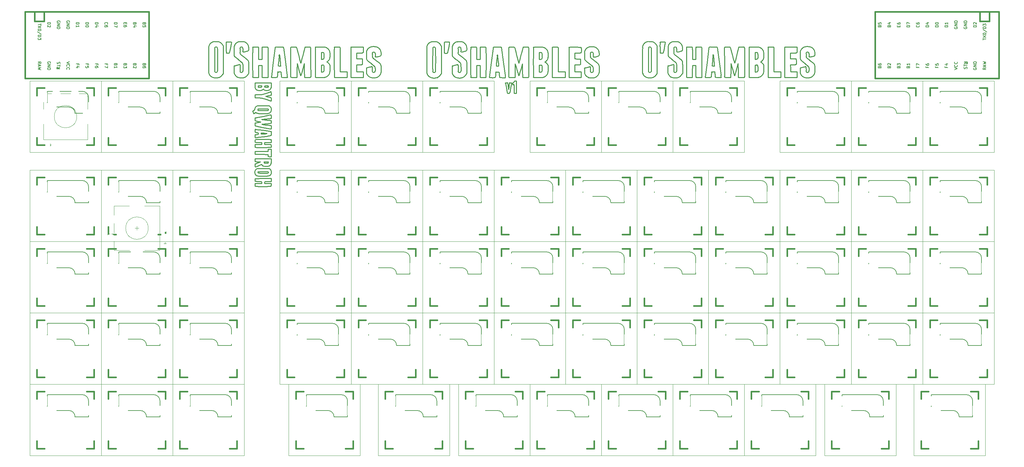
<source format=gto>
G04 #@! TF.GenerationSoftware,KiCad,Pcbnew,(5.1.10)-1*
G04 #@! TF.CreationDate,2022-01-11T02:36:13-06:00*
G04 #@! TF.ProjectId,O'Shambles,4f275368-616d-4626-9c65-732e6b696361,rev?*
G04 #@! TF.SameCoordinates,Original*
G04 #@! TF.FileFunction,Legend,Top*
G04 #@! TF.FilePolarity,Positive*
%FSLAX46Y46*%
G04 Gerber Fmt 4.6, Leading zero omitted, Abs format (unit mm)*
G04 Created by KiCad (PCBNEW (5.1.10)-1) date 2022-01-11 02:36:13*
%MOMM*%
%LPD*%
G01*
G04 APERTURE LIST*
%ADD10C,0.250000*%
%ADD11C,0.120000*%
%ADD12C,0.381000*%
%ADD13C,0.150000*%
%ADD14R,2.000000X2.000000*%
%ADD15C,2.000000*%
%ADD16R,2.000000X3.200000*%
%ADD17R,1.752600X1.752600*%
%ADD18C,1.752600*%
%ADD19C,3.980180*%
%ADD20C,2.950000*%
%ADD21R,2.550000X2.500000*%
%ADD22R,3.200000X2.000000*%
G04 APERTURE END LIST*
D10*
X113692205Y-51981707D02*
X113696659Y-51400000D01*
X109782495Y-51846627D02*
X109795721Y-52239582D01*
X111392926Y-52110393D02*
G75*
G02*
X111362798Y-51990788I570994J207426D01*
G01*
X113677288Y-52267026D02*
X113692205Y-51981707D01*
X113644254Y-52463892D02*
G75*
G02*
X113581471Y-52660082I-1463894J360321D01*
G01*
X110577548Y-50878622D02*
X109973956Y-51039255D01*
X113581471Y-52660083D02*
G75*
G02*
X113441214Y-52931612I-1440995J572351D01*
G01*
X113243206Y-53187295D02*
G75*
G02*
X113004221Y-53407879I-1445066J1325852D01*
G01*
X109816385Y-52452230D02*
G75*
G02*
X109795721Y-52239582I1981207J299850D01*
G01*
X112393181Y-53704591D02*
G75*
G02*
X112191427Y-53721381I-226527J1501507D01*
G01*
X111296543Y-53721246D02*
X111747769Y-53725000D01*
X110712367Y-53560401D02*
X110934134Y-53659271D01*
X109800507Y-51169192D02*
G75*
G02*
X109834019Y-51112113I95628J-17767D01*
G01*
X112547001Y-53663159D02*
G75*
G02*
X112393181Y-53704592I-258848J654734D01*
G01*
X111209359Y-50717909D02*
X110577548Y-50878622D01*
X111362799Y-51990788D02*
G75*
G02*
X111344707Y-51798273I1863083J272188D01*
G01*
X111209359Y-50717910D02*
G75*
G02*
X111280748Y-50738282I18039J-72055D01*
G01*
X111572485Y-52281006D02*
G75*
G02*
X111443864Y-52194913I108144J300691D01*
G01*
X109854284Y-52607033D02*
G75*
G02*
X109816385Y-52452231I839799J287639D01*
G01*
X111899890Y-52262860D02*
G75*
G02*
X111736721Y-52304950I-187160J388238D01*
G01*
X113004221Y-53407879D02*
G75*
G02*
X112742033Y-53575000I-1009013J1293759D01*
G01*
X111747769Y-53725000D02*
X112191427Y-53721381D01*
X109921601Y-52765752D02*
G75*
G02*
X109854283Y-52607033I1079841J551631D01*
G01*
X111280748Y-50738282D02*
G75*
G02*
X111295468Y-50770508I-38038J-36850D01*
G01*
X109777400Y-51503629D02*
X109782495Y-51846627D01*
X111094551Y-53703598D02*
G75*
G02*
X110934134Y-53659271I116952J735679D01*
G01*
X111443864Y-52194913D02*
G75*
G02*
X111392926Y-52110393I189693J171934D01*
G01*
X110712368Y-53560401D02*
G75*
G02*
X110461643Y-53413147I870284J1768885D01*
G01*
X110254106Y-53239631D02*
G75*
G02*
X110078056Y-53027842I1092760J1087420D01*
G01*
X111310614Y-50957329D02*
X111295468Y-50770508D01*
X109783963Y-51298907D02*
G75*
G02*
X109800508Y-51169192I1148287J-80551D01*
G01*
X111496909Y-48402906D02*
G75*
G02*
X111427793Y-48317808I204856J236999D01*
G01*
X111332467Y-51432413D02*
X111323705Y-51177802D01*
X112477793Y-49192808D02*
X112100126Y-48901926D01*
X111344707Y-51798273D02*
X111332467Y-51432413D01*
X109783963Y-51298908D02*
X109777400Y-51503629D01*
X111323705Y-51177802D02*
X111310614Y-50957329D01*
X111736721Y-52304950D02*
G75*
G02*
X111572485Y-52281005I-23198J416098D01*
G01*
X111296543Y-53721246D02*
G75*
G02*
X111094551Y-53703598I23950J1438922D01*
G01*
X113441214Y-52931612D02*
G75*
G02*
X113243205Y-53187294I-1627479J1055858D01*
G01*
X111768891Y-48633748D02*
X111496909Y-48402906D01*
X110461642Y-53413147D02*
G75*
G02*
X110254105Y-53239631I841796J1217723D01*
G01*
X112100126Y-48901926D02*
X111768891Y-48633748D01*
X113296491Y-49833479D02*
G75*
G02*
X113564768Y-50154094I-689604J-849581D01*
G01*
X110078056Y-53027842D02*
G75*
G02*
X109921601Y-52765752I1907796J1316603D01*
G01*
X113296491Y-49833479D02*
X112477793Y-49192808D01*
X113564769Y-50154094D02*
G75*
G02*
X113673997Y-50534719I-776566J-428837D01*
G01*
X113677288Y-52267026D02*
G75*
G02*
X113644254Y-52463892I-1324904J121114D01*
G01*
X113696659Y-51400000D02*
X113673997Y-50534719D01*
X112742033Y-53575000D02*
G75*
G02*
X112547001Y-53663159I-1014276J1984049D01*
G01*
X109834019Y-51112113D02*
G75*
G02*
X109973956Y-51039255I238652J-287558D01*
G01*
X76239103Y-44062538D02*
X76006100Y-44071417D01*
X112098708Y-51115389D02*
X112113648Y-51437512D01*
X112078005Y-50933012D02*
G75*
G02*
X112098708Y-51115389I-1639820J-278509D01*
G01*
X112044732Y-50811081D02*
G75*
G02*
X112078005Y-50933011I-602425J-229899D01*
G01*
X72394537Y-46481703D02*
X72409731Y-46858599D01*
X73598354Y-44164355D02*
X73413028Y-44153029D01*
X73236365Y-47063976D02*
X73308376Y-46773747D01*
X73236365Y-47063976D02*
G75*
G02*
X73187029Y-47137500I-131430J34876D01*
G01*
X73523856Y-45679476D02*
X73619473Y-45139734D01*
X111911802Y-50628730D02*
G75*
G02*
X111990512Y-50712512I-329849J-388747D01*
G01*
X109778777Y-47156714D02*
X109774801Y-47729636D01*
X73713636Y-44183336D02*
G75*
G02*
X73752454Y-44216976I-12102J-53180D01*
G01*
X111641523Y-50402426D02*
X111911802Y-50628730D01*
X73413028Y-44153029D02*
X73101943Y-44150000D01*
X73752455Y-44216976D02*
G75*
G02*
X73758180Y-44269814I-97065J-37247D01*
G01*
X111314634Y-50137730D02*
X111641523Y-50402426D01*
X110154599Y-49218772D02*
X110946602Y-49850000D01*
X109900202Y-48912467D02*
G75*
G02*
X109796737Y-48552269I734597J405969D01*
G01*
X110083432Y-46139620D02*
G75*
G02*
X110340024Y-45846677I1357620J-930309D01*
G01*
X72380472Y-45113818D02*
X72383858Y-45727808D01*
X109793524Y-46879470D02*
G75*
G02*
X109826818Y-46688372I1225992J-115149D01*
G01*
X73695905Y-44674213D02*
X73758180Y-44269814D01*
X76880453Y-44074616D02*
X76523615Y-44063673D01*
X73308376Y-46773747D02*
X73398326Y-46349058D01*
X77237918Y-44131881D02*
G75*
G02*
X77398615Y-44197959I-425617J-1263500D01*
G01*
X72398255Y-44341214D02*
G75*
G02*
X72423117Y-44250930I211786J-9754D01*
G01*
X76006100Y-44071417D02*
X75822540Y-44089337D01*
X77398614Y-44197959D02*
G75*
G02*
X77661549Y-44356237I-780773J-1594568D01*
G01*
X72409731Y-46858599D02*
X72431158Y-47084422D01*
X76880453Y-44074616D02*
G75*
G02*
X77084281Y-44094511I-78827J-1861661D01*
G01*
X77084281Y-44094510D02*
G75*
G02*
X77237918Y-44131880I-139108J-906418D01*
G01*
X110154600Y-49218772D02*
G75*
G02*
X109900202Y-48912467I676873J820965D01*
G01*
X72386293Y-44670592D02*
X72380472Y-45113818D01*
X109793524Y-46879470D02*
X109778777Y-47156714D01*
X72473615Y-47151112D02*
G75*
G02*
X72431158Y-47084422I49475J78356D01*
G01*
X110340024Y-45846677D02*
G75*
G02*
X110655876Y-45624464I1081194J-1201218D01*
G01*
X72477972Y-44195242D02*
G75*
G02*
X72565356Y-44165600I125403J-226063D01*
G01*
X73598354Y-44164354D02*
G75*
G02*
X73713637Y-44183335I-98813J-959734D01*
G01*
X75698615Y-44117496D02*
G75*
G02*
X75822540Y-44089337I211382J-643500D01*
G01*
X72398256Y-44341213D02*
X72386293Y-44670592D01*
X73073731Y-47182466D02*
G75*
G02*
X72835197Y-47197577I-290145J2689847D01*
G01*
X73398326Y-46349058D02*
X73523856Y-45679476D01*
X109826818Y-46688372D02*
G75*
G02*
X109890638Y-46496313I1411921J-362538D01*
G01*
X112025249Y-52162500D02*
G75*
G02*
X111899891Y-52262860I-281031J222559D01*
G01*
X76523615Y-44063673D02*
X76239103Y-44062538D01*
X112085146Y-52063117D02*
G75*
G02*
X112025248Y-52162500I-417874J184113D01*
G01*
X111990512Y-50712511D02*
G75*
G02*
X112044732Y-50811081I-326907J-244018D01*
G01*
X109774801Y-47729636D02*
X109796737Y-48552269D01*
X110946602Y-49850000D02*
X111314634Y-50137730D01*
X110655877Y-45624464D02*
G75*
G02*
X111023615Y-45476540I848164J-1577475D01*
G01*
X73619473Y-45139734D02*
X73695905Y-44674213D01*
X77900698Y-44561176D02*
G75*
G02*
X78099960Y-44797445I-1346112J-1337435D01*
G01*
X72595863Y-47191279D02*
G75*
G02*
X72473615Y-47151113I18944J263778D01*
G01*
X72423117Y-44250930D02*
G75*
G02*
X72477972Y-44195242I121951J-65266D01*
G01*
X109890638Y-46496314D02*
G75*
G02*
X110083432Y-46139620I1784887J-734288D01*
G01*
X72835198Y-47197577D02*
G75*
G02*
X72595863Y-47191279I-50334J2637982D01*
G01*
X112114445Y-51956500D02*
G75*
G02*
X112085147Y-52063118I-375089J45736D01*
G01*
X72565356Y-44165600D02*
G75*
G02*
X72725466Y-44152635I176952J-1190141D01*
G01*
X73187030Y-47137500D02*
G75*
G02*
X73073732Y-47182466I-137772J181919D01*
G01*
X77661549Y-44356237D02*
G75*
G02*
X77900697Y-44561176I-1156713J-1591800D01*
G01*
X73101943Y-44150000D02*
X72725466Y-44152635D01*
X112122950Y-51792845D02*
G75*
G02*
X112114444Y-51956500I-1181325J-20649D01*
G01*
X112113648Y-51437512D02*
X112122950Y-51792845D01*
X72383858Y-45727808D02*
X72394537Y-46481703D01*
X76824610Y-47958391D02*
X76515468Y-47713566D01*
X76089011Y-45757865D02*
G75*
G02*
X76121175Y-45651530I325895J-40543D01*
G01*
X77106822Y-53706581D02*
G75*
G02*
X76940650Y-53735892I-277747J1088917D01*
G01*
X75806554Y-53705393D02*
G75*
G02*
X75644920Y-53664816I160993J983528D01*
G01*
X78398615Y-52425000D02*
X78398615Y-51000000D01*
X78359125Y-49388973D02*
G75*
G02*
X78374801Y-49517564I-722046J-153273D01*
G01*
X76858421Y-46792097D02*
G75*
G02*
X76838330Y-46693919I599571J173845D01*
G01*
X76838330Y-46693919D02*
G75*
G02*
X76826708Y-46533061I1621573J198008D01*
G01*
X78387014Y-49938948D02*
X78374801Y-49517564D01*
X75466217Y-53592602D02*
G75*
G02*
X75342793Y-53526675I569344J1214379D01*
G01*
X74696940Y-52880822D02*
X74786266Y-53018590D01*
X76820275Y-45950985D02*
X76823615Y-46260998D01*
X76515468Y-47713566D02*
X76260167Y-47504254D01*
X78253356Y-52739575D02*
X78398615Y-52425000D01*
X77849896Y-53288938D02*
G75*
G02*
X77576474Y-53503875I-1337012J1419436D01*
G01*
X76721667Y-45609429D02*
G75*
G02*
X76776174Y-45691472I-221224J-206101D01*
G01*
X76940649Y-53735892D02*
G75*
G02*
X76728917Y-53746208I-207396J2078627D01*
G01*
X76120791Y-47315161D02*
G75*
G02*
X76089836Y-47183371I536470J195538D01*
G01*
X78395740Y-50440581D02*
X78387014Y-49938948D01*
X76013971Y-53727511D02*
X76374249Y-53741238D01*
X74631013Y-52757399D02*
G75*
G02*
X74554775Y-52562862I1458305J683705D01*
G01*
X75074493Y-53340112D02*
G75*
G02*
X74973615Y-53250000I748903J939895D01*
G01*
X78099960Y-44797445D02*
G75*
G02*
X78244118Y-45048949I-1198695J-854140D01*
G01*
X78244118Y-45048949D02*
G75*
G02*
X78347371Y-45372995I-1371417J-615456D01*
G01*
X78347371Y-45372995D02*
G75*
G02*
X78409883Y-45809858I-4088757J-807979D01*
G01*
X78409883Y-45809858D02*
G75*
G02*
X78428740Y-46227849I-4729118J-422767D01*
G01*
X78428741Y-46227849D02*
G75*
G02*
X78366072Y-46413124I-304305J-306D01*
G01*
X78366071Y-46413124D02*
G75*
G02*
X78241374Y-46499645I-196995J150797D01*
G01*
X77644668Y-46674913D02*
X78241374Y-46499645D01*
X76893069Y-46829791D02*
G75*
G02*
X76858422Y-46792096I20614J53717D01*
G01*
X76073615Y-46471093D02*
X76075990Y-45953469D01*
X76184740Y-45577836D02*
G75*
G02*
X76316805Y-45516929I234447J-334720D01*
G01*
X76089836Y-47183371D02*
G75*
G02*
X76076417Y-46965818I2155162J242120D01*
G01*
X77170776Y-48222865D02*
X76824610Y-47958391D01*
X77794750Y-48701663D02*
G75*
G02*
X78104849Y-48973632I-2272126J-2903443D01*
G01*
X77044555Y-46838191D02*
X77644668Y-46674913D01*
X76823615Y-46260998D02*
X76826708Y-46533061D01*
X76806241Y-45792598D02*
G75*
G02*
X76820275Y-45950985I-1176198J-184034D01*
G01*
X76776173Y-45691472D02*
G75*
G02*
X76806241Y-45792598I-360627J-162256D01*
G01*
X76468513Y-45502131D02*
G75*
G02*
X76612319Y-45534371I-26872J-456705D01*
G01*
X76076417Y-46965818D02*
X76073615Y-46471093D01*
X78398615Y-51000000D02*
X78395740Y-50440581D01*
X77286582Y-53650208D02*
G75*
G02*
X77106822Y-53706580I-609978J1630307D01*
G01*
X76121175Y-45651530D02*
G75*
G02*
X76184740Y-45577836I177271J-88644D01*
G01*
X76075989Y-45953469D02*
G75*
G02*
X76089011Y-45757865I1711590J-15707D01*
G01*
X76180486Y-47422379D02*
G75*
G02*
X76120791Y-47315161I305554J240348D01*
G01*
X76260168Y-47504255D02*
G75*
G02*
X76180486Y-47422380I347474J417876D01*
G01*
X78083068Y-53026662D02*
G75*
G02*
X77849896Y-53288938I-1593326J1181730D01*
G01*
X77576474Y-53503875D02*
G75*
G02*
X77286582Y-53650208I-810800J1245920D01*
G01*
X78253355Y-52739575D02*
G75*
G02*
X78083068Y-53026662I-1476840J681951D01*
G01*
X77794751Y-48701663D02*
X77170776Y-48222865D01*
X75205025Y-53437349D02*
X75342793Y-53526675D01*
X78104849Y-48973632D02*
G75*
G02*
X78273246Y-49180412I-840084J-856106D01*
G01*
X74973614Y-53250000D02*
G75*
G02*
X74883502Y-53149122I849784J849781D01*
G01*
X76374249Y-53741238D02*
X76728917Y-53746208D01*
X76013971Y-53727510D02*
G75*
G02*
X75806554Y-53705392I93516J1860553D01*
G01*
X75074493Y-53340113D02*
X75205025Y-53437349D01*
X78273246Y-49180412D02*
G75*
G02*
X78359125Y-49388972I-525480J-338338D01*
G01*
X74696940Y-52880823D02*
G75*
G02*
X74631013Y-52757399I1148452J692769D01*
G01*
X77044555Y-46838190D02*
G75*
G02*
X76893070Y-46829791I-62678J239826D01*
G01*
X76612319Y-45534372D02*
G75*
G02*
X76721667Y-45609429I-113760J-282914D01*
G01*
X75644919Y-53664816D02*
G75*
G02*
X75466216Y-53592602I574057J1677810D01*
G01*
X76316804Y-45516929D02*
G75*
G02*
X76468513Y-45502132I122896J-474894D01*
G01*
X74786266Y-53018590D02*
X74883502Y-53149122D01*
X75051294Y-48408311D02*
X75376903Y-48675349D01*
X76156364Y-52208564D02*
G75*
G02*
X76111844Y-52122488I140680J127314D01*
G01*
X76823615Y-51065787D02*
X76821167Y-51700131D01*
X76778104Y-49981420D02*
G75*
G02*
X76807433Y-50164322I-1165472J-280690D01*
G01*
X76629718Y-49694946D02*
G75*
G02*
X76722330Y-49828287I-410827J-384172D01*
G01*
X69286500Y-51648682D02*
X69277895Y-50963460D01*
X74498615Y-47832649D02*
X74669197Y-48053825D01*
X76183337Y-49298941D02*
X76457291Y-49527141D01*
X76088365Y-51967863D02*
X76076112Y-51707959D01*
X74830790Y-44726274D02*
G75*
G02*
X75071228Y-44467143I1336745J-999207D01*
G01*
X74637680Y-45041818D02*
G75*
G02*
X74830790Y-44726274I1793573J-880788D01*
G01*
X69393864Y-45605226D02*
G75*
G02*
X69513086Y-45525648I217709J-197069D01*
G01*
X74554776Y-52562862D02*
G75*
G02*
X74515365Y-52382405I941772J300210D01*
G01*
X74515365Y-52382405D02*
G75*
G02*
X74495974Y-52122970I2757333J336529D01*
G01*
X74483171Y-51546066D02*
X74495974Y-52122970D01*
X76821167Y-51700131D02*
X76808697Y-51960641D01*
X74478252Y-51075908D02*
X74483171Y-51546066D01*
X74783766Y-50472636D02*
X74583953Y-50536148D01*
X76780338Y-52105742D02*
G75*
G02*
X76723615Y-52200000I-217939J66957D01*
G01*
X76076112Y-51707959D02*
X76072849Y-51196063D01*
X74484665Y-50800497D02*
X74478252Y-51075908D01*
X75653341Y-50237192D02*
X75294363Y-50328175D01*
X74498615Y-45325000D02*
X74498615Y-46578825D01*
X74499797Y-50624360D02*
X74484665Y-50800497D01*
X75856702Y-50196116D02*
G75*
G02*
X75982092Y-50184354I153056J-957401D01*
G01*
X69513086Y-45525648D02*
G75*
G02*
X69673622Y-45497928I160515J-450881D01*
G01*
X74499796Y-50624360D02*
G75*
G02*
X74533171Y-50563845I91691J-11107D01*
G01*
X76457291Y-49527140D02*
G75*
G02*
X76629718Y-49694945I-1693863J-1913014D01*
G01*
X76072849Y-51196063D02*
X76069587Y-50838417D01*
X74533171Y-50563844D02*
G75*
G02*
X74583953Y-50536148I99783J-122551D01*
G01*
X75294363Y-50328175D02*
X75023051Y-50401923D01*
X76269241Y-52278964D02*
G75*
G02*
X76156364Y-52208563I67103J233280D01*
G01*
X69376166Y-52166888D02*
G75*
G02*
X69310788Y-52006562I246800J194133D01*
G01*
X76434073Y-52300933D02*
G75*
G02*
X76269241Y-52278964I-8534J565332D01*
G01*
X69277895Y-50963460D02*
X69285037Y-48872113D01*
X76722330Y-49828287D02*
G75*
G02*
X76778104Y-49981420I-647121J-322417D01*
G01*
X75856702Y-50196117D02*
X75653341Y-50237192D01*
X75071227Y-44467143D02*
G75*
G02*
X75360539Y-44264749I1093478J-1255091D01*
G01*
X69310788Y-52006562D02*
X69286500Y-51648682D01*
X69673622Y-45497927D02*
G75*
G02*
X69834154Y-45525661I-21J-478598D01*
G01*
X75730413Y-48950000D02*
X76183337Y-49298941D01*
X74783584Y-48176433D02*
X75051294Y-48408311D01*
X74498615Y-46578825D02*
X74498615Y-47832649D01*
X74637680Y-45041818D02*
X74498615Y-45325000D01*
X69834154Y-45525661D02*
G75*
G02*
X69953365Y-45605250I-98504J-276618D01*
G01*
X76820670Y-50454111D02*
X76823615Y-51065787D01*
X76723615Y-52200000D02*
G75*
G02*
X76601823Y-52273861I-211646J211645D01*
G01*
X69333975Y-45742625D02*
G75*
G02*
X69393864Y-45605226I234084J-20281D01*
G01*
X76031097Y-50210397D02*
G75*
G02*
X76047565Y-50261901I-90202J-57225D01*
G01*
X76111844Y-52122488D02*
G75*
G02*
X76088365Y-51967863I1116841J248683D01*
G01*
X76601823Y-52273861D02*
G75*
G02*
X76434073Y-52300932I-176631J561238D01*
G01*
X75376903Y-48675349D02*
X75730413Y-48950000D01*
X69310113Y-46140759D02*
X69333974Y-45742626D01*
X69499209Y-52264542D02*
G75*
G02*
X69376166Y-52166888I143846J307588D01*
G01*
X74783584Y-48176434D02*
G75*
G02*
X74669197Y-48053825I594738J669523D01*
G01*
X69285037Y-48872113D02*
X69295626Y-46872378D01*
X75023051Y-50401923D02*
X74783766Y-50472636D01*
X75982092Y-50184354D02*
G75*
G02*
X76031098Y-50210396I1602J-56116D01*
G01*
X76060269Y-50526585D02*
X76047565Y-50261901D01*
X76069587Y-50838417D02*
X76060269Y-50526585D01*
X76808697Y-51960641D02*
G75*
G02*
X76780339Y-52105742I-702139J61905D01*
G01*
X69295626Y-46872378D02*
X69310113Y-46140759D01*
X75360540Y-44264749D02*
G75*
G02*
X75698615Y-44117496I955037J-1730931D01*
G01*
X76807433Y-50164322D02*
X76820670Y-50454111D01*
X67698615Y-52375000D02*
X67811515Y-52653968D01*
X69780328Y-53741980D02*
X70123576Y-53726928D01*
X69953365Y-52194751D02*
G75*
G02*
X69825750Y-52280246I-234805J212495D01*
G01*
X70035329Y-51659298D02*
X70013108Y-52056974D01*
X70291889Y-44096445D02*
G75*
G02*
X70453676Y-44136963I-158416J-975822D01*
G01*
X71115044Y-44550054D02*
G75*
G02*
X71318424Y-44781193I-1427218J-1460860D01*
G01*
X70314991Y-53702301D02*
G75*
G02*
X70123576Y-53726928I-271251J1352086D01*
G01*
X71318424Y-44781193D02*
G75*
G02*
X71473615Y-45029516I-1336340J-1007807D01*
G01*
X70048615Y-48900000D02*
X70046639Y-50926133D01*
X71598615Y-48900000D02*
X71598615Y-45275000D01*
X71319297Y-53027614D02*
G75*
G02*
X71143258Y-53239456I-1271940J877910D01*
G01*
X68511591Y-53486816D02*
G75*
G02*
X68292004Y-53326263I856219J1401480D01*
G01*
X67702813Y-46318710D02*
X67698615Y-48900000D01*
X67732879Y-45583443D02*
G75*
G02*
X67823483Y-45164006I1597961J-125675D01*
G01*
X68176330Y-44584317D02*
G75*
G02*
X68349216Y-44426328I1034299J-958234D01*
G01*
X71143259Y-53239457D02*
G75*
G02*
X70935805Y-53413107I-1052297J1046395D01*
G01*
X69350328Y-53740906D02*
X69780328Y-53741980D01*
X67698615Y-48900000D02*
X67698615Y-52375000D01*
X69152281Y-44068976D02*
G75*
G02*
X69354027Y-44057386I199475J-1710591D01*
G01*
X70046639Y-46873868D02*
X70048615Y-48900000D01*
X70881063Y-44353871D02*
G75*
G02*
X71115044Y-44550054I-1171279J-1634568D01*
G01*
X70013108Y-52056974D02*
G75*
G02*
X69953365Y-52194751I-233368J19352D01*
G01*
X68779773Y-53624308D02*
G75*
G02*
X68511590Y-53486816I784645J1860780D01*
G01*
X70085030Y-44074797D02*
X69723615Y-44061957D01*
X71598615Y-45275000D02*
X71473615Y-45029516D01*
X68097822Y-53129098D02*
G75*
G02*
X67935706Y-52902396I1365375J1147708D01*
G01*
X67935707Y-52902396D02*
G75*
G02*
X67811515Y-52653968I1506627J908430D01*
G01*
X67732879Y-45583443D02*
X67702813Y-46318710D01*
X68022961Y-44775951D02*
G75*
G02*
X68176330Y-44584317I1399632J-962972D01*
G01*
X69661696Y-52304795D02*
G75*
G02*
X69499209Y-52264542I20870J432330D01*
G01*
X69825749Y-52280246D02*
G75*
G02*
X69661696Y-52304794I-143597J399205D01*
G01*
X69723615Y-44061957D02*
X69354027Y-44057386D01*
X68349216Y-44426328D02*
G75*
G02*
X68555586Y-44291301I968449J-1254921D01*
G01*
X69350328Y-53740906D02*
G75*
G02*
X69040563Y-53704625I66182J1905575D01*
G01*
X70453676Y-44136963D02*
G75*
G02*
X70634631Y-44209853I-595490J-1739414D01*
G01*
X71475628Y-52765752D02*
X71598615Y-52525000D01*
X71475628Y-52765752D02*
G75*
G02*
X71319298Y-53027614I-2061496J1053105D01*
G01*
X70475761Y-53654202D02*
X70685437Y-53560401D01*
X69953365Y-45605250D02*
G75*
G02*
X70013108Y-45743027I-173625J-157129D01*
G01*
X70085030Y-44074796D02*
G75*
G02*
X70291889Y-44096445I-87385J-1834155D01*
G01*
X70634631Y-44209852D02*
G75*
G02*
X70881063Y-44353871I-649869J-1394847D01*
G01*
X71598615Y-52525000D02*
X71598615Y-48900000D01*
X67823483Y-45164006D02*
G75*
G02*
X68022961Y-44775950I1609444J-582028D01*
G01*
X68292004Y-53326263D02*
G75*
G02*
X68097823Y-53129099I1151755J1328533D01*
G01*
X68555585Y-44291301D02*
G75*
G02*
X68810124Y-44168480I1308260J-2386121D01*
G01*
X68994173Y-44101996D02*
G75*
G02*
X69152281Y-44068976I262416J-861482D01*
G01*
X70046639Y-50926133D02*
X70035329Y-51659298D01*
X70035329Y-46140703D02*
X70046639Y-46873868D01*
X68810124Y-44168480D02*
G75*
G02*
X68994172Y-44101996I743692J-1770752D01*
G01*
X70935804Y-53413107D02*
G75*
G02*
X70685437Y-53560401I-1120289J1617819D01*
G01*
X70475761Y-53654202D02*
G75*
G02*
X70314991Y-53702301I-339036J840492D01*
G01*
X69040563Y-53704626D02*
G75*
G02*
X68779773Y-53624308I268682J1335952D01*
G01*
X70013108Y-45743027D02*
X70035329Y-46140703D01*
X105637097Y-45614487D02*
X105633656Y-46781437D01*
X108895062Y-46969006D02*
X108908876Y-46801927D01*
X105648615Y-53625000D02*
X107273615Y-53625000D01*
X108695062Y-50119005D02*
G75*
G02*
X108668900Y-50180681I-115844J12753D01*
G01*
X108712522Y-49393181D02*
X108698615Y-48675000D01*
X107273615Y-53625000D02*
X108898615Y-53625000D01*
X108868900Y-47030681D02*
G75*
G02*
X108807356Y-47066243I-78866J65452D01*
G01*
X107173615Y-48647396D02*
X107173615Y-47873698D01*
X105635696Y-49625000D02*
X105648615Y-53625000D01*
X105646892Y-45561806D02*
G75*
G02*
X105694009Y-45527408I50062J-19104D01*
G01*
X108898615Y-45525000D02*
X107284812Y-45511806D01*
X108915475Y-46568653D02*
X108912522Y-46243181D01*
X107992492Y-47100000D02*
X108408570Y-47096983D01*
X108609901Y-50215646D02*
G75*
G02*
X108470862Y-50235298I-260167J1339013D01*
G01*
X107198615Y-52075000D02*
X107184987Y-51162500D01*
X108698615Y-48675000D02*
X107936115Y-48661198D01*
X108715475Y-49718653D02*
X108712522Y-49393181D01*
X108708876Y-49951927D02*
X108715475Y-49718653D01*
X105632479Y-48086876D02*
X105635696Y-49625000D01*
X108668899Y-50180681D02*
G75*
G02*
X108609901Y-50215646I-78440J65100D01*
G01*
X108695062Y-50119006D02*
X108708876Y-49951927D01*
X108898615Y-53625000D02*
X108898615Y-52875000D01*
X108252941Y-50246879D02*
X108470862Y-50235298D01*
X107171359Y-50250000D02*
X107891364Y-50250000D01*
X107184987Y-51162500D02*
X107171359Y-50250000D01*
X108898615Y-52875000D02*
X108898615Y-52125000D01*
X106460585Y-45507722D02*
X105998871Y-45514366D01*
X108898615Y-52125000D02*
X108048615Y-52100000D01*
X105998871Y-45514366D02*
X105694009Y-45527408D01*
X107891364Y-50250000D02*
X108252941Y-50246879D01*
X108912522Y-46243181D02*
X108898615Y-45525000D01*
X108807355Y-47066242D02*
G75*
G02*
X108652812Y-47085564I-289692J1689383D01*
G01*
X105637097Y-45614487D02*
G75*
G02*
X105646893Y-45561806I149071J-469D01*
G01*
X107173615Y-47100000D02*
X107992492Y-47100000D01*
X108048615Y-52100000D02*
X107198615Y-52075000D01*
X101966053Y-45496043D02*
X101354779Y-45506822D01*
X108908876Y-46801927D02*
X108915475Y-46568653D01*
X108408570Y-47096983D02*
X108652812Y-47085564D01*
X107936115Y-48661198D02*
X107173615Y-48647396D01*
X101229435Y-45567986D02*
G75*
G02*
X101354779Y-45506822I130408J-108228D01*
G01*
X107284812Y-45511806D02*
X106460585Y-45507722D01*
X108895062Y-46969005D02*
G75*
G02*
X108868900Y-47030681I-115844J12753D01*
G01*
X107173615Y-47873698D02*
X107173615Y-47100000D01*
X105633656Y-46781437D02*
X105632479Y-48086876D01*
X98470838Y-50792782D02*
X98473615Y-51241313D01*
X98007177Y-50300000D02*
X98139436Y-50304878D01*
X98473615Y-47883563D02*
X98463936Y-48465748D01*
X99980541Y-46648825D02*
G75*
G02*
X100035003Y-47006834I-1590099J-425041D01*
G01*
X101198615Y-53625000D02*
X102898615Y-53625000D01*
X101188717Y-46526722D02*
X101182477Y-47721231D01*
X96494671Y-45513925D02*
X96248337Y-45530039D01*
X98139436Y-50304877D02*
G75*
G02*
X98243890Y-50320179I-54246J-734495D01*
G01*
X102898615Y-53625000D02*
X104598615Y-53625000D01*
X101199644Y-45648737D02*
X101188717Y-46526722D01*
X97723615Y-50300000D02*
X98007177Y-50300000D01*
X98463936Y-48465748D02*
G75*
G02*
X98410992Y-48674627I-504737J16786D01*
G01*
X98287568Y-52170278D02*
G75*
G02*
X98015865Y-52200000I-271702J1227026D01*
G01*
X98431971Y-50459285D02*
G75*
G02*
X98458308Y-50581518I-560562J-184737D01*
G01*
X98310657Y-47002139D02*
G75*
G02*
X98373615Y-47050000I-144181J-255000D01*
G01*
X97998615Y-46950000D02*
X98137323Y-46955031D01*
X98373614Y-47050001D02*
G75*
G02*
X98428639Y-47134401I-172781J-172780D01*
G01*
X96849285Y-45503358D02*
X96494671Y-45513925D01*
X98458308Y-50581518D02*
G75*
G02*
X98470838Y-50792782I-2246322J-239232D01*
G01*
X99858581Y-46379513D02*
G75*
G02*
X99980541Y-46648825I-752572J-503080D01*
G01*
X97396115Y-45500594D02*
X96849285Y-45503358D01*
X100045678Y-48250440D02*
X100048615Y-47675000D01*
X103686115Y-52111373D02*
X102773615Y-52097745D01*
X104598615Y-53625000D02*
X104598615Y-52875000D01*
X98410992Y-48674626D02*
G75*
G02*
X98286442Y-48771232I-162820J81326D01*
G01*
X98015865Y-52200000D02*
X97723615Y-52200000D01*
X98464326Y-51856006D02*
G75*
G02*
X98412142Y-52071255I-536988J16233D01*
G01*
X98473615Y-51241313D02*
X98464325Y-51856006D01*
X98378538Y-45519981D02*
X97396115Y-45500594D01*
X98286441Y-48771232D02*
G75*
G02*
X98015865Y-48800000I-270576J1258045D01*
G01*
X98382178Y-50382750D02*
G75*
G02*
X98431971Y-50459285I-119863J-132447D01*
G01*
X98137323Y-46955031D02*
G75*
G02*
X98235830Y-46971591I-38527J-530439D01*
G01*
X98470801Y-47448405D02*
X98473615Y-47883563D01*
X100048615Y-47675000D02*
X100035003Y-47006834D01*
X102773615Y-48858873D02*
X102770894Y-47255984D01*
X97723615Y-51250000D02*
X97723615Y-50300000D01*
X97723615Y-46950000D02*
X97998615Y-46950000D01*
X98378539Y-45519981D02*
G75*
G02*
X98897929Y-45596673I-95133J-2441380D01*
G01*
X97723615Y-48800000D02*
X97723615Y-47875000D01*
X98428640Y-47134401D02*
G75*
G02*
X98457707Y-47250788I-447298J-173535D01*
G01*
X99262681Y-45764995D02*
G75*
G02*
X99622007Y-46079048I-1271100J-1816926D01*
G01*
X101185814Y-49630486D02*
X101198615Y-53625000D01*
X98324330Y-50345838D02*
G75*
G02*
X98382177Y-50382750I-80165J-189414D01*
G01*
X99622007Y-46079048D02*
G75*
G02*
X99858581Y-46379513I-1810649J-1668995D01*
G01*
X98457707Y-47250788D02*
G75*
G02*
X98470801Y-47448405I-1847909J-221686D01*
G01*
X98897928Y-45596673D02*
G75*
G02*
X99262681Y-45764995I-285166J-1097323D01*
G01*
X100045678Y-48250441D02*
G75*
G02*
X100030797Y-48487818I-2270588J23180D01*
G01*
X102773615Y-52097745D02*
X102773615Y-48858873D01*
X101182477Y-47721231D02*
X101185814Y-49630486D01*
X98235830Y-46971591D02*
G75*
G02*
X98310656Y-47002139I-82208J-308282D01*
G01*
X102574543Y-45500702D02*
X101966053Y-45496043D01*
X102760651Y-46306802D02*
X102746371Y-45636429D01*
X98412142Y-52071255D02*
G75*
G02*
X98287569Y-52170279I-163821J78220D01*
G01*
X97723615Y-47875000D02*
X97723615Y-46950000D01*
X102574543Y-45500701D02*
G75*
G02*
X102713615Y-45560000I-4192J-202563D01*
G01*
X102713614Y-45560001D02*
G75*
G02*
X102746371Y-45636429I-79161J-79161D01*
G01*
X102770894Y-47255984D02*
X102760651Y-46306802D01*
X98015865Y-48800000D02*
X97723615Y-48800000D01*
X101199645Y-45648737D02*
G75*
G02*
X101229436Y-45567986I129295J-1830D01*
G01*
X104598615Y-52125000D02*
X103686115Y-52111373D01*
X98243891Y-50320179D02*
G75*
G02*
X98324331Y-50345838I-99460J-450725D01*
G01*
X97723615Y-52200000D02*
X97723615Y-51250000D01*
X96183615Y-45560001D02*
G75*
G02*
X96248337Y-45530039I73166J-73165D01*
G01*
X104598615Y-52875000D02*
X104598615Y-52125000D01*
X97503057Y-53639914D02*
X98347412Y-53627621D01*
X99916217Y-52657399D02*
G75*
G02*
X99766329Y-52914476I-1508060J707033D01*
G01*
X99570247Y-53146633D02*
G75*
G02*
X99338090Y-53342715I-1279895J1279896D01*
G01*
X92623571Y-48448261D02*
X92451016Y-49114666D01*
X99081013Y-53492602D02*
G75*
G02*
X98872973Y-53570961I-604090J1288488D01*
G01*
X91301318Y-46255260D02*
X91133803Y-45669640D01*
X96223784Y-53624523D02*
X96464174Y-53638493D01*
X96127639Y-51092528D02*
X96137017Y-52383022D01*
X96124380Y-49572500D02*
X96127639Y-51092528D01*
X92109415Y-49280412D02*
X91934669Y-48645112D01*
X93023320Y-46902120D02*
X92821855Y-47675000D01*
X90339628Y-45500000D02*
X89671139Y-45500000D01*
X100030797Y-48487818D02*
G75*
G02*
X99993275Y-48649186I-726803J83955D01*
G01*
X99993275Y-48649185D02*
G75*
G02*
X99915777Y-48825000I-1236848J440207D01*
G01*
X99915777Y-48825000D02*
G75*
G02*
X99805220Y-49005833I-1552165J824743D01*
G01*
X100045705Y-52015479D02*
X100048615Y-51375000D01*
X99805219Y-49005833D02*
G75*
G02*
X99678355Y-49163165I-1193002J832165D01*
G01*
X99273498Y-49482470D02*
X99357195Y-49426847D01*
X100048615Y-50375000D02*
X99904298Y-50114577D01*
X92299573Y-49695165D02*
G75*
G02*
X92276844Y-49767480I-749647J195888D01*
G01*
X92250396Y-49766593D02*
X92109415Y-49280412D01*
X93368933Y-45663540D02*
G75*
G02*
X93410929Y-45587500I187398J-53881D01*
G01*
X96166323Y-53589914D02*
G75*
G02*
X96149459Y-53533038I91577J58091D01*
G01*
X99678356Y-49163165D02*
G75*
G02*
X99530509Y-49301832I-1072888J995761D01*
G01*
X99530509Y-49301832D02*
G75*
G02*
X99357195Y-49426847I-1141564J1399961D01*
G01*
X89671139Y-45500000D02*
X89622377Y-45628255D01*
X99252283Y-49510019D02*
G75*
G02*
X99273498Y-49482470I54034J-19668D01*
G01*
X99338090Y-53342714D02*
G75*
G02*
X99081013Y-53492602I-964110J1358171D01*
G01*
X99259314Y-49533902D02*
G75*
G02*
X99252283Y-49510019I12678J16709D01*
G01*
X92276844Y-49767480D02*
G75*
G02*
X92250396Y-49766593I-13077J4825D01*
G01*
X99307195Y-49564219D02*
G75*
G02*
X99259315Y-49533902I154844J297516D01*
G01*
X99307195Y-49564218D02*
G75*
G02*
X99502227Y-49680180I-926789J-1780719D01*
G01*
X91706495Y-47769568D02*
X91491216Y-46946290D01*
X99502227Y-49680180D02*
G75*
G02*
X99663516Y-49807654I-757963J-1124801D01*
G01*
X91089191Y-45589589D02*
G75*
G02*
X91133803Y-45669640I-150863J-136529D01*
G01*
X99766329Y-52914476D02*
G75*
G02*
X99570247Y-53146633I-1475978J1047738D01*
G01*
X99663516Y-49807654D02*
G75*
G02*
X99795890Y-49951049I-820809J-890523D01*
G01*
X96126686Y-47607347D02*
X96124380Y-49572500D01*
X91491216Y-46946290D02*
X91301318Y-46255260D01*
X96150499Y-45637835D02*
G75*
G02*
X96183615Y-45560000I113112J-2163D01*
G01*
X98872973Y-53570961D02*
G75*
G02*
X98668027Y-53609858I-307724J1062018D01*
G01*
X96837688Y-53644853D02*
X97503057Y-53639914D01*
X96223784Y-53624523D02*
G75*
G02*
X96166323Y-53589914I5900J74801D01*
G01*
X96137017Y-52383022D02*
X96149459Y-53533038D01*
X96150499Y-45637835D02*
X96136653Y-46455240D01*
X100030929Y-52279148D02*
G75*
G02*
X99993571Y-52459285I-902037J93129D01*
G01*
X99795890Y-49951049D02*
G75*
G02*
X99904298Y-50114577I-973608J-763137D01*
G01*
X90716618Y-45502969D02*
X90339628Y-45500000D01*
X98347412Y-53627621D02*
X98668027Y-53609858D01*
X96464174Y-53638493D02*
X96837688Y-53644853D01*
X90716617Y-45502969D02*
G75*
G02*
X90905231Y-45515692I-28855J-1832230D01*
G01*
X93205638Y-46236797D02*
X93023320Y-46902120D01*
X91934669Y-48645112D02*
X91706495Y-47769568D01*
X93410929Y-45587501D02*
G75*
G02*
X93481154Y-45541064I123341J-110208D01*
G01*
X91017296Y-45541777D02*
G75*
G02*
X91089192Y-45589588I-58306J-165642D01*
G01*
X92451016Y-49114666D02*
X92299573Y-49695165D01*
X93368933Y-45663540D02*
X93205638Y-46236797D01*
X100048615Y-51375000D02*
X100048615Y-50375000D01*
X100045706Y-52015479D02*
G75*
G02*
X100030930Y-52279147I-2816446J25584D01*
G01*
X99993571Y-52459285D02*
G75*
G02*
X99916216Y-52657399I-1533864J484750D01*
G01*
X90905231Y-45515692D02*
G75*
G02*
X91017296Y-45541778I-62334J-521538D01*
G01*
X92821855Y-47675000D02*
X92623571Y-48448261D01*
X96136653Y-46455240D02*
X96126686Y-47607347D01*
X93481154Y-45541065D02*
G75*
G02*
X93593903Y-45515613I177247J-522724D01*
G01*
X85646292Y-45514386D02*
G75*
G02*
X85868354Y-45501992I235279J-2219985D01*
G01*
X94871855Y-45596714D02*
G75*
G02*
X94917665Y-45778692I-341346J-182683D01*
G01*
X94923471Y-49599776D02*
X94917665Y-45778692D01*
X94927122Y-53431878D02*
X94923471Y-49599776D01*
X94927122Y-53431878D02*
G75*
G02*
X94881586Y-53588815I-292513J-201D01*
G01*
X89701655Y-53613157D02*
G75*
G02*
X89636444Y-53566812I36958J121053D01*
G01*
X86474239Y-47900418D02*
G75*
G02*
X86501868Y-47712500I1546099J-131324D01*
G01*
X86376242Y-49065567D02*
X86474239Y-47900418D01*
X86572551Y-47602757D02*
G75*
G02*
X86608595Y-47616751I9397J-29212D01*
G01*
X94881586Y-53588815D02*
G75*
G02*
X94831825Y-53620764I-59299J37632D01*
G01*
X92281588Y-53119951D02*
X92415169Y-52697621D01*
X89570263Y-49634456D02*
X89578421Y-53389929D01*
X94439709Y-53642709D02*
X94678023Y-53635879D01*
X89819290Y-53635911D02*
G75*
G02*
X89701655Y-53613157I48884J568177D01*
G01*
X89566135Y-45934837D02*
X89570263Y-49634456D01*
X94044852Y-53638815D02*
X94439709Y-53642709D01*
X93248615Y-53625000D02*
X94044852Y-53638815D01*
X93198615Y-49925000D02*
X93223615Y-51775000D01*
X91494472Y-50625000D02*
X91861055Y-51927414D01*
X92568529Y-52187990D02*
X92752102Y-51538663D01*
X89566135Y-45934836D02*
G75*
G02*
X89622377Y-45628255I861568J396D01*
G01*
X86577212Y-50600000D02*
X86381093Y-50597302D01*
X87036744Y-45503007D02*
X86541255Y-45500000D01*
X86501868Y-47712501D02*
G75*
G02*
X86529341Y-47638392I262627J-55215D01*
G01*
X87553831Y-45530809D02*
G75*
G02*
X87612775Y-45562500I-9167J-87711D01*
G01*
X86880810Y-50600000D02*
X86577212Y-50600000D01*
X86623615Y-47673332D02*
X86629451Y-47811011D01*
X85537845Y-45546802D02*
G75*
G02*
X85646292Y-45514386I140895J-273744D01*
G01*
X92252102Y-53135123D02*
G75*
G02*
X92207782Y-53090392I20920J65050D01*
G01*
X87345995Y-45513896D02*
X87036744Y-45503007D01*
X87553831Y-45530809D02*
X87345995Y-45513896D01*
X92752102Y-51538663D02*
X93198615Y-49925000D01*
X86723839Y-48917938D02*
X86812818Y-49945965D01*
X92281588Y-53119950D02*
G75*
G02*
X92252102Y-53135123I-22315J7127D01*
G01*
X86381093Y-50597303D02*
G75*
G02*
X86313683Y-50581808I4828J175392D01*
G01*
X91298615Y-49925000D02*
X91494472Y-50625000D01*
X90473944Y-53638868D02*
X91248615Y-53625000D01*
X89636444Y-53566812D02*
G75*
G02*
X89578421Y-53389929I242960J177657D01*
G01*
X85479764Y-45612501D02*
G75*
G02*
X85537845Y-45546803I113353J-41690D01*
G01*
X86629451Y-47811011D02*
X86723839Y-48917938D01*
X86272858Y-50462500D02*
X86282498Y-50206727D01*
X86529341Y-47638392D02*
G75*
G02*
X86572550Y-47602757I66427J-36531D01*
G01*
X92064859Y-52624280D02*
X92207782Y-53090392D01*
X93593903Y-45515613D02*
G75*
G02*
X93783136Y-45502990I219456J-1865199D01*
G01*
X86541255Y-45500000D02*
X85868354Y-45501992D01*
X94154605Y-45500000D02*
X93783136Y-45502990D01*
X94551225Y-45502616D02*
X94154605Y-45500000D01*
X92415169Y-52697621D02*
X92568529Y-52187990D01*
X94678023Y-53635879D02*
X94831825Y-53620764D01*
X91273615Y-51775000D02*
X91298615Y-49925000D01*
X93223615Y-51775000D02*
X93248615Y-53625000D01*
X86608596Y-47616750D02*
G75*
G02*
X86623615Y-47673332I-99071J-56582D01*
G01*
X86313683Y-50581808D02*
G75*
G02*
X86282685Y-50544258I22745J50346D01*
G01*
X91248615Y-53625000D02*
X91273615Y-51775000D01*
X91861055Y-51927414D02*
X92064859Y-52624280D01*
X86282685Y-50544257D02*
G75*
G02*
X86272858Y-50462500I351738J83745D01*
G01*
X94551225Y-45502616D02*
G75*
G02*
X94723075Y-45515289I-18821J-1426746D01*
G01*
X94723076Y-45515290D02*
G75*
G02*
X94816583Y-45543538I-41132J-305039D01*
G01*
X86282498Y-50206727D02*
X86376242Y-49065567D01*
X90027497Y-53644219D02*
X90473944Y-53638868D01*
X90027497Y-53644218D02*
G75*
G02*
X89819290Y-53635911I-13766J2268241D01*
G01*
X94816582Y-45543538D02*
G75*
G02*
X94871855Y-45596713I-54422J-111883D01*
G01*
X86851673Y-50337500D02*
X86880810Y-50600000D01*
X86812818Y-49945965D02*
X86851673Y-50337500D01*
X84484724Y-53620812D02*
X84666632Y-53636060D01*
X86069047Y-52973606D02*
X86112342Y-52505252D01*
X81923615Y-47210000D02*
X81923615Y-48800000D01*
X80963615Y-45560000D02*
G75*
G02*
X80994618Y-45629218I-75264J-75264D01*
G01*
X82731176Y-45496043D02*
X82122686Y-45500702D01*
X79483615Y-45560000D02*
G75*
G02*
X79613910Y-45504297I134598J-134599D01*
G01*
X87036747Y-52771659D02*
X87051760Y-52975000D01*
X80223615Y-45497404D02*
X79613910Y-45504297D01*
X81952611Y-45629218D02*
X81937058Y-45962807D01*
X87002929Y-52405173D02*
X87019680Y-52574141D01*
X84666632Y-53636060D02*
X84905518Y-53646700D01*
X81010171Y-45962807D02*
X80994618Y-45629218D01*
X81023615Y-48800000D02*
X81023615Y-47210000D01*
X83342450Y-45506822D02*
X82731176Y-45496043D01*
X83508512Y-46526722D02*
X83497585Y-45648737D01*
X86543050Y-52150000D02*
X86962485Y-52150000D01*
X81926523Y-46442377D02*
X81923615Y-47210000D01*
X85834594Y-53635646D02*
G75*
G02*
X85632864Y-53647325I-231039J2242571D01*
G01*
X80833319Y-45504297D02*
X80223615Y-45497404D01*
X81952611Y-45629217D02*
G75*
G02*
X81983615Y-45560000I106267J-6047D01*
G01*
X87612775Y-45562500D02*
G75*
G02*
X87657985Y-45666288I-159585J-131256D01*
G01*
X88162249Y-49429584D02*
X87657985Y-45666288D01*
X88644518Y-53045773D02*
X88162249Y-49429584D01*
X88644518Y-53045773D02*
G75*
G02*
X88673665Y-53487500I-3316969J-440695D01*
G01*
X88673615Y-53650000D02*
X88673665Y-53487500D01*
X87925374Y-53650000D02*
X88673615Y-53650000D01*
X87295361Y-53635274D02*
G75*
G02*
X87186328Y-53610235I52952J480487D01*
G01*
X87068086Y-53172877D02*
X87089141Y-53353829D01*
X87019680Y-52574141D02*
X87036747Y-52771659D01*
X86990169Y-52312500D02*
X87002929Y-52405173D01*
X86018632Y-53465644D02*
G75*
G02*
X85993445Y-53570442I-411724J43530D01*
G01*
X86123187Y-52262500D02*
G75*
G02*
X86139625Y-52199505I130833J-498D01*
G01*
X85947329Y-53613188D02*
G75*
G02*
X85834594Y-53635645I-175511J586873D01*
G01*
X84484724Y-53620814D02*
G75*
G02*
X84446868Y-53597175I4985J50116D01*
G01*
X84924814Y-49651247D02*
X84426809Y-53504236D01*
X86182705Y-52165866D02*
G75*
G02*
X86278372Y-52152391I102845J-383829D01*
G01*
X86112342Y-52505252D02*
X86123187Y-52262500D01*
X86018633Y-53465644D02*
X86069047Y-52973606D01*
X85993445Y-53570442D02*
G75*
G02*
X85947329Y-53613188I-66535J25532D01*
G01*
X80833319Y-45504296D02*
G75*
G02*
X80963615Y-45560000I-4303J-190303D01*
G01*
X81923615Y-48800000D02*
X81473615Y-48800000D01*
X81983615Y-45560001D02*
G75*
G02*
X82122686Y-45500702I143263J-143263D01*
G01*
X83511415Y-49630486D02*
X83514752Y-47721231D01*
X85221216Y-53650000D02*
X85632864Y-53647325D01*
X81020706Y-46442377D02*
X81010171Y-45962807D01*
X81023615Y-47210000D02*
X81020706Y-46442377D01*
X81473615Y-48800000D02*
X81023615Y-48800000D01*
X83467794Y-45567986D02*
G75*
G02*
X83497585Y-45648737I-99505J-82581D01*
G01*
X83514752Y-47721231D02*
X83508512Y-46526722D01*
X83342449Y-45506822D02*
G75*
G02*
X83467793Y-45567986I-5063J-169392D01*
G01*
X87493632Y-53647376D02*
X87925374Y-53650000D01*
X86962485Y-52150000D02*
X86990169Y-52312500D01*
X84905518Y-53646700D02*
X85221216Y-53650000D01*
X84446868Y-53597175D02*
G75*
G02*
X84426809Y-53504236I120920J74733D01*
G01*
X85413532Y-45882162D02*
X84924814Y-49651247D01*
X81937058Y-45962807D02*
X81926523Y-46442377D01*
X87493632Y-53647377D02*
G75*
G02*
X87295361Y-53635275I24750J2035806D01*
G01*
X85413532Y-45882162D02*
G75*
G02*
X85479763Y-45612500I1236323J-160686D01*
G01*
X87186328Y-53610235D02*
G75*
G02*
X87131400Y-53562500I33396J93898D01*
G01*
X87131400Y-53562500D02*
G75*
G02*
X87111790Y-53503949I173432J90645D01*
G01*
X87089141Y-53353829D02*
X87111790Y-53503949D01*
X87051760Y-52975000D02*
X87068086Y-53172877D01*
X86278372Y-52152391D02*
X86543050Y-52150000D01*
X86139625Y-52199505D02*
G75*
G02*
X86182706Y-52165866I61195J-33965D01*
G01*
X82159243Y-53635909D02*
X82383585Y-53642761D01*
X82014537Y-53620623D02*
G75*
G02*
X81965688Y-53588887I10252J69242D01*
G01*
X81936830Y-53084783D02*
X81949242Y-53535262D01*
X79465688Y-53588887D02*
G75*
G02*
X79449082Y-53532882I90106J57181D01*
G01*
X79883585Y-53642761D02*
X80252422Y-53638887D01*
X112138611Y-48126089D02*
G75*
G02*
X112125732Y-48005922I624446J127703D01*
G01*
X111466654Y-46945583D02*
G75*
G02*
X111596716Y-46873534I269037J-332246D01*
G01*
X111400149Y-47020736D02*
G75*
G02*
X111466654Y-46945583I257932J-161249D01*
G01*
X111879355Y-46887905D02*
G75*
G02*
X112000887Y-46972728I-177639J-383994D01*
G01*
X81011807Y-52012500D02*
X81025000Y-50400000D01*
X112921171Y-45700527D02*
G75*
G02*
X113159561Y-45899961I-1268025J-1757905D01*
G01*
X112120472Y-47308507D02*
X112123615Y-47647728D01*
X81923615Y-50400000D02*
X81924380Y-51962500D01*
X112172652Y-48178288D02*
G75*
G02*
X112138612Y-48126089I49063J69194D01*
G01*
X112105558Y-47158650D02*
G75*
G02*
X112120472Y-47308507I-919422J-167168D01*
G01*
X80252422Y-53638887D02*
X80998615Y-53625000D01*
X79427593Y-51092457D02*
X79436830Y-52382720D01*
X79450499Y-45637835D02*
G75*
G02*
X79483615Y-45560000I113112J-2163D01*
G01*
X113706388Y-47143741D02*
G75*
G02*
X113726334Y-47563464I-3874814J-394471D01*
G01*
X79659243Y-53635909D02*
X79883585Y-53642761D01*
X79514536Y-53620624D02*
X79659243Y-53635909D01*
X79436830Y-52382720D02*
X79449082Y-53532882D01*
X111389847Y-48219640D02*
G75*
G02*
X111366009Y-48081828I1131779J266735D01*
G01*
X112353502Y-45461590D02*
G75*
G02*
X112679139Y-45559653I-193281J-1231529D01*
G01*
X79514537Y-53620623D02*
G75*
G02*
X79465688Y-53588887I10252J69242D01*
G01*
X112070092Y-47062566D02*
G75*
G02*
X112105559Y-47158649I-255964J-149071D01*
G01*
X111427792Y-48317809D02*
G75*
G02*
X111389847Y-48219641I336022J186304D01*
G01*
X111596716Y-46873533D02*
G75*
G02*
X111739524Y-46853385I123526J-359351D01*
G01*
X113366745Y-46131208D02*
G75*
G02*
X113515027Y-46367620I-1121328J-868028D01*
G01*
X83498615Y-53625000D02*
X83511415Y-49630486D01*
X79424380Y-49572500D02*
X79427593Y-51092457D01*
X79436653Y-46455240D02*
X79426686Y-47607347D01*
X79450499Y-45637835D02*
X79436653Y-46455240D01*
X111398968Y-45414455D02*
G75*
G02*
X111882825Y-45412977I255808J-4541005D01*
G01*
X111366009Y-48081828D02*
X111352569Y-47889100D01*
X113726335Y-47563463D02*
G75*
G02*
X113657874Y-47770793I-355149J2302D01*
G01*
X113159561Y-45899961D02*
G75*
G02*
X113366744Y-46131208I-1503701J-1555660D01*
G01*
X111882825Y-45412977D02*
G75*
G02*
X112353502Y-45461590I-224953J-4480905D01*
G01*
X112123615Y-47647728D02*
X112125732Y-48005922D01*
X112496502Y-48161570D02*
X113014584Y-48015596D01*
X111351513Y-47257839D02*
G75*
G02*
X111365825Y-47109886I931191J-15410D01*
G01*
X111739524Y-46853385D02*
G75*
G02*
X111879355Y-46887905I-19223J-378338D01*
G01*
X113515027Y-46367620D02*
G75*
G02*
X113634165Y-46702090I-1333834J-663564D01*
G01*
X82383585Y-53642761D02*
X82752422Y-53638887D01*
X82014536Y-53620624D02*
X82159243Y-53635909D01*
X81927601Y-52566032D02*
X81936830Y-53084783D01*
X81474307Y-50400000D02*
X81923615Y-50400000D01*
X112679139Y-45559654D02*
G75*
G02*
X112921171Y-45700527I-597048J-1304122D01*
G01*
X79426686Y-47607347D02*
X79424380Y-49572500D01*
X113657874Y-47770793D02*
G75*
G02*
X113549075Y-47849351I-175330J128205D01*
G01*
X111023614Y-45476539D02*
G75*
G02*
X111398968Y-45414455I474936J-1705683D01*
G01*
X112000887Y-46972727D02*
G75*
G02*
X112070092Y-47062566I-311636J-311636D01*
G01*
X111352569Y-47889100D02*
X111348615Y-47608083D01*
X113014584Y-48015596D02*
X113549075Y-47849351D01*
X113634164Y-46702090D02*
G75*
G02*
X113706388Y-47143741I-3600798J-815573D01*
G01*
X111348615Y-47608083D02*
X111351512Y-47257839D01*
X81924380Y-51962500D02*
X81927601Y-52566032D01*
X80998615Y-53625000D02*
X81011807Y-52012500D01*
X111365824Y-47109886D02*
G75*
G02*
X111400148Y-47020736I247453J-44089D01*
G01*
X112496503Y-48161569D02*
G75*
G02*
X112236115Y-48197833I-281699J1069741D01*
G01*
X112236115Y-48197833D02*
G75*
G02*
X112172652Y-48178288I-2046J106162D01*
G01*
X81965688Y-53588887D02*
G75*
G02*
X81949242Y-53535262I89460J56771D01*
G01*
X82752422Y-53638887D02*
X83498615Y-53625000D01*
X81025000Y-50400000D02*
X81474307Y-50400000D01*
X229367205Y-51981707D02*
X229371659Y-51400000D01*
X225457495Y-51846627D02*
X225470721Y-52239582D01*
X227067926Y-52110393D02*
G75*
G02*
X227037798Y-51990788I570994J207426D01*
G01*
X229352288Y-52267026D02*
X229367205Y-51981707D01*
X229319254Y-52463892D02*
G75*
G02*
X229256471Y-52660082I-1463894J360321D01*
G01*
X226252548Y-50878622D02*
X225648956Y-51039255D01*
X229256471Y-52660083D02*
G75*
G02*
X229116214Y-52931612I-1440995J572351D01*
G01*
X228918206Y-53187295D02*
G75*
G02*
X228679221Y-53407879I-1445066J1325852D01*
G01*
X225491385Y-52452230D02*
G75*
G02*
X225470721Y-52239582I1981207J299850D01*
G01*
X228068181Y-53704591D02*
G75*
G02*
X227866427Y-53721381I-226527J1501507D01*
G01*
X226971543Y-53721246D02*
X227422769Y-53725000D01*
X226387367Y-53560401D02*
X226609134Y-53659271D01*
X225475507Y-51169192D02*
G75*
G02*
X225509019Y-51112113I95628J-17767D01*
G01*
X228222001Y-53663159D02*
G75*
G02*
X228068181Y-53704592I-258848J654734D01*
G01*
X226884359Y-50717909D02*
X226252548Y-50878622D01*
X227037799Y-51990788D02*
G75*
G02*
X227019707Y-51798273I1863083J272188D01*
G01*
X226884359Y-50717910D02*
G75*
G02*
X226955748Y-50738282I18039J-72055D01*
G01*
X227247485Y-52281006D02*
G75*
G02*
X227118864Y-52194913I108144J300691D01*
G01*
X225529284Y-52607033D02*
G75*
G02*
X225491385Y-52452231I839799J287639D01*
G01*
X227574890Y-52262860D02*
G75*
G02*
X227411721Y-52304950I-187160J388238D01*
G01*
X228679221Y-53407879D02*
G75*
G02*
X228417033Y-53575000I-1009013J1293759D01*
G01*
X227422769Y-53725000D02*
X227866427Y-53721381D01*
X225596601Y-52765752D02*
G75*
G02*
X225529283Y-52607033I1079841J551631D01*
G01*
X226955748Y-50738282D02*
G75*
G02*
X226970468Y-50770508I-38038J-36850D01*
G01*
X225452400Y-51503629D02*
X225457495Y-51846627D01*
X226769551Y-53703598D02*
G75*
G02*
X226609134Y-53659271I116952J735679D01*
G01*
X227118864Y-52194913D02*
G75*
G02*
X227067926Y-52110393I189693J171934D01*
G01*
X226387368Y-53560401D02*
G75*
G02*
X226136643Y-53413147I870284J1768885D01*
G01*
X225929106Y-53239631D02*
G75*
G02*
X225753056Y-53027842I1092760J1087420D01*
G01*
X226985614Y-50957329D02*
X226970468Y-50770508D01*
X225458963Y-51298907D02*
G75*
G02*
X225475508Y-51169192I1148287J-80551D01*
G01*
X227171909Y-48402906D02*
G75*
G02*
X227102793Y-48317808I204856J236999D01*
G01*
X227007467Y-51432413D02*
X226998705Y-51177802D01*
X228152793Y-49192808D02*
X227775126Y-48901926D01*
X227019707Y-51798273D02*
X227007467Y-51432413D01*
X225458963Y-51298908D02*
X225452400Y-51503629D01*
X226998705Y-51177802D02*
X226985614Y-50957329D01*
X227411721Y-52304950D02*
G75*
G02*
X227247485Y-52281005I-23198J416098D01*
G01*
X226971543Y-53721246D02*
G75*
G02*
X226769551Y-53703598I23950J1438922D01*
G01*
X229116214Y-52931612D02*
G75*
G02*
X228918205Y-53187294I-1627479J1055858D01*
G01*
X227443891Y-48633748D02*
X227171909Y-48402906D01*
X226136642Y-53413147D02*
G75*
G02*
X225929105Y-53239631I841796J1217723D01*
G01*
X227775126Y-48901926D02*
X227443891Y-48633748D01*
X228971491Y-49833479D02*
G75*
G02*
X229239768Y-50154094I-689604J-849581D01*
G01*
X225753056Y-53027842D02*
G75*
G02*
X225596601Y-52765752I1907796J1316603D01*
G01*
X228971491Y-49833479D02*
X228152793Y-49192808D01*
X229239769Y-50154094D02*
G75*
G02*
X229348997Y-50534719I-776566J-428837D01*
G01*
X229352288Y-52267026D02*
G75*
G02*
X229319254Y-52463892I-1324904J121114D01*
G01*
X229371659Y-51400000D02*
X229348997Y-50534719D01*
X228417033Y-53575000D02*
G75*
G02*
X228222001Y-53663159I-1014276J1984049D01*
G01*
X225509019Y-51112113D02*
G75*
G02*
X225648956Y-51039255I238652J-287558D01*
G01*
X191914103Y-44062538D02*
X191681100Y-44071417D01*
X227773708Y-51115389D02*
X227788648Y-51437512D01*
X227753005Y-50933012D02*
G75*
G02*
X227773708Y-51115389I-1639820J-278509D01*
G01*
X227719732Y-50811081D02*
G75*
G02*
X227753005Y-50933011I-602425J-229899D01*
G01*
X188069537Y-46481703D02*
X188084731Y-46858599D01*
X189273354Y-44164355D02*
X189088028Y-44153029D01*
X188911365Y-47063976D02*
X188983376Y-46773747D01*
X188911365Y-47063976D02*
G75*
G02*
X188862029Y-47137500I-131430J34876D01*
G01*
X189198856Y-45679476D02*
X189294473Y-45139734D01*
X227586802Y-50628730D02*
G75*
G02*
X227665512Y-50712512I-329849J-388747D01*
G01*
X225453777Y-47156714D02*
X225449801Y-47729636D01*
X189388636Y-44183336D02*
G75*
G02*
X189427454Y-44216976I-12102J-53180D01*
G01*
X227316523Y-50402426D02*
X227586802Y-50628730D01*
X189088028Y-44153029D02*
X188776943Y-44150000D01*
X189427455Y-44216976D02*
G75*
G02*
X189433180Y-44269814I-97065J-37247D01*
G01*
X226989634Y-50137730D02*
X227316523Y-50402426D01*
X225829599Y-49218772D02*
X226621602Y-49850000D01*
X225575202Y-48912467D02*
G75*
G02*
X225471737Y-48552269I734597J405969D01*
G01*
X225758432Y-46139620D02*
G75*
G02*
X226015024Y-45846677I1357620J-930309D01*
G01*
X188055472Y-45113818D02*
X188058858Y-45727808D01*
X225468524Y-46879470D02*
G75*
G02*
X225501818Y-46688372I1225992J-115149D01*
G01*
X189370905Y-44674213D02*
X189433180Y-44269814D01*
X192555453Y-44074616D02*
X192198615Y-44063673D01*
X188983376Y-46773747D02*
X189073326Y-46349058D01*
X192912918Y-44131881D02*
G75*
G02*
X193073615Y-44197959I-425617J-1263500D01*
G01*
X188073255Y-44341214D02*
G75*
G02*
X188098117Y-44250930I211786J-9754D01*
G01*
X191681100Y-44071417D02*
X191497540Y-44089337D01*
X193073614Y-44197959D02*
G75*
G02*
X193336549Y-44356237I-780773J-1594568D01*
G01*
X188084731Y-46858599D02*
X188106158Y-47084422D01*
X192555453Y-44074616D02*
G75*
G02*
X192759281Y-44094511I-78827J-1861661D01*
G01*
X192759281Y-44094510D02*
G75*
G02*
X192912918Y-44131880I-139108J-906418D01*
G01*
X225829600Y-49218772D02*
G75*
G02*
X225575202Y-48912467I676873J820965D01*
G01*
X188061293Y-44670592D02*
X188055472Y-45113818D01*
X225468524Y-46879470D02*
X225453777Y-47156714D01*
X188148615Y-47151112D02*
G75*
G02*
X188106158Y-47084422I49475J78356D01*
G01*
X226015024Y-45846677D02*
G75*
G02*
X226330876Y-45624464I1081194J-1201218D01*
G01*
X188152972Y-44195242D02*
G75*
G02*
X188240356Y-44165600I125403J-226063D01*
G01*
X189273354Y-44164354D02*
G75*
G02*
X189388637Y-44183335I-98813J-959734D01*
G01*
X191373615Y-44117496D02*
G75*
G02*
X191497540Y-44089337I211382J-643500D01*
G01*
X188073256Y-44341213D02*
X188061293Y-44670592D01*
X188748731Y-47182466D02*
G75*
G02*
X188510197Y-47197577I-290145J2689847D01*
G01*
X189073326Y-46349058D02*
X189198856Y-45679476D01*
X225501818Y-46688372D02*
G75*
G02*
X225565638Y-46496313I1411921J-362538D01*
G01*
X227700249Y-52162500D02*
G75*
G02*
X227574891Y-52262860I-281031J222559D01*
G01*
X192198615Y-44063673D02*
X191914103Y-44062538D01*
X227760146Y-52063117D02*
G75*
G02*
X227700248Y-52162500I-417874J184113D01*
G01*
X227665512Y-50712511D02*
G75*
G02*
X227719732Y-50811081I-326907J-244018D01*
G01*
X225449801Y-47729636D02*
X225471737Y-48552269D01*
X226621602Y-49850000D02*
X226989634Y-50137730D01*
X226330877Y-45624464D02*
G75*
G02*
X226698615Y-45476540I848164J-1577475D01*
G01*
X189294473Y-45139734D02*
X189370905Y-44674213D01*
X193575698Y-44561176D02*
G75*
G02*
X193774960Y-44797445I-1346112J-1337435D01*
G01*
X188270863Y-47191279D02*
G75*
G02*
X188148615Y-47151113I18944J263778D01*
G01*
X188098117Y-44250930D02*
G75*
G02*
X188152972Y-44195242I121951J-65266D01*
G01*
X225565638Y-46496314D02*
G75*
G02*
X225758432Y-46139620I1784887J-734288D01*
G01*
X188510198Y-47197577D02*
G75*
G02*
X188270863Y-47191279I-50334J2637982D01*
G01*
X227789445Y-51956500D02*
G75*
G02*
X227760147Y-52063118I-375089J45736D01*
G01*
X188240356Y-44165600D02*
G75*
G02*
X188400466Y-44152635I176952J-1190141D01*
G01*
X188862030Y-47137500D02*
G75*
G02*
X188748732Y-47182466I-137772J181919D01*
G01*
X193336549Y-44356237D02*
G75*
G02*
X193575697Y-44561176I-1156713J-1591800D01*
G01*
X188776943Y-44150000D02*
X188400466Y-44152635D01*
X227797950Y-51792845D02*
G75*
G02*
X227789444Y-51956500I-1181325J-20649D01*
G01*
X227788648Y-51437512D02*
X227797950Y-51792845D01*
X188058858Y-45727808D02*
X188069537Y-46481703D01*
X192499610Y-47958391D02*
X192190468Y-47713566D01*
X191764011Y-45757865D02*
G75*
G02*
X191796175Y-45651530I325895J-40543D01*
G01*
X192781822Y-53706581D02*
G75*
G02*
X192615650Y-53735892I-277747J1088917D01*
G01*
X191481554Y-53705393D02*
G75*
G02*
X191319920Y-53664816I160993J983528D01*
G01*
X194073615Y-52425000D02*
X194073615Y-51000000D01*
X194034125Y-49388973D02*
G75*
G02*
X194049801Y-49517564I-722046J-153273D01*
G01*
X192533421Y-46792097D02*
G75*
G02*
X192513330Y-46693919I599571J173845D01*
G01*
X192513330Y-46693919D02*
G75*
G02*
X192501708Y-46533061I1621573J198008D01*
G01*
X194062014Y-49938948D02*
X194049801Y-49517564D01*
X191141217Y-53592602D02*
G75*
G02*
X191017793Y-53526675I569344J1214379D01*
G01*
X190371940Y-52880822D02*
X190461266Y-53018590D01*
X192495275Y-45950985D02*
X192498615Y-46260998D01*
X192190468Y-47713566D02*
X191935167Y-47504254D01*
X193928356Y-52739575D02*
X194073615Y-52425000D01*
X193524896Y-53288938D02*
G75*
G02*
X193251474Y-53503875I-1337012J1419436D01*
G01*
X192396667Y-45609429D02*
G75*
G02*
X192451174Y-45691472I-221224J-206101D01*
G01*
X192615649Y-53735892D02*
G75*
G02*
X192403917Y-53746208I-207396J2078627D01*
G01*
X191795791Y-47315161D02*
G75*
G02*
X191764836Y-47183371I536470J195538D01*
G01*
X194070740Y-50440581D02*
X194062014Y-49938948D01*
X191688971Y-53727511D02*
X192049249Y-53741238D01*
X190306013Y-52757399D02*
G75*
G02*
X190229775Y-52562862I1458305J683705D01*
G01*
X190749493Y-53340112D02*
G75*
G02*
X190648615Y-53250000I748903J939895D01*
G01*
X193774960Y-44797445D02*
G75*
G02*
X193919118Y-45048949I-1198695J-854140D01*
G01*
X193919118Y-45048949D02*
G75*
G02*
X194022371Y-45372995I-1371417J-615456D01*
G01*
X194022371Y-45372995D02*
G75*
G02*
X194084883Y-45809858I-4088757J-807979D01*
G01*
X194084883Y-45809858D02*
G75*
G02*
X194103740Y-46227849I-4729118J-422767D01*
G01*
X194103741Y-46227849D02*
G75*
G02*
X194041072Y-46413124I-304305J-306D01*
G01*
X194041071Y-46413124D02*
G75*
G02*
X193916374Y-46499645I-196995J150797D01*
G01*
X193319668Y-46674913D02*
X193916374Y-46499645D01*
X192568069Y-46829791D02*
G75*
G02*
X192533422Y-46792096I20614J53717D01*
G01*
X191748615Y-46471093D02*
X191750990Y-45953469D01*
X191859740Y-45577836D02*
G75*
G02*
X191991805Y-45516929I234447J-334720D01*
G01*
X191764836Y-47183371D02*
G75*
G02*
X191751417Y-46965818I2155162J242120D01*
G01*
X192845776Y-48222865D02*
X192499610Y-47958391D01*
X193469750Y-48701663D02*
G75*
G02*
X193779849Y-48973632I-2272126J-2903443D01*
G01*
X192719555Y-46838191D02*
X193319668Y-46674913D01*
X192498615Y-46260998D02*
X192501708Y-46533061D01*
X192481241Y-45792598D02*
G75*
G02*
X192495275Y-45950985I-1176198J-184034D01*
G01*
X192451173Y-45691472D02*
G75*
G02*
X192481241Y-45792598I-360627J-162256D01*
G01*
X192143513Y-45502131D02*
G75*
G02*
X192287319Y-45534371I-26872J-456705D01*
G01*
X191751417Y-46965818D02*
X191748615Y-46471093D01*
X194073615Y-51000000D02*
X194070740Y-50440581D01*
X192961582Y-53650208D02*
G75*
G02*
X192781822Y-53706580I-609978J1630307D01*
G01*
X191796175Y-45651530D02*
G75*
G02*
X191859740Y-45577836I177271J-88644D01*
G01*
X191750989Y-45953469D02*
G75*
G02*
X191764011Y-45757865I1711590J-15707D01*
G01*
X191855486Y-47422379D02*
G75*
G02*
X191795791Y-47315161I305554J240348D01*
G01*
X191935168Y-47504255D02*
G75*
G02*
X191855486Y-47422380I347474J417876D01*
G01*
X193758068Y-53026662D02*
G75*
G02*
X193524896Y-53288938I-1593326J1181730D01*
G01*
X193251474Y-53503875D02*
G75*
G02*
X192961582Y-53650208I-810800J1245920D01*
G01*
X193928355Y-52739575D02*
G75*
G02*
X193758068Y-53026662I-1476840J681951D01*
G01*
X193469751Y-48701663D02*
X192845776Y-48222865D01*
X190880025Y-53437349D02*
X191017793Y-53526675D01*
X193779849Y-48973632D02*
G75*
G02*
X193948246Y-49180412I-840084J-856106D01*
G01*
X190648614Y-53250000D02*
G75*
G02*
X190558502Y-53149122I849784J849781D01*
G01*
X192049249Y-53741238D02*
X192403917Y-53746208D01*
X191688971Y-53727510D02*
G75*
G02*
X191481554Y-53705392I93516J1860553D01*
G01*
X190749493Y-53340113D02*
X190880025Y-53437349D01*
X193948246Y-49180412D02*
G75*
G02*
X194034125Y-49388972I-525480J-338338D01*
G01*
X190371940Y-52880823D02*
G75*
G02*
X190306013Y-52757399I1148452J692769D01*
G01*
X192719555Y-46838190D02*
G75*
G02*
X192568070Y-46829791I-62678J239826D01*
G01*
X192287319Y-45534372D02*
G75*
G02*
X192396667Y-45609429I-113760J-282914D01*
G01*
X191319919Y-53664816D02*
G75*
G02*
X191141216Y-53592602I574057J1677810D01*
G01*
X191991804Y-45516929D02*
G75*
G02*
X192143513Y-45502132I122896J-474894D01*
G01*
X190461266Y-53018590D02*
X190558502Y-53149122D01*
X190726294Y-48408311D02*
X191051903Y-48675349D01*
X191831364Y-52208564D02*
G75*
G02*
X191786844Y-52122488I140680J127314D01*
G01*
X192498615Y-51065787D02*
X192496167Y-51700131D01*
X192453104Y-49981420D02*
G75*
G02*
X192482433Y-50164322I-1165472J-280690D01*
G01*
X192304718Y-49694946D02*
G75*
G02*
X192397330Y-49828287I-410827J-384172D01*
G01*
X184961500Y-51648682D02*
X184952895Y-50963460D01*
X190173615Y-47832649D02*
X190344197Y-48053825D01*
X191858337Y-49298941D02*
X192132291Y-49527141D01*
X191763365Y-51967863D02*
X191751112Y-51707959D01*
X190505790Y-44726274D02*
G75*
G02*
X190746228Y-44467143I1336745J-999207D01*
G01*
X190312680Y-45041818D02*
G75*
G02*
X190505790Y-44726274I1793573J-880788D01*
G01*
X185068864Y-45605226D02*
G75*
G02*
X185188086Y-45525648I217709J-197069D01*
G01*
X190229776Y-52562862D02*
G75*
G02*
X190190365Y-52382405I941772J300210D01*
G01*
X190190365Y-52382405D02*
G75*
G02*
X190170974Y-52122970I2757333J336529D01*
G01*
X190158171Y-51546066D02*
X190170974Y-52122970D01*
X192496167Y-51700131D02*
X192483697Y-51960641D01*
X190153252Y-51075908D02*
X190158171Y-51546066D01*
X190458766Y-50472636D02*
X190258953Y-50536148D01*
X192455338Y-52105742D02*
G75*
G02*
X192398615Y-52200000I-217939J66957D01*
G01*
X191751112Y-51707959D02*
X191747849Y-51196063D01*
X190159665Y-50800497D02*
X190153252Y-51075908D01*
X191328341Y-50237192D02*
X190969363Y-50328175D01*
X190173615Y-45325000D02*
X190173615Y-46578825D01*
X190174797Y-50624360D02*
X190159665Y-50800497D01*
X191531702Y-50196116D02*
G75*
G02*
X191657092Y-50184354I153056J-957401D01*
G01*
X185188086Y-45525648D02*
G75*
G02*
X185348622Y-45497928I160515J-450881D01*
G01*
X190174796Y-50624360D02*
G75*
G02*
X190208171Y-50563845I91691J-11107D01*
G01*
X192132291Y-49527140D02*
G75*
G02*
X192304718Y-49694945I-1693863J-1913014D01*
G01*
X191747849Y-51196063D02*
X191744587Y-50838417D01*
X190208171Y-50563844D02*
G75*
G02*
X190258953Y-50536148I99783J-122551D01*
G01*
X190969363Y-50328175D02*
X190698051Y-50401923D01*
X191944241Y-52278964D02*
G75*
G02*
X191831364Y-52208563I67103J233280D01*
G01*
X185051166Y-52166888D02*
G75*
G02*
X184985788Y-52006562I246800J194133D01*
G01*
X192109073Y-52300933D02*
G75*
G02*
X191944241Y-52278964I-8534J565332D01*
G01*
X184952895Y-50963460D02*
X184960037Y-48872113D01*
X192397330Y-49828287D02*
G75*
G02*
X192453104Y-49981420I-647121J-322417D01*
G01*
X191531702Y-50196117D02*
X191328341Y-50237192D01*
X190746227Y-44467143D02*
G75*
G02*
X191035539Y-44264749I1093478J-1255091D01*
G01*
X184985788Y-52006562D02*
X184961500Y-51648682D01*
X185348622Y-45497927D02*
G75*
G02*
X185509154Y-45525661I-21J-478598D01*
G01*
X191405413Y-48950000D02*
X191858337Y-49298941D01*
X190458584Y-48176433D02*
X190726294Y-48408311D01*
X190173615Y-46578825D02*
X190173615Y-47832649D01*
X190312680Y-45041818D02*
X190173615Y-45325000D01*
X185509154Y-45525661D02*
G75*
G02*
X185628365Y-45605250I-98504J-276618D01*
G01*
X192495670Y-50454111D02*
X192498615Y-51065787D01*
X192398615Y-52200000D02*
G75*
G02*
X192276823Y-52273861I-211646J211645D01*
G01*
X185008975Y-45742625D02*
G75*
G02*
X185068864Y-45605226I234084J-20281D01*
G01*
X191706097Y-50210397D02*
G75*
G02*
X191722565Y-50261901I-90202J-57225D01*
G01*
X191786844Y-52122488D02*
G75*
G02*
X191763365Y-51967863I1116841J248683D01*
G01*
X192276823Y-52273861D02*
G75*
G02*
X192109073Y-52300932I-176631J561238D01*
G01*
X191051903Y-48675349D02*
X191405413Y-48950000D01*
X184985113Y-46140759D02*
X185008974Y-45742626D01*
X185174209Y-52264542D02*
G75*
G02*
X185051166Y-52166888I143846J307588D01*
G01*
X190458584Y-48176434D02*
G75*
G02*
X190344197Y-48053825I594738J669523D01*
G01*
X184960037Y-48872113D02*
X184970626Y-46872378D01*
X190698051Y-50401923D02*
X190458766Y-50472636D01*
X191657092Y-50184354D02*
G75*
G02*
X191706098Y-50210396I1602J-56116D01*
G01*
X191735269Y-50526585D02*
X191722565Y-50261901D01*
X191744587Y-50838417D02*
X191735269Y-50526585D01*
X192483697Y-51960641D02*
G75*
G02*
X192455339Y-52105742I-702139J61905D01*
G01*
X184970626Y-46872378D02*
X184985113Y-46140759D01*
X191035540Y-44264749D02*
G75*
G02*
X191373615Y-44117496I955037J-1730931D01*
G01*
X192482433Y-50164322D02*
X192495670Y-50454111D01*
X183373615Y-52375000D02*
X183486515Y-52653968D01*
X185455328Y-53741980D02*
X185798576Y-53726928D01*
X185628365Y-52194751D02*
G75*
G02*
X185500750Y-52280246I-234805J212495D01*
G01*
X185710329Y-51659298D02*
X185688108Y-52056974D01*
X185966889Y-44096445D02*
G75*
G02*
X186128676Y-44136963I-158416J-975822D01*
G01*
X186790044Y-44550054D02*
G75*
G02*
X186993424Y-44781193I-1427218J-1460860D01*
G01*
X185989991Y-53702301D02*
G75*
G02*
X185798576Y-53726928I-271251J1352086D01*
G01*
X186993424Y-44781193D02*
G75*
G02*
X187148615Y-45029516I-1336340J-1007807D01*
G01*
X185723615Y-48900000D02*
X185721639Y-50926133D01*
X187273615Y-48900000D02*
X187273615Y-45275000D01*
X186994297Y-53027614D02*
G75*
G02*
X186818258Y-53239456I-1271940J877910D01*
G01*
X184186591Y-53486816D02*
G75*
G02*
X183967004Y-53326263I856219J1401480D01*
G01*
X183377813Y-46318710D02*
X183373615Y-48900000D01*
X183407879Y-45583443D02*
G75*
G02*
X183498483Y-45164006I1597961J-125675D01*
G01*
X183851330Y-44584317D02*
G75*
G02*
X184024216Y-44426328I1034299J-958234D01*
G01*
X186818259Y-53239457D02*
G75*
G02*
X186610805Y-53413107I-1052297J1046395D01*
G01*
X185025328Y-53740906D02*
X185455328Y-53741980D01*
X183373615Y-48900000D02*
X183373615Y-52375000D01*
X184827281Y-44068976D02*
G75*
G02*
X185029027Y-44057386I199475J-1710591D01*
G01*
X185721639Y-46873868D02*
X185723615Y-48900000D01*
X186556063Y-44353871D02*
G75*
G02*
X186790044Y-44550054I-1171279J-1634568D01*
G01*
X185688108Y-52056974D02*
G75*
G02*
X185628365Y-52194751I-233368J19352D01*
G01*
X184454773Y-53624308D02*
G75*
G02*
X184186590Y-53486816I784645J1860780D01*
G01*
X185760030Y-44074797D02*
X185398615Y-44061957D01*
X187273615Y-45275000D02*
X187148615Y-45029516D01*
X183772822Y-53129098D02*
G75*
G02*
X183610706Y-52902396I1365375J1147708D01*
G01*
X183610707Y-52902396D02*
G75*
G02*
X183486515Y-52653968I1506627J908430D01*
G01*
X183407879Y-45583443D02*
X183377813Y-46318710D01*
X183697961Y-44775951D02*
G75*
G02*
X183851330Y-44584317I1399632J-962972D01*
G01*
X185336696Y-52304795D02*
G75*
G02*
X185174209Y-52264542I20870J432330D01*
G01*
X185500749Y-52280246D02*
G75*
G02*
X185336696Y-52304794I-143597J399205D01*
G01*
X185398615Y-44061957D02*
X185029027Y-44057386D01*
X184024216Y-44426328D02*
G75*
G02*
X184230586Y-44291301I968449J-1254921D01*
G01*
X185025328Y-53740906D02*
G75*
G02*
X184715563Y-53704625I66182J1905575D01*
G01*
X186128676Y-44136963D02*
G75*
G02*
X186309631Y-44209853I-595490J-1739414D01*
G01*
X187150628Y-52765752D02*
X187273615Y-52525000D01*
X187150628Y-52765752D02*
G75*
G02*
X186994298Y-53027614I-2061496J1053105D01*
G01*
X186150761Y-53654202D02*
X186360437Y-53560401D01*
X185628365Y-45605250D02*
G75*
G02*
X185688108Y-45743027I-173625J-157129D01*
G01*
X185760030Y-44074796D02*
G75*
G02*
X185966889Y-44096445I-87385J-1834155D01*
G01*
X186309631Y-44209852D02*
G75*
G02*
X186556063Y-44353871I-649869J-1394847D01*
G01*
X187273615Y-52525000D02*
X187273615Y-48900000D01*
X183498483Y-45164006D02*
G75*
G02*
X183697961Y-44775950I1609444J-582028D01*
G01*
X183967004Y-53326263D02*
G75*
G02*
X183772823Y-53129099I1151755J1328533D01*
G01*
X184230585Y-44291301D02*
G75*
G02*
X184485124Y-44168480I1308260J-2386121D01*
G01*
X184669173Y-44101996D02*
G75*
G02*
X184827281Y-44068976I262416J-861482D01*
G01*
X185721639Y-50926133D02*
X185710329Y-51659298D01*
X185710329Y-46140703D02*
X185721639Y-46873868D01*
X184485124Y-44168480D02*
G75*
G02*
X184669172Y-44101996I743692J-1770752D01*
G01*
X186610804Y-53413107D02*
G75*
G02*
X186360437Y-53560401I-1120289J1617819D01*
G01*
X186150761Y-53654202D02*
G75*
G02*
X185989991Y-53702301I-339036J840492D01*
G01*
X184715563Y-53704626D02*
G75*
G02*
X184454773Y-53624308I268682J1335952D01*
G01*
X185688108Y-45743027D02*
X185710329Y-46140703D01*
X221312097Y-45614487D02*
X221308656Y-46781437D01*
X224570062Y-46969006D02*
X224583876Y-46801927D01*
X221323615Y-53625000D02*
X222948615Y-53625000D01*
X224370062Y-50119005D02*
G75*
G02*
X224343900Y-50180681I-115844J12753D01*
G01*
X224387522Y-49393181D02*
X224373615Y-48675000D01*
X222948615Y-53625000D02*
X224573615Y-53625000D01*
X224543900Y-47030681D02*
G75*
G02*
X224482356Y-47066243I-78866J65452D01*
G01*
X222848615Y-48647396D02*
X222848615Y-47873698D01*
X221310696Y-49625000D02*
X221323615Y-53625000D01*
X221321892Y-45561806D02*
G75*
G02*
X221369009Y-45527408I50062J-19104D01*
G01*
X224573615Y-45525000D02*
X222959812Y-45511806D01*
X224590475Y-46568653D02*
X224587522Y-46243181D01*
X223667492Y-47100000D02*
X224083570Y-47096983D01*
X224284901Y-50215646D02*
G75*
G02*
X224145862Y-50235298I-260167J1339013D01*
G01*
X222873615Y-52075000D02*
X222859987Y-51162500D01*
X224373615Y-48675000D02*
X223611115Y-48661198D01*
X224390475Y-49718653D02*
X224387522Y-49393181D01*
X224383876Y-49951927D02*
X224390475Y-49718653D01*
X221307479Y-48086876D02*
X221310696Y-49625000D01*
X224343899Y-50180681D02*
G75*
G02*
X224284901Y-50215646I-78440J65100D01*
G01*
X224370062Y-50119006D02*
X224383876Y-49951927D01*
X224573615Y-53625000D02*
X224573615Y-52875000D01*
X223927941Y-50246879D02*
X224145862Y-50235298D01*
X222846359Y-50250000D02*
X223566364Y-50250000D01*
X222859987Y-51162500D02*
X222846359Y-50250000D01*
X224573615Y-52875000D02*
X224573615Y-52125000D01*
X222135585Y-45507722D02*
X221673871Y-45514366D01*
X224573615Y-52125000D02*
X223723615Y-52100000D01*
X221673871Y-45514366D02*
X221369009Y-45527408D01*
X223566364Y-50250000D02*
X223927941Y-50246879D01*
X224587522Y-46243181D02*
X224573615Y-45525000D01*
X224482355Y-47066242D02*
G75*
G02*
X224327812Y-47085564I-289692J1689383D01*
G01*
X221312097Y-45614487D02*
G75*
G02*
X221321893Y-45561806I149071J-469D01*
G01*
X222848615Y-47100000D02*
X223667492Y-47100000D01*
X223723615Y-52100000D02*
X222873615Y-52075000D01*
X217641053Y-45496043D02*
X217029779Y-45506822D01*
X224583876Y-46801927D02*
X224590475Y-46568653D01*
X224083570Y-47096983D02*
X224327812Y-47085564D01*
X223611115Y-48661198D02*
X222848615Y-48647396D01*
X216904435Y-45567986D02*
G75*
G02*
X217029779Y-45506822I130408J-108228D01*
G01*
X222959812Y-45511806D02*
X222135585Y-45507722D01*
X224570062Y-46969005D02*
G75*
G02*
X224543900Y-47030681I-115844J12753D01*
G01*
X222848615Y-47873698D02*
X222848615Y-47100000D01*
X221308656Y-46781437D02*
X221307479Y-48086876D01*
X214145838Y-50792782D02*
X214148615Y-51241313D01*
X213682177Y-50300000D02*
X213814436Y-50304878D01*
X214148615Y-47883563D02*
X214138936Y-48465748D01*
X215655541Y-46648825D02*
G75*
G02*
X215710003Y-47006834I-1590099J-425041D01*
G01*
X216873615Y-53625000D02*
X218573615Y-53625000D01*
X216863717Y-46526722D02*
X216857477Y-47721231D01*
X212169671Y-45513925D02*
X211923337Y-45530039D01*
X213814436Y-50304877D02*
G75*
G02*
X213918890Y-50320179I-54246J-734495D01*
G01*
X218573615Y-53625000D02*
X220273615Y-53625000D01*
X216874644Y-45648737D02*
X216863717Y-46526722D01*
X213398615Y-50300000D02*
X213682177Y-50300000D01*
X214138936Y-48465748D02*
G75*
G02*
X214085992Y-48674627I-504737J16786D01*
G01*
X213962568Y-52170278D02*
G75*
G02*
X213690865Y-52200000I-271702J1227026D01*
G01*
X214106971Y-50459285D02*
G75*
G02*
X214133308Y-50581518I-560562J-184737D01*
G01*
X213985657Y-47002139D02*
G75*
G02*
X214048615Y-47050000I-144181J-255000D01*
G01*
X213673615Y-46950000D02*
X213812323Y-46955031D01*
X214048614Y-47050001D02*
G75*
G02*
X214103639Y-47134401I-172781J-172780D01*
G01*
X212524285Y-45503358D02*
X212169671Y-45513925D01*
X214133308Y-50581518D02*
G75*
G02*
X214145838Y-50792782I-2246322J-239232D01*
G01*
X215533581Y-46379513D02*
G75*
G02*
X215655541Y-46648825I-752572J-503080D01*
G01*
X213071115Y-45500594D02*
X212524285Y-45503358D01*
X215720678Y-48250440D02*
X215723615Y-47675000D01*
X219361115Y-52111373D02*
X218448615Y-52097745D01*
X220273615Y-53625000D02*
X220273615Y-52875000D01*
X214085992Y-48674626D02*
G75*
G02*
X213961442Y-48771232I-162820J81326D01*
G01*
X213690865Y-52200000D02*
X213398615Y-52200000D01*
X214139326Y-51856006D02*
G75*
G02*
X214087142Y-52071255I-536988J16233D01*
G01*
X214148615Y-51241313D02*
X214139325Y-51856006D01*
X214053538Y-45519981D02*
X213071115Y-45500594D01*
X213961441Y-48771232D02*
G75*
G02*
X213690865Y-48800000I-270576J1258045D01*
G01*
X214057178Y-50382750D02*
G75*
G02*
X214106971Y-50459285I-119863J-132447D01*
G01*
X213812323Y-46955031D02*
G75*
G02*
X213910830Y-46971591I-38527J-530439D01*
G01*
X214145801Y-47448405D02*
X214148615Y-47883563D01*
X215723615Y-47675000D02*
X215710003Y-47006834D01*
X218448615Y-48858873D02*
X218445894Y-47255984D01*
X213398615Y-51250000D02*
X213398615Y-50300000D01*
X213398615Y-46950000D02*
X213673615Y-46950000D01*
X214053539Y-45519981D02*
G75*
G02*
X214572929Y-45596673I-95133J-2441380D01*
G01*
X213398615Y-48800000D02*
X213398615Y-47875000D01*
X214103640Y-47134401D02*
G75*
G02*
X214132707Y-47250788I-447298J-173535D01*
G01*
X214937681Y-45764995D02*
G75*
G02*
X215297007Y-46079048I-1271100J-1816926D01*
G01*
X216860814Y-49630486D02*
X216873615Y-53625000D01*
X213999330Y-50345838D02*
G75*
G02*
X214057177Y-50382750I-80165J-189414D01*
G01*
X215297007Y-46079048D02*
G75*
G02*
X215533581Y-46379513I-1810649J-1668995D01*
G01*
X214132707Y-47250788D02*
G75*
G02*
X214145801Y-47448405I-1847909J-221686D01*
G01*
X214572928Y-45596673D02*
G75*
G02*
X214937681Y-45764995I-285166J-1097323D01*
G01*
X215720678Y-48250441D02*
G75*
G02*
X215705797Y-48487818I-2270588J23180D01*
G01*
X218448615Y-52097745D02*
X218448615Y-48858873D01*
X216857477Y-47721231D02*
X216860814Y-49630486D01*
X213910830Y-46971591D02*
G75*
G02*
X213985656Y-47002139I-82208J-308282D01*
G01*
X218249543Y-45500702D02*
X217641053Y-45496043D01*
X218435651Y-46306802D02*
X218421371Y-45636429D01*
X214087142Y-52071255D02*
G75*
G02*
X213962569Y-52170279I-163821J78220D01*
G01*
X213398615Y-47875000D02*
X213398615Y-46950000D01*
X218249543Y-45500701D02*
G75*
G02*
X218388615Y-45560000I-4192J-202563D01*
G01*
X218388614Y-45560001D02*
G75*
G02*
X218421371Y-45636429I-79161J-79161D01*
G01*
X218445894Y-47255984D02*
X218435651Y-46306802D01*
X213690865Y-48800000D02*
X213398615Y-48800000D01*
X216874645Y-45648737D02*
G75*
G02*
X216904436Y-45567986I129295J-1830D01*
G01*
X220273615Y-52125000D02*
X219361115Y-52111373D01*
X213918891Y-50320179D02*
G75*
G02*
X213999331Y-50345838I-99460J-450725D01*
G01*
X213398615Y-52200000D02*
X213398615Y-51250000D01*
X211858615Y-45560001D02*
G75*
G02*
X211923337Y-45530039I73166J-73165D01*
G01*
X220273615Y-52875000D02*
X220273615Y-52125000D01*
X213178057Y-53639914D02*
X214022412Y-53627621D01*
X215591217Y-52657399D02*
G75*
G02*
X215441329Y-52914476I-1508060J707033D01*
G01*
X215245247Y-53146633D02*
G75*
G02*
X215013090Y-53342715I-1279895J1279896D01*
G01*
X208298571Y-48448261D02*
X208126016Y-49114666D01*
X214756013Y-53492602D02*
G75*
G02*
X214547973Y-53570961I-604090J1288488D01*
G01*
X206976318Y-46255260D02*
X206808803Y-45669640D01*
X211898784Y-53624523D02*
X212139174Y-53638493D01*
X211802639Y-51092528D02*
X211812017Y-52383022D01*
X211799380Y-49572500D02*
X211802639Y-51092528D01*
X207784415Y-49280412D02*
X207609669Y-48645112D01*
X208698320Y-46902120D02*
X208496855Y-47675000D01*
X206014628Y-45500000D02*
X205346139Y-45500000D01*
X215705797Y-48487818D02*
G75*
G02*
X215668275Y-48649186I-726803J83955D01*
G01*
X215668275Y-48649185D02*
G75*
G02*
X215590777Y-48825000I-1236848J440207D01*
G01*
X215590777Y-48825000D02*
G75*
G02*
X215480220Y-49005833I-1552165J824743D01*
G01*
X215720705Y-52015479D02*
X215723615Y-51375000D01*
X215480219Y-49005833D02*
G75*
G02*
X215353355Y-49163165I-1193002J832165D01*
G01*
X214948498Y-49482470D02*
X215032195Y-49426847D01*
X215723615Y-50375000D02*
X215579298Y-50114577D01*
X207974573Y-49695165D02*
G75*
G02*
X207951844Y-49767480I-749647J195888D01*
G01*
X207925396Y-49766593D02*
X207784415Y-49280412D01*
X209043933Y-45663540D02*
G75*
G02*
X209085929Y-45587500I187398J-53881D01*
G01*
X211841323Y-53589914D02*
G75*
G02*
X211824459Y-53533038I91577J58091D01*
G01*
X215353356Y-49163165D02*
G75*
G02*
X215205509Y-49301832I-1072888J995761D01*
G01*
X215205509Y-49301832D02*
G75*
G02*
X215032195Y-49426847I-1141564J1399961D01*
G01*
X205346139Y-45500000D02*
X205297377Y-45628255D01*
X214927283Y-49510019D02*
G75*
G02*
X214948498Y-49482470I54034J-19668D01*
G01*
X215013090Y-53342714D02*
G75*
G02*
X214756013Y-53492602I-964110J1358171D01*
G01*
X214934314Y-49533902D02*
G75*
G02*
X214927283Y-49510019I12678J16709D01*
G01*
X207951844Y-49767480D02*
G75*
G02*
X207925396Y-49766593I-13077J4825D01*
G01*
X214982195Y-49564219D02*
G75*
G02*
X214934315Y-49533902I154844J297516D01*
G01*
X214982195Y-49564218D02*
G75*
G02*
X215177227Y-49680180I-926789J-1780719D01*
G01*
X207381495Y-47769568D02*
X207166216Y-46946290D01*
X215177227Y-49680180D02*
G75*
G02*
X215338516Y-49807654I-757963J-1124801D01*
G01*
X206764191Y-45589589D02*
G75*
G02*
X206808803Y-45669640I-150863J-136529D01*
G01*
X215441329Y-52914476D02*
G75*
G02*
X215245247Y-53146633I-1475978J1047738D01*
G01*
X215338516Y-49807654D02*
G75*
G02*
X215470890Y-49951049I-820809J-890523D01*
G01*
X211801686Y-47607347D02*
X211799380Y-49572500D01*
X207166216Y-46946290D02*
X206976318Y-46255260D01*
X211825499Y-45637835D02*
G75*
G02*
X211858615Y-45560000I113112J-2163D01*
G01*
X214547973Y-53570961D02*
G75*
G02*
X214343027Y-53609858I-307724J1062018D01*
G01*
X212512688Y-53644853D02*
X213178057Y-53639914D01*
X211898784Y-53624523D02*
G75*
G02*
X211841323Y-53589914I5900J74801D01*
G01*
X211812017Y-52383022D02*
X211824459Y-53533038D01*
X211825499Y-45637835D02*
X211811653Y-46455240D01*
X215705929Y-52279148D02*
G75*
G02*
X215668571Y-52459285I-902037J93129D01*
G01*
X215470890Y-49951049D02*
G75*
G02*
X215579298Y-50114577I-973608J-763137D01*
G01*
X206391618Y-45502969D02*
X206014628Y-45500000D01*
X214022412Y-53627621D02*
X214343027Y-53609858D01*
X212139174Y-53638493D02*
X212512688Y-53644853D01*
X206391617Y-45502969D02*
G75*
G02*
X206580231Y-45515692I-28855J-1832230D01*
G01*
X208880638Y-46236797D02*
X208698320Y-46902120D01*
X207609669Y-48645112D02*
X207381495Y-47769568D01*
X209085929Y-45587501D02*
G75*
G02*
X209156154Y-45541064I123341J-110208D01*
G01*
X206692296Y-45541777D02*
G75*
G02*
X206764192Y-45589588I-58306J-165642D01*
G01*
X208126016Y-49114666D02*
X207974573Y-49695165D01*
X209043933Y-45663540D02*
X208880638Y-46236797D01*
X215723615Y-51375000D02*
X215723615Y-50375000D01*
X215720706Y-52015479D02*
G75*
G02*
X215705930Y-52279147I-2816446J25584D01*
G01*
X215668571Y-52459285D02*
G75*
G02*
X215591216Y-52657399I-1533864J484750D01*
G01*
X206580231Y-45515692D02*
G75*
G02*
X206692296Y-45541778I-62334J-521538D01*
G01*
X208496855Y-47675000D02*
X208298571Y-48448261D01*
X211811653Y-46455240D02*
X211801686Y-47607347D01*
X209156154Y-45541065D02*
G75*
G02*
X209268903Y-45515613I177247J-522724D01*
G01*
X201321292Y-45514386D02*
G75*
G02*
X201543354Y-45501992I235279J-2219985D01*
G01*
X210546855Y-45596714D02*
G75*
G02*
X210592665Y-45778692I-341346J-182683D01*
G01*
X210598471Y-49599776D02*
X210592665Y-45778692D01*
X210602122Y-53431878D02*
X210598471Y-49599776D01*
X210602122Y-53431878D02*
G75*
G02*
X210556586Y-53588815I-292513J-201D01*
G01*
X205376655Y-53613157D02*
G75*
G02*
X205311444Y-53566812I36958J121053D01*
G01*
X202149239Y-47900418D02*
G75*
G02*
X202176868Y-47712500I1546099J-131324D01*
G01*
X202051242Y-49065567D02*
X202149239Y-47900418D01*
X202247551Y-47602757D02*
G75*
G02*
X202283595Y-47616751I9397J-29212D01*
G01*
X210556586Y-53588815D02*
G75*
G02*
X210506825Y-53620764I-59299J37632D01*
G01*
X207956588Y-53119951D02*
X208090169Y-52697621D01*
X205245263Y-49634456D02*
X205253421Y-53389929D01*
X210114709Y-53642709D02*
X210353023Y-53635879D01*
X205494290Y-53635911D02*
G75*
G02*
X205376655Y-53613157I48884J568177D01*
G01*
X205241135Y-45934837D02*
X205245263Y-49634456D01*
X209719852Y-53638815D02*
X210114709Y-53642709D01*
X208923615Y-53625000D02*
X209719852Y-53638815D01*
X208873615Y-49925000D02*
X208898615Y-51775000D01*
X207169472Y-50625000D02*
X207536055Y-51927414D01*
X208243529Y-52187990D02*
X208427102Y-51538663D01*
X205241135Y-45934836D02*
G75*
G02*
X205297377Y-45628255I861568J396D01*
G01*
X202252212Y-50600000D02*
X202056093Y-50597302D01*
X202711744Y-45503007D02*
X202216255Y-45500000D01*
X202176868Y-47712501D02*
G75*
G02*
X202204341Y-47638392I262627J-55215D01*
G01*
X203228831Y-45530809D02*
G75*
G02*
X203287775Y-45562500I-9167J-87711D01*
G01*
X202555810Y-50600000D02*
X202252212Y-50600000D01*
X202298615Y-47673332D02*
X202304451Y-47811011D01*
X201212845Y-45546802D02*
G75*
G02*
X201321292Y-45514386I140895J-273744D01*
G01*
X207927102Y-53135123D02*
G75*
G02*
X207882782Y-53090392I20920J65050D01*
G01*
X203020995Y-45513896D02*
X202711744Y-45503007D01*
X203228831Y-45530809D02*
X203020995Y-45513896D01*
X208427102Y-51538663D02*
X208873615Y-49925000D01*
X202398839Y-48917938D02*
X202487818Y-49945965D01*
X207956588Y-53119950D02*
G75*
G02*
X207927102Y-53135123I-22315J7127D01*
G01*
X202056093Y-50597303D02*
G75*
G02*
X201988683Y-50581808I4828J175392D01*
G01*
X206973615Y-49925000D02*
X207169472Y-50625000D01*
X206148944Y-53638868D02*
X206923615Y-53625000D01*
X205311444Y-53566812D02*
G75*
G02*
X205253421Y-53389929I242960J177657D01*
G01*
X201154764Y-45612501D02*
G75*
G02*
X201212845Y-45546803I113353J-41690D01*
G01*
X202304451Y-47811011D02*
X202398839Y-48917938D01*
X201947858Y-50462500D02*
X201957498Y-50206727D01*
X202204341Y-47638392D02*
G75*
G02*
X202247550Y-47602757I66427J-36531D01*
G01*
X207739859Y-52624280D02*
X207882782Y-53090392D01*
X209268903Y-45515613D02*
G75*
G02*
X209458136Y-45502990I219456J-1865199D01*
G01*
X202216255Y-45500000D02*
X201543354Y-45501992D01*
X209829605Y-45500000D02*
X209458136Y-45502990D01*
X210226225Y-45502616D02*
X209829605Y-45500000D01*
X208090169Y-52697621D02*
X208243529Y-52187990D01*
X210353023Y-53635879D02*
X210506825Y-53620764D01*
X206948615Y-51775000D02*
X206973615Y-49925000D01*
X208898615Y-51775000D02*
X208923615Y-53625000D01*
X202283596Y-47616750D02*
G75*
G02*
X202298615Y-47673332I-99071J-56582D01*
G01*
X201988683Y-50581808D02*
G75*
G02*
X201957685Y-50544258I22745J50346D01*
G01*
X206923615Y-53625000D02*
X206948615Y-51775000D01*
X207536055Y-51927414D02*
X207739859Y-52624280D01*
X201957685Y-50544257D02*
G75*
G02*
X201947858Y-50462500I351738J83745D01*
G01*
X210226225Y-45502616D02*
G75*
G02*
X210398075Y-45515289I-18821J-1426746D01*
G01*
X210398076Y-45515290D02*
G75*
G02*
X210491583Y-45543538I-41132J-305039D01*
G01*
X201957498Y-50206727D02*
X202051242Y-49065567D01*
X205702497Y-53644219D02*
X206148944Y-53638868D01*
X205702497Y-53644218D02*
G75*
G02*
X205494290Y-53635911I-13766J2268241D01*
G01*
X210491582Y-45543538D02*
G75*
G02*
X210546855Y-45596713I-54422J-111883D01*
G01*
X202526673Y-50337500D02*
X202555810Y-50600000D01*
X202487818Y-49945965D02*
X202526673Y-50337500D01*
X200159724Y-53620812D02*
X200341632Y-53636060D01*
X201744047Y-52973606D02*
X201787342Y-52505252D01*
X197598615Y-47210000D02*
X197598615Y-48800000D01*
X196638615Y-45560000D02*
G75*
G02*
X196669618Y-45629218I-75264J-75264D01*
G01*
X198406176Y-45496043D02*
X197797686Y-45500702D01*
X195158615Y-45560000D02*
G75*
G02*
X195288910Y-45504297I134598J-134599D01*
G01*
X202711747Y-52771659D02*
X202726760Y-52975000D01*
X195898615Y-45497404D02*
X195288910Y-45504297D01*
X197627611Y-45629218D02*
X197612058Y-45962807D01*
X202677929Y-52405173D02*
X202694680Y-52574141D01*
X200341632Y-53636060D02*
X200580518Y-53646700D01*
X196685171Y-45962807D02*
X196669618Y-45629218D01*
X196698615Y-48800000D02*
X196698615Y-47210000D01*
X199017450Y-45506822D02*
X198406176Y-45496043D01*
X199183512Y-46526722D02*
X199172585Y-45648737D01*
X202218050Y-52150000D02*
X202637485Y-52150000D01*
X197601523Y-46442377D02*
X197598615Y-47210000D01*
X201509594Y-53635646D02*
G75*
G02*
X201307864Y-53647325I-231039J2242571D01*
G01*
X196508319Y-45504297D02*
X195898615Y-45497404D01*
X197627611Y-45629217D02*
G75*
G02*
X197658615Y-45560000I106267J-6047D01*
G01*
X203287775Y-45562500D02*
G75*
G02*
X203332985Y-45666288I-159585J-131256D01*
G01*
X203837249Y-49429584D02*
X203332985Y-45666288D01*
X204319518Y-53045773D02*
X203837249Y-49429584D01*
X204319518Y-53045773D02*
G75*
G02*
X204348665Y-53487500I-3316969J-440695D01*
G01*
X204348615Y-53650000D02*
X204348665Y-53487500D01*
X203600374Y-53650000D02*
X204348615Y-53650000D01*
X202970361Y-53635274D02*
G75*
G02*
X202861328Y-53610235I52952J480487D01*
G01*
X202743086Y-53172877D02*
X202764141Y-53353829D01*
X202694680Y-52574141D02*
X202711747Y-52771659D01*
X202665169Y-52312500D02*
X202677929Y-52405173D01*
X201693632Y-53465644D02*
G75*
G02*
X201668445Y-53570442I-411724J43530D01*
G01*
X201798187Y-52262500D02*
G75*
G02*
X201814625Y-52199505I130833J-498D01*
G01*
X201622329Y-53613188D02*
G75*
G02*
X201509594Y-53635645I-175511J586873D01*
G01*
X200159724Y-53620814D02*
G75*
G02*
X200121868Y-53597175I4985J50116D01*
G01*
X200599814Y-49651247D02*
X200101809Y-53504236D01*
X201857705Y-52165866D02*
G75*
G02*
X201953372Y-52152391I102845J-383829D01*
G01*
X201787342Y-52505252D02*
X201798187Y-52262500D01*
X201693633Y-53465644D02*
X201744047Y-52973606D01*
X201668445Y-53570442D02*
G75*
G02*
X201622329Y-53613188I-66535J25532D01*
G01*
X196508319Y-45504296D02*
G75*
G02*
X196638615Y-45560000I-4303J-190303D01*
G01*
X197598615Y-48800000D02*
X197148615Y-48800000D01*
X197658615Y-45560001D02*
G75*
G02*
X197797686Y-45500702I143263J-143263D01*
G01*
X199186415Y-49630486D02*
X199189752Y-47721231D01*
X200896216Y-53650000D02*
X201307864Y-53647325D01*
X196695706Y-46442377D02*
X196685171Y-45962807D01*
X196698615Y-47210000D02*
X196695706Y-46442377D01*
X197148615Y-48800000D02*
X196698615Y-48800000D01*
X199142794Y-45567986D02*
G75*
G02*
X199172585Y-45648737I-99505J-82581D01*
G01*
X199189752Y-47721231D02*
X199183512Y-46526722D01*
X199017449Y-45506822D02*
G75*
G02*
X199142793Y-45567986I-5063J-169392D01*
G01*
X203168632Y-53647376D02*
X203600374Y-53650000D01*
X202637485Y-52150000D02*
X202665169Y-52312500D01*
X200580518Y-53646700D02*
X200896216Y-53650000D01*
X200121868Y-53597175D02*
G75*
G02*
X200101809Y-53504236I120920J74733D01*
G01*
X201088532Y-45882162D02*
X200599814Y-49651247D01*
X197612058Y-45962807D02*
X197601523Y-46442377D01*
X203168632Y-53647377D02*
G75*
G02*
X202970361Y-53635275I24750J2035806D01*
G01*
X201088532Y-45882162D02*
G75*
G02*
X201154763Y-45612500I1236323J-160686D01*
G01*
X202861328Y-53610235D02*
G75*
G02*
X202806400Y-53562500I33396J93898D01*
G01*
X202806400Y-53562500D02*
G75*
G02*
X202786790Y-53503949I173432J90645D01*
G01*
X202764141Y-53353829D02*
X202786790Y-53503949D01*
X202726760Y-52975000D02*
X202743086Y-53172877D01*
X201953372Y-52152391D02*
X202218050Y-52150000D01*
X201814625Y-52199505D02*
G75*
G02*
X201857706Y-52165866I61195J-33965D01*
G01*
X197834243Y-53635909D02*
X198058585Y-53642761D01*
X197689537Y-53620623D02*
G75*
G02*
X197640688Y-53588887I10252J69242D01*
G01*
X197611830Y-53084783D02*
X197624242Y-53535262D01*
X195140688Y-53588887D02*
G75*
G02*
X195124082Y-53532882I90106J57181D01*
G01*
X195558585Y-53642761D02*
X195927422Y-53638887D01*
X227813611Y-48126089D02*
G75*
G02*
X227800732Y-48005922I624446J127703D01*
G01*
X227141654Y-46945583D02*
G75*
G02*
X227271716Y-46873534I269037J-332246D01*
G01*
X227075149Y-47020736D02*
G75*
G02*
X227141654Y-46945583I257932J-161249D01*
G01*
X227554355Y-46887905D02*
G75*
G02*
X227675887Y-46972728I-177639J-383994D01*
G01*
X196686807Y-52012500D02*
X196700000Y-50400000D01*
X228596171Y-45700527D02*
G75*
G02*
X228834561Y-45899961I-1268025J-1757905D01*
G01*
X227795472Y-47308507D02*
X227798615Y-47647728D01*
X197598615Y-50400000D02*
X197599380Y-51962500D01*
X227847652Y-48178288D02*
G75*
G02*
X227813612Y-48126089I49063J69194D01*
G01*
X227780558Y-47158650D02*
G75*
G02*
X227795472Y-47308507I-919422J-167168D01*
G01*
X195927422Y-53638887D02*
X196673615Y-53625000D01*
X195102593Y-51092457D02*
X195111830Y-52382720D01*
X195125499Y-45637835D02*
G75*
G02*
X195158615Y-45560000I113112J-2163D01*
G01*
X229381388Y-47143741D02*
G75*
G02*
X229401334Y-47563464I-3874814J-394471D01*
G01*
X195334243Y-53635909D02*
X195558585Y-53642761D01*
X195189536Y-53620624D02*
X195334243Y-53635909D01*
X195111830Y-52382720D02*
X195124082Y-53532882D01*
X227064847Y-48219640D02*
G75*
G02*
X227041009Y-48081828I1131779J266735D01*
G01*
X228028502Y-45461590D02*
G75*
G02*
X228354139Y-45559653I-193281J-1231529D01*
G01*
X195189537Y-53620623D02*
G75*
G02*
X195140688Y-53588887I10252J69242D01*
G01*
X227745092Y-47062566D02*
G75*
G02*
X227780559Y-47158649I-255964J-149071D01*
G01*
X227102792Y-48317809D02*
G75*
G02*
X227064847Y-48219641I336022J186304D01*
G01*
X227271716Y-46873533D02*
G75*
G02*
X227414524Y-46853385I123526J-359351D01*
G01*
X229041745Y-46131208D02*
G75*
G02*
X229190027Y-46367620I-1121328J-868028D01*
G01*
X199173615Y-53625000D02*
X199186415Y-49630486D01*
X195099380Y-49572500D02*
X195102593Y-51092457D01*
X195111653Y-46455240D02*
X195101686Y-47607347D01*
X195125499Y-45637835D02*
X195111653Y-46455240D01*
X227073968Y-45414455D02*
G75*
G02*
X227557825Y-45412977I255808J-4541005D01*
G01*
X227041009Y-48081828D02*
X227027569Y-47889100D01*
X229401335Y-47563463D02*
G75*
G02*
X229332874Y-47770793I-355149J2302D01*
G01*
X228834561Y-45899961D02*
G75*
G02*
X229041744Y-46131208I-1503701J-1555660D01*
G01*
X227557825Y-45412977D02*
G75*
G02*
X228028502Y-45461590I-224953J-4480905D01*
G01*
X227798615Y-47647728D02*
X227800732Y-48005922D01*
X228171502Y-48161570D02*
X228689584Y-48015596D01*
X227026513Y-47257839D02*
G75*
G02*
X227040825Y-47109886I931191J-15410D01*
G01*
X227414524Y-46853385D02*
G75*
G02*
X227554355Y-46887905I-19223J-378338D01*
G01*
X229190027Y-46367620D02*
G75*
G02*
X229309165Y-46702090I-1333834J-663564D01*
G01*
X198058585Y-53642761D02*
X198427422Y-53638887D01*
X197689536Y-53620624D02*
X197834243Y-53635909D01*
X197602601Y-52566032D02*
X197611830Y-53084783D01*
X197149307Y-50400000D02*
X197598615Y-50400000D01*
X228354139Y-45559654D02*
G75*
G02*
X228596171Y-45700527I-597048J-1304122D01*
G01*
X195101686Y-47607347D02*
X195099380Y-49572500D01*
X229332874Y-47770793D02*
G75*
G02*
X229224075Y-47849351I-175330J128205D01*
G01*
X226698614Y-45476539D02*
G75*
G02*
X227073968Y-45414455I474936J-1705683D01*
G01*
X227675887Y-46972727D02*
G75*
G02*
X227745092Y-47062566I-311636J-311636D01*
G01*
X227027569Y-47889100D02*
X227023615Y-47608083D01*
X228689584Y-48015596D02*
X229224075Y-47849351D01*
X229309164Y-46702090D02*
G75*
G02*
X229381388Y-47143741I-3600798J-815573D01*
G01*
X227023615Y-47608083D02*
X227026512Y-47257839D01*
X197599380Y-51962500D02*
X197602601Y-52566032D01*
X196673615Y-53625000D02*
X196686807Y-52012500D01*
X227040824Y-47109886D02*
G75*
G02*
X227075148Y-47020736I247453J-44089D01*
G01*
X228171503Y-48161569D02*
G75*
G02*
X227911115Y-48197833I-281699J1069741D01*
G01*
X227911115Y-48197833D02*
G75*
G02*
X227847652Y-48178288I-2046J106162D01*
G01*
X197640688Y-53588887D02*
G75*
G02*
X197624242Y-53535262I89460J56771D01*
G01*
X198427422Y-53638887D02*
X199173615Y-53625000D01*
X196700000Y-50400000D02*
X197149307Y-50400000D01*
X171842205Y-52006707D02*
X171846659Y-51425000D01*
X167932495Y-51871627D02*
X167945721Y-52264582D01*
X169542926Y-52135393D02*
G75*
G02*
X169512798Y-52015788I570994J207426D01*
G01*
X171827288Y-52292026D02*
X171842205Y-52006707D01*
X171794254Y-52488892D02*
G75*
G02*
X171731471Y-52685082I-1463894J360321D01*
G01*
X168727548Y-50903622D02*
X168123956Y-51064255D01*
X171731471Y-52685083D02*
G75*
G02*
X171591214Y-52956612I-1440995J572351D01*
G01*
X171393206Y-53212295D02*
G75*
G02*
X171154221Y-53432879I-1445066J1325852D01*
G01*
X167966385Y-52477230D02*
G75*
G02*
X167945721Y-52264582I1981207J299850D01*
G01*
X170543181Y-53729591D02*
G75*
G02*
X170341427Y-53746381I-226527J1501507D01*
G01*
X169446543Y-53746246D02*
X169897769Y-53750000D01*
X168862367Y-53585401D02*
X169084134Y-53684271D01*
X167950507Y-51194192D02*
G75*
G02*
X167984019Y-51137113I95628J-17767D01*
G01*
X170697001Y-53688159D02*
G75*
G02*
X170543181Y-53729592I-258848J654734D01*
G01*
X169359359Y-50742909D02*
X168727548Y-50903622D01*
X169512799Y-52015788D02*
G75*
G02*
X169494707Y-51823273I1863083J272188D01*
G01*
X169359359Y-50742910D02*
G75*
G02*
X169430748Y-50763282I18039J-72055D01*
G01*
X169722485Y-52306006D02*
G75*
G02*
X169593864Y-52219913I108144J300691D01*
G01*
X168004284Y-52632033D02*
G75*
G02*
X167966385Y-52477231I839799J287639D01*
G01*
X170049890Y-52287860D02*
G75*
G02*
X169886721Y-52329950I-187160J388238D01*
G01*
X171154221Y-53432879D02*
G75*
G02*
X170892033Y-53600000I-1009013J1293759D01*
G01*
X169897769Y-53750000D02*
X170341427Y-53746381D01*
X168071601Y-52790752D02*
G75*
G02*
X168004283Y-52632033I1079841J551631D01*
G01*
X169430748Y-50763282D02*
G75*
G02*
X169445468Y-50795508I-38038J-36850D01*
G01*
X167927400Y-51528629D02*
X167932495Y-51871627D01*
X169244551Y-53728598D02*
G75*
G02*
X169084134Y-53684271I116952J735679D01*
G01*
X169593864Y-52219913D02*
G75*
G02*
X169542926Y-52135393I189693J171934D01*
G01*
X168862368Y-53585401D02*
G75*
G02*
X168611643Y-53438147I870284J1768885D01*
G01*
X168404106Y-53264631D02*
G75*
G02*
X168228056Y-53052842I1092760J1087420D01*
G01*
X169460614Y-50982329D02*
X169445468Y-50795508D01*
X167933963Y-51323907D02*
G75*
G02*
X167950508Y-51194192I1148287J-80551D01*
G01*
X169646909Y-48427906D02*
G75*
G02*
X169577793Y-48342808I204856J236999D01*
G01*
X169482467Y-51457413D02*
X169473705Y-51202802D01*
X170627793Y-49217808D02*
X170250126Y-48926926D01*
X169494707Y-51823273D02*
X169482467Y-51457413D01*
X167933963Y-51323908D02*
X167927400Y-51528629D01*
X169473705Y-51202802D02*
X169460614Y-50982329D01*
X169886721Y-52329950D02*
G75*
G02*
X169722485Y-52306005I-23198J416098D01*
G01*
X169446543Y-53746246D02*
G75*
G02*
X169244551Y-53728598I23950J1438922D01*
G01*
X171591214Y-52956612D02*
G75*
G02*
X171393205Y-53212294I-1627479J1055858D01*
G01*
X169918891Y-48658748D02*
X169646909Y-48427906D01*
X168611642Y-53438147D02*
G75*
G02*
X168404105Y-53264631I841796J1217723D01*
G01*
X170250126Y-48926926D02*
X169918891Y-48658748D01*
X171446491Y-49858479D02*
G75*
G02*
X171714768Y-50179094I-689604J-849581D01*
G01*
X168228056Y-53052842D02*
G75*
G02*
X168071601Y-52790752I1907796J1316603D01*
G01*
X171446491Y-49858479D02*
X170627793Y-49217808D01*
X171714769Y-50179094D02*
G75*
G02*
X171823997Y-50559719I-776566J-428837D01*
G01*
X171827288Y-52292026D02*
G75*
G02*
X171794254Y-52488892I-1324904J121114D01*
G01*
X171846659Y-51425000D02*
X171823997Y-50559719D01*
X170892033Y-53600000D02*
G75*
G02*
X170697001Y-53688159I-1014276J1984049D01*
G01*
X167984019Y-51137113D02*
G75*
G02*
X168123956Y-51064255I238652J-287558D01*
G01*
X134389103Y-44087538D02*
X134156100Y-44096417D01*
X170248708Y-51140389D02*
X170263648Y-51462512D01*
X170228005Y-50958012D02*
G75*
G02*
X170248708Y-51140389I-1639820J-278509D01*
G01*
X170194732Y-50836081D02*
G75*
G02*
X170228005Y-50958011I-602425J-229899D01*
G01*
X130544537Y-46506703D02*
X130559731Y-46883599D01*
X131748354Y-44189355D02*
X131563028Y-44178029D01*
X131386365Y-47088976D02*
X131458376Y-46798747D01*
X131386365Y-47088976D02*
G75*
G02*
X131337029Y-47162500I-131430J34876D01*
G01*
X131673856Y-45704476D02*
X131769473Y-45164734D01*
X170061802Y-50653730D02*
G75*
G02*
X170140512Y-50737512I-329849J-388747D01*
G01*
X167928777Y-47181714D02*
X167924801Y-47754636D01*
X131863636Y-44208336D02*
G75*
G02*
X131902454Y-44241976I-12102J-53180D01*
G01*
X169791523Y-50427426D02*
X170061802Y-50653730D01*
X131563028Y-44178029D02*
X131251943Y-44175000D01*
X131902455Y-44241976D02*
G75*
G02*
X131908180Y-44294814I-97065J-37247D01*
G01*
X169464634Y-50162730D02*
X169791523Y-50427426D01*
X168304599Y-49243772D02*
X169096602Y-49875000D01*
X168050202Y-48937467D02*
G75*
G02*
X167946737Y-48577269I734597J405969D01*
G01*
X168233432Y-46164620D02*
G75*
G02*
X168490024Y-45871677I1357620J-930309D01*
G01*
X130530472Y-45138818D02*
X130533858Y-45752808D01*
X167943524Y-46904470D02*
G75*
G02*
X167976818Y-46713372I1225992J-115149D01*
G01*
X131845905Y-44699213D02*
X131908180Y-44294814D01*
X135030453Y-44099616D02*
X134673615Y-44088673D01*
X131458376Y-46798747D02*
X131548326Y-46374058D01*
X135387918Y-44156881D02*
G75*
G02*
X135548615Y-44222959I-425617J-1263500D01*
G01*
X130548255Y-44366214D02*
G75*
G02*
X130573117Y-44275930I211786J-9754D01*
G01*
X134156100Y-44096417D02*
X133972540Y-44114337D01*
X135548614Y-44222959D02*
G75*
G02*
X135811549Y-44381237I-780773J-1594568D01*
G01*
X130559731Y-46883599D02*
X130581158Y-47109422D01*
X135030453Y-44099616D02*
G75*
G02*
X135234281Y-44119511I-78827J-1861661D01*
G01*
X135234281Y-44119510D02*
G75*
G02*
X135387918Y-44156880I-139108J-906418D01*
G01*
X168304600Y-49243772D02*
G75*
G02*
X168050202Y-48937467I676873J820965D01*
G01*
X130536293Y-44695592D02*
X130530472Y-45138818D01*
X167943524Y-46904470D02*
X167928777Y-47181714D01*
X130623615Y-47176112D02*
G75*
G02*
X130581158Y-47109422I49475J78356D01*
G01*
X168490024Y-45871677D02*
G75*
G02*
X168805876Y-45649464I1081194J-1201218D01*
G01*
X130627972Y-44220242D02*
G75*
G02*
X130715356Y-44190600I125403J-226063D01*
G01*
X131748354Y-44189354D02*
G75*
G02*
X131863637Y-44208335I-98813J-959734D01*
G01*
X133848615Y-44142496D02*
G75*
G02*
X133972540Y-44114337I211382J-643500D01*
G01*
X130548256Y-44366213D02*
X130536293Y-44695592D01*
X131223731Y-47207466D02*
G75*
G02*
X130985197Y-47222577I-290145J2689847D01*
G01*
X131548326Y-46374058D02*
X131673856Y-45704476D01*
X167976818Y-46713372D02*
G75*
G02*
X168040638Y-46521313I1411921J-362538D01*
G01*
X170175249Y-52187500D02*
G75*
G02*
X170049891Y-52287860I-281031J222559D01*
G01*
X134673615Y-44088673D02*
X134389103Y-44087538D01*
X170235146Y-52088117D02*
G75*
G02*
X170175248Y-52187500I-417874J184113D01*
G01*
X170140512Y-50737511D02*
G75*
G02*
X170194732Y-50836081I-326907J-244018D01*
G01*
X167924801Y-47754636D02*
X167946737Y-48577269D01*
X169096602Y-49875000D02*
X169464634Y-50162730D01*
X168805877Y-45649464D02*
G75*
G02*
X169173615Y-45501540I848164J-1577475D01*
G01*
X131769473Y-45164734D02*
X131845905Y-44699213D01*
X136050698Y-44586176D02*
G75*
G02*
X136249960Y-44822445I-1346112J-1337435D01*
G01*
X130745863Y-47216279D02*
G75*
G02*
X130623615Y-47176113I18944J263778D01*
G01*
X130573117Y-44275930D02*
G75*
G02*
X130627972Y-44220242I121951J-65266D01*
G01*
X168040638Y-46521314D02*
G75*
G02*
X168233432Y-46164620I1784887J-734288D01*
G01*
X130985198Y-47222577D02*
G75*
G02*
X130745863Y-47216279I-50334J2637982D01*
G01*
X170264445Y-51981500D02*
G75*
G02*
X170235147Y-52088118I-375089J45736D01*
G01*
X130715356Y-44190600D02*
G75*
G02*
X130875466Y-44177635I176952J-1190141D01*
G01*
X131337030Y-47162500D02*
G75*
G02*
X131223732Y-47207466I-137772J181919D01*
G01*
X135811549Y-44381237D02*
G75*
G02*
X136050697Y-44586176I-1156713J-1591800D01*
G01*
X131251943Y-44175000D02*
X130875466Y-44177635D01*
X170272950Y-51817845D02*
G75*
G02*
X170264444Y-51981500I-1181325J-20649D01*
G01*
X170263648Y-51462512D02*
X170272950Y-51817845D01*
X130533858Y-45752808D02*
X130544537Y-46506703D01*
X134974610Y-47983391D02*
X134665468Y-47738566D01*
X134239011Y-45782865D02*
G75*
G02*
X134271175Y-45676530I325895J-40543D01*
G01*
X135256822Y-53731581D02*
G75*
G02*
X135090650Y-53760892I-277747J1088917D01*
G01*
X133956554Y-53730393D02*
G75*
G02*
X133794920Y-53689816I160993J983528D01*
G01*
X136548615Y-52450000D02*
X136548615Y-51025000D01*
X136509125Y-49413973D02*
G75*
G02*
X136524801Y-49542564I-722046J-153273D01*
G01*
X135008421Y-46817097D02*
G75*
G02*
X134988330Y-46718919I599571J173845D01*
G01*
X134988330Y-46718919D02*
G75*
G02*
X134976708Y-46558061I1621573J198008D01*
G01*
X136537014Y-49963948D02*
X136524801Y-49542564D01*
X133616217Y-53617602D02*
G75*
G02*
X133492793Y-53551675I569344J1214379D01*
G01*
X132846940Y-52905822D02*
X132936266Y-53043590D01*
X134970275Y-45975985D02*
X134973615Y-46285998D01*
X134665468Y-47738566D02*
X134410167Y-47529254D01*
X136403356Y-52764575D02*
X136548615Y-52450000D01*
X135999896Y-53313938D02*
G75*
G02*
X135726474Y-53528875I-1337012J1419436D01*
G01*
X134871667Y-45634429D02*
G75*
G02*
X134926174Y-45716472I-221224J-206101D01*
G01*
X135090649Y-53760892D02*
G75*
G02*
X134878917Y-53771208I-207396J2078627D01*
G01*
X134270791Y-47340161D02*
G75*
G02*
X134239836Y-47208371I536470J195538D01*
G01*
X136545740Y-50465581D02*
X136537014Y-49963948D01*
X134163971Y-53752511D02*
X134524249Y-53766238D01*
X132781013Y-52782399D02*
G75*
G02*
X132704775Y-52587862I1458305J683705D01*
G01*
X133224493Y-53365112D02*
G75*
G02*
X133123615Y-53275000I748903J939895D01*
G01*
X136249960Y-44822445D02*
G75*
G02*
X136394118Y-45073949I-1198695J-854140D01*
G01*
X136394118Y-45073949D02*
G75*
G02*
X136497371Y-45397995I-1371417J-615456D01*
G01*
X136497371Y-45397995D02*
G75*
G02*
X136559883Y-45834858I-4088757J-807979D01*
G01*
X136559883Y-45834858D02*
G75*
G02*
X136578740Y-46252849I-4729118J-422767D01*
G01*
X136578741Y-46252849D02*
G75*
G02*
X136516072Y-46438124I-304305J-306D01*
G01*
X136516071Y-46438124D02*
G75*
G02*
X136391374Y-46524645I-196995J150797D01*
G01*
X135794668Y-46699913D02*
X136391374Y-46524645D01*
X135043069Y-46854791D02*
G75*
G02*
X135008422Y-46817096I20614J53717D01*
G01*
X134223615Y-46496093D02*
X134225990Y-45978469D01*
X134334740Y-45602836D02*
G75*
G02*
X134466805Y-45541929I234447J-334720D01*
G01*
X134239836Y-47208371D02*
G75*
G02*
X134226417Y-46990818I2155162J242120D01*
G01*
X135320776Y-48247865D02*
X134974610Y-47983391D01*
X135944750Y-48726663D02*
G75*
G02*
X136254849Y-48998632I-2272126J-2903443D01*
G01*
X135194555Y-46863191D02*
X135794668Y-46699913D01*
X134973615Y-46285998D02*
X134976708Y-46558061D01*
X134956241Y-45817598D02*
G75*
G02*
X134970275Y-45975985I-1176198J-184034D01*
G01*
X134926173Y-45716472D02*
G75*
G02*
X134956241Y-45817598I-360627J-162256D01*
G01*
X134618513Y-45527131D02*
G75*
G02*
X134762319Y-45559371I-26872J-456705D01*
G01*
X134226417Y-46990818D02*
X134223615Y-46496093D01*
X136548615Y-51025000D02*
X136545740Y-50465581D01*
X135436582Y-53675208D02*
G75*
G02*
X135256822Y-53731580I-609978J1630307D01*
G01*
X134271175Y-45676530D02*
G75*
G02*
X134334740Y-45602836I177271J-88644D01*
G01*
X134225989Y-45978469D02*
G75*
G02*
X134239011Y-45782865I1711590J-15707D01*
G01*
X134330486Y-47447379D02*
G75*
G02*
X134270791Y-47340161I305554J240348D01*
G01*
X134410168Y-47529255D02*
G75*
G02*
X134330486Y-47447380I347474J417876D01*
G01*
X136233068Y-53051662D02*
G75*
G02*
X135999896Y-53313938I-1593326J1181730D01*
G01*
X135726474Y-53528875D02*
G75*
G02*
X135436582Y-53675208I-810800J1245920D01*
G01*
X136403355Y-52764575D02*
G75*
G02*
X136233068Y-53051662I-1476840J681951D01*
G01*
X135944751Y-48726663D02*
X135320776Y-48247865D01*
X133355025Y-53462349D02*
X133492793Y-53551675D01*
X136254849Y-48998632D02*
G75*
G02*
X136423246Y-49205412I-840084J-856106D01*
G01*
X133123614Y-53275000D02*
G75*
G02*
X133033502Y-53174122I849784J849781D01*
G01*
X134524249Y-53766238D02*
X134878917Y-53771208D01*
X134163971Y-53752510D02*
G75*
G02*
X133956554Y-53730392I93516J1860553D01*
G01*
X133224493Y-53365113D02*
X133355025Y-53462349D01*
X136423246Y-49205412D02*
G75*
G02*
X136509125Y-49413972I-525480J-338338D01*
G01*
X132846940Y-52905823D02*
G75*
G02*
X132781013Y-52782399I1148452J692769D01*
G01*
X135194555Y-46863190D02*
G75*
G02*
X135043070Y-46854791I-62678J239826D01*
G01*
X134762319Y-45559372D02*
G75*
G02*
X134871667Y-45634429I-113760J-282914D01*
G01*
X133794919Y-53689816D02*
G75*
G02*
X133616216Y-53617602I574057J1677810D01*
G01*
X134466804Y-45541929D02*
G75*
G02*
X134618513Y-45527132I122896J-474894D01*
G01*
X132936266Y-53043590D02*
X133033502Y-53174122D01*
X133201294Y-48433311D02*
X133526903Y-48700349D01*
X134306364Y-52233564D02*
G75*
G02*
X134261844Y-52147488I140680J127314D01*
G01*
X134973615Y-51090787D02*
X134971167Y-51725131D01*
X134928104Y-50006420D02*
G75*
G02*
X134957433Y-50189322I-1165472J-280690D01*
G01*
X134779718Y-49719946D02*
G75*
G02*
X134872330Y-49853287I-410827J-384172D01*
G01*
X127436500Y-51673682D02*
X127427895Y-50988460D01*
X132648615Y-47857649D02*
X132819197Y-48078825D01*
X134333337Y-49323941D02*
X134607291Y-49552141D01*
X134238365Y-51992863D02*
X134226112Y-51732959D01*
X132980790Y-44751274D02*
G75*
G02*
X133221228Y-44492143I1336745J-999207D01*
G01*
X132787680Y-45066818D02*
G75*
G02*
X132980790Y-44751274I1793573J-880788D01*
G01*
X127543864Y-45630226D02*
G75*
G02*
X127663086Y-45550648I217709J-197069D01*
G01*
X132704776Y-52587862D02*
G75*
G02*
X132665365Y-52407405I941772J300210D01*
G01*
X132665365Y-52407405D02*
G75*
G02*
X132645974Y-52147970I2757333J336529D01*
G01*
X132633171Y-51571066D02*
X132645974Y-52147970D01*
X134971167Y-51725131D02*
X134958697Y-51985641D01*
X132628252Y-51100908D02*
X132633171Y-51571066D01*
X132933766Y-50497636D02*
X132733953Y-50561148D01*
X134930338Y-52130742D02*
G75*
G02*
X134873615Y-52225000I-217939J66957D01*
G01*
X134226112Y-51732959D02*
X134222849Y-51221063D01*
X132634665Y-50825497D02*
X132628252Y-51100908D01*
X133803341Y-50262192D02*
X133444363Y-50353175D01*
X132648615Y-45350000D02*
X132648615Y-46603825D01*
X132649797Y-50649360D02*
X132634665Y-50825497D01*
X134006702Y-50221116D02*
G75*
G02*
X134132092Y-50209354I153056J-957401D01*
G01*
X127663086Y-45550648D02*
G75*
G02*
X127823622Y-45522928I160515J-450881D01*
G01*
X132649796Y-50649360D02*
G75*
G02*
X132683171Y-50588845I91691J-11107D01*
G01*
X134607291Y-49552140D02*
G75*
G02*
X134779718Y-49719945I-1693863J-1913014D01*
G01*
X134222849Y-51221063D02*
X134219587Y-50863417D01*
X132683171Y-50588844D02*
G75*
G02*
X132733953Y-50561148I99783J-122551D01*
G01*
X133444363Y-50353175D02*
X133173051Y-50426923D01*
X134419241Y-52303964D02*
G75*
G02*
X134306364Y-52233563I67103J233280D01*
G01*
X127526166Y-52191888D02*
G75*
G02*
X127460788Y-52031562I246800J194133D01*
G01*
X134584073Y-52325933D02*
G75*
G02*
X134419241Y-52303964I-8534J565332D01*
G01*
X127427895Y-50988460D02*
X127435037Y-48897113D01*
X134872330Y-49853287D02*
G75*
G02*
X134928104Y-50006420I-647121J-322417D01*
G01*
X134006702Y-50221117D02*
X133803341Y-50262192D01*
X133221227Y-44492143D02*
G75*
G02*
X133510539Y-44289749I1093478J-1255091D01*
G01*
X127460788Y-52031562D02*
X127436500Y-51673682D01*
X127823622Y-45522927D02*
G75*
G02*
X127984154Y-45550661I-21J-478598D01*
G01*
X133880413Y-48975000D02*
X134333337Y-49323941D01*
X132933584Y-48201433D02*
X133201294Y-48433311D01*
X132648615Y-46603825D02*
X132648615Y-47857649D01*
X132787680Y-45066818D02*
X132648615Y-45350000D01*
X127984154Y-45550661D02*
G75*
G02*
X128103365Y-45630250I-98504J-276618D01*
G01*
X134970670Y-50479111D02*
X134973615Y-51090787D01*
X134873615Y-52225000D02*
G75*
G02*
X134751823Y-52298861I-211646J211645D01*
G01*
X127483975Y-45767625D02*
G75*
G02*
X127543864Y-45630226I234084J-20281D01*
G01*
X134181097Y-50235397D02*
G75*
G02*
X134197565Y-50286901I-90202J-57225D01*
G01*
X134261844Y-52147488D02*
G75*
G02*
X134238365Y-51992863I1116841J248683D01*
G01*
X134751823Y-52298861D02*
G75*
G02*
X134584073Y-52325932I-176631J561238D01*
G01*
X133526903Y-48700349D02*
X133880413Y-48975000D01*
X127460113Y-46165759D02*
X127483974Y-45767626D01*
X127649209Y-52289542D02*
G75*
G02*
X127526166Y-52191888I143846J307588D01*
G01*
X132933584Y-48201434D02*
G75*
G02*
X132819197Y-48078825I594738J669523D01*
G01*
X127435037Y-48897113D02*
X127445626Y-46897378D01*
X133173051Y-50426923D02*
X132933766Y-50497636D01*
X134132092Y-50209354D02*
G75*
G02*
X134181098Y-50235396I1602J-56116D01*
G01*
X134210269Y-50551585D02*
X134197565Y-50286901D01*
X134219587Y-50863417D02*
X134210269Y-50551585D01*
X134958697Y-51985641D02*
G75*
G02*
X134930339Y-52130742I-702139J61905D01*
G01*
X127445626Y-46897378D02*
X127460113Y-46165759D01*
X133510540Y-44289749D02*
G75*
G02*
X133848615Y-44142496I955037J-1730931D01*
G01*
X134957433Y-50189322D02*
X134970670Y-50479111D01*
X125848615Y-52400000D02*
X125961515Y-52678968D01*
X127930328Y-53766980D02*
X128273576Y-53751928D01*
X128103365Y-52219751D02*
G75*
G02*
X127975750Y-52305246I-234805J212495D01*
G01*
X128185329Y-51684298D02*
X128163108Y-52081974D01*
X128441889Y-44121445D02*
G75*
G02*
X128603676Y-44161963I-158416J-975822D01*
G01*
X129265044Y-44575054D02*
G75*
G02*
X129468424Y-44806193I-1427218J-1460860D01*
G01*
X128464991Y-53727301D02*
G75*
G02*
X128273576Y-53751928I-271251J1352086D01*
G01*
X129468424Y-44806193D02*
G75*
G02*
X129623615Y-45054516I-1336340J-1007807D01*
G01*
X128198615Y-48925000D02*
X128196639Y-50951133D01*
X129748615Y-48925000D02*
X129748615Y-45300000D01*
X129469297Y-53052614D02*
G75*
G02*
X129293258Y-53264456I-1271940J877910D01*
G01*
X126661591Y-53511816D02*
G75*
G02*
X126442004Y-53351263I856219J1401480D01*
G01*
X125852813Y-46343710D02*
X125848615Y-48925000D01*
X125882879Y-45608443D02*
G75*
G02*
X125973483Y-45189006I1597961J-125675D01*
G01*
X126326330Y-44609317D02*
G75*
G02*
X126499216Y-44451328I1034299J-958234D01*
G01*
X129293259Y-53264457D02*
G75*
G02*
X129085805Y-53438107I-1052297J1046395D01*
G01*
X127500328Y-53765906D02*
X127930328Y-53766980D01*
X125848615Y-48925000D02*
X125848615Y-52400000D01*
X127302281Y-44093976D02*
G75*
G02*
X127504027Y-44082386I199475J-1710591D01*
G01*
X128196639Y-46898868D02*
X128198615Y-48925000D01*
X129031063Y-44378871D02*
G75*
G02*
X129265044Y-44575054I-1171279J-1634568D01*
G01*
X128163108Y-52081974D02*
G75*
G02*
X128103365Y-52219751I-233368J19352D01*
G01*
X126929773Y-53649308D02*
G75*
G02*
X126661590Y-53511816I784645J1860780D01*
G01*
X128235030Y-44099797D02*
X127873615Y-44086957D01*
X129748615Y-45300000D02*
X129623615Y-45054516D01*
X126247822Y-53154098D02*
G75*
G02*
X126085706Y-52927396I1365375J1147708D01*
G01*
X126085707Y-52927396D02*
G75*
G02*
X125961515Y-52678968I1506627J908430D01*
G01*
X125882879Y-45608443D02*
X125852813Y-46343710D01*
X126172961Y-44800951D02*
G75*
G02*
X126326330Y-44609317I1399632J-962972D01*
G01*
X127811696Y-52329795D02*
G75*
G02*
X127649209Y-52289542I20870J432330D01*
G01*
X127975749Y-52305246D02*
G75*
G02*
X127811696Y-52329794I-143597J399205D01*
G01*
X127873615Y-44086957D02*
X127504027Y-44082386D01*
X126499216Y-44451328D02*
G75*
G02*
X126705586Y-44316301I968449J-1254921D01*
G01*
X127500328Y-53765906D02*
G75*
G02*
X127190563Y-53729625I66182J1905575D01*
G01*
X128603676Y-44161963D02*
G75*
G02*
X128784631Y-44234853I-595490J-1739414D01*
G01*
X129625628Y-52790752D02*
X129748615Y-52550000D01*
X129625628Y-52790752D02*
G75*
G02*
X129469298Y-53052614I-2061496J1053105D01*
G01*
X128625761Y-53679202D02*
X128835437Y-53585401D01*
X128103365Y-45630250D02*
G75*
G02*
X128163108Y-45768027I-173625J-157129D01*
G01*
X128235030Y-44099796D02*
G75*
G02*
X128441889Y-44121445I-87385J-1834155D01*
G01*
X128784631Y-44234852D02*
G75*
G02*
X129031063Y-44378871I-649869J-1394847D01*
G01*
X129748615Y-52550000D02*
X129748615Y-48925000D01*
X125973483Y-45189006D02*
G75*
G02*
X126172961Y-44800950I1609444J-582028D01*
G01*
X126442004Y-53351263D02*
G75*
G02*
X126247823Y-53154099I1151755J1328533D01*
G01*
X126705585Y-44316301D02*
G75*
G02*
X126960124Y-44193480I1308260J-2386121D01*
G01*
X127144173Y-44126996D02*
G75*
G02*
X127302281Y-44093976I262416J-861482D01*
G01*
X128196639Y-50951133D02*
X128185329Y-51684298D01*
X128185329Y-46165703D02*
X128196639Y-46898868D01*
X126960124Y-44193480D02*
G75*
G02*
X127144172Y-44126996I743692J-1770752D01*
G01*
X129085804Y-53438107D02*
G75*
G02*
X128835437Y-53585401I-1120289J1617819D01*
G01*
X128625761Y-53679202D02*
G75*
G02*
X128464991Y-53727301I-339036J840492D01*
G01*
X127190563Y-53729626D02*
G75*
G02*
X126929773Y-53649308I268682J1335952D01*
G01*
X128163108Y-45768027D02*
X128185329Y-46165703D01*
X147382453Y-55053814D02*
X147146689Y-55050943D01*
X146851859Y-55094751D02*
G75*
G02*
X146911199Y-55059313I63800J-39431D01*
G01*
X147382453Y-55053813D02*
G75*
G02*
X147441162Y-55087941I-2586J-72011D01*
G01*
X147441162Y-55087942D02*
G75*
G02*
X147452364Y-55119314I-67777J-41888D01*
G01*
X147146689Y-55050943D02*
X146911199Y-55059313D01*
X147904033Y-55091231D02*
G75*
G02*
X147963232Y-55056374I62669J-38733D01*
G01*
X147883966Y-57889082D02*
G75*
G02*
X147673616Y-57900819I-210351J1879006D01*
G01*
X149205022Y-54767377D02*
G75*
G02*
X149252755Y-54671249I761006J-317968D01*
G01*
X149002366Y-55550323D02*
X149055011Y-55533708D01*
X148493538Y-55091786D02*
G75*
G02*
X148503898Y-55148886I-67545J-41746D01*
G01*
X149160605Y-55691172D02*
X149171464Y-55985490D01*
X147554062Y-55962992D02*
X147518082Y-55639397D01*
X148198771Y-55050933D02*
X147963232Y-55056374D01*
X149298684Y-54625724D02*
G75*
G02*
X149365917Y-54605140I79628J-139991D01*
G01*
X149173615Y-57900000D02*
X149448615Y-57900000D01*
X149165216Y-54839585D02*
G75*
G02*
X149102540Y-54918399I-687465J482377D01*
G01*
X147660872Y-56758248D02*
X147626802Y-56543170D01*
X147724028Y-56502127D02*
X147691085Y-56729893D01*
X148253808Y-56415125D02*
X148503898Y-55148886D01*
X147950107Y-57837501D02*
G75*
G02*
X147883965Y-57889082I-75056J28047D01*
G01*
X148434289Y-55056821D02*
X148198771Y-55050933D01*
X146840944Y-55155024D02*
X147090668Y-56414572D01*
X148893969Y-55580634D02*
X148945878Y-55566834D01*
X148773615Y-55384499D02*
G75*
G02*
X148779728Y-55251465I1450577J1D01*
G01*
X149723615Y-56250000D02*
X149723615Y-54600000D01*
X149171464Y-55985490D02*
X149173615Y-56694651D01*
X149139057Y-55543954D02*
G75*
G02*
X149160605Y-55691172I-935316J-212090D01*
G01*
X148945878Y-55566834D02*
X149002366Y-55550323D01*
X149028676Y-54991446D02*
G75*
G02*
X148954351Y-55046455I-365518J416151D01*
G01*
X149093970Y-55519864D02*
G75*
G02*
X149139057Y-55543954I12113J-31567D01*
G01*
X149055011Y-55533708D02*
X149093969Y-55519864D01*
X147590704Y-56281428D02*
X147554062Y-55962992D01*
X147626802Y-56543170D02*
X147590704Y-56281428D01*
X84375000Y-80572541D02*
X82237500Y-80585578D01*
X147676075Y-56762551D02*
G75*
G02*
X147660872Y-56758248I-6592J5717D01*
G01*
X147691086Y-56729893D02*
G75*
G02*
X147676076Y-56762551I-63541J9425D01*
G01*
X147793594Y-55928732D02*
X147758678Y-56236636D01*
X147827998Y-55620568D02*
X147793594Y-55928732D01*
X147861081Y-55354256D02*
X147827998Y-55620568D01*
X148893970Y-55580634D02*
G75*
G02*
X148823751Y-55590912I-86036J342791D01*
G01*
X148791092Y-55573584D02*
G75*
G02*
X148776301Y-55524790I85798J52648D01*
G01*
X149205022Y-54767377D02*
G75*
G02*
X149165216Y-54839585I-352790J147405D01*
G01*
X148773615Y-55384499D02*
X148776301Y-55524790D01*
X148434289Y-55056821D02*
G75*
G02*
X148493538Y-55091786I-3624J-73823D01*
G01*
X148851650Y-55117776D02*
G75*
G02*
X148954351Y-55046455I718204J-924583D01*
G01*
X147463246Y-57889077D02*
G75*
G02*
X147396926Y-57837500I8953J79939D01*
G01*
X148802265Y-55176329D02*
G75*
G02*
X148851651Y-55117777I162256J-86751D01*
G01*
X84375000Y-80971897D02*
X84375000Y-80572541D01*
X147891923Y-55124939D02*
X147861081Y-55354256D01*
X148015969Y-57606810D02*
X148253808Y-56415125D01*
X148015970Y-57606809D02*
G75*
G02*
X147950108Y-57837500I-1480646J297973D01*
G01*
X147673616Y-57900819D02*
G75*
G02*
X147463247Y-57889077I0J1890310D01*
G01*
X149102540Y-54918399D02*
G75*
G02*
X149028676Y-54991446I-653906J587345D01*
G01*
X148823750Y-55590912D02*
G75*
G02*
X148791093Y-55573584I-1629J36368D01*
G01*
X147396925Y-57837500D02*
G75*
G02*
X147328004Y-57597849I1454354J547996D01*
G01*
X147090668Y-56414572D02*
X147328004Y-57597849D01*
X149499286Y-54600000D02*
X149365917Y-54605140D01*
X146840945Y-55155023D02*
G75*
G02*
X146851859Y-55094751I82146J16248D01*
G01*
X149723615Y-57900000D02*
X149723615Y-56250000D01*
X148779728Y-55251465D02*
G75*
G02*
X148802265Y-55176329I197004J-18144D01*
G01*
X84375000Y-81371253D02*
X84375000Y-80971897D01*
X149723615Y-54600000D02*
X149499286Y-54600000D01*
X147891924Y-55124939D02*
G75*
G02*
X147904034Y-55091232I85654J-11746D01*
G01*
X149173615Y-56694651D02*
X149173615Y-57900000D01*
X147483999Y-55360638D02*
X147452364Y-55119314D01*
X147518082Y-55639397D02*
X147483999Y-55360638D01*
X149252755Y-54671249D02*
G75*
G02*
X149298685Y-54625724I107236J-62257D01*
G01*
X147758678Y-56236636D02*
X147724028Y-56502127D01*
X149448615Y-57900000D02*
X149723615Y-57900000D01*
X84375000Y-75322541D02*
X82237500Y-75335578D01*
X80207922Y-82693363D02*
X80559013Y-82710185D01*
X83209941Y-76515664D02*
X82992620Y-76512987D01*
X80207922Y-82693363D02*
G75*
G02*
X80128735Y-82653115I6983J111763D01*
G01*
X81925000Y-77014316D02*
X81993305Y-77084210D01*
X82992620Y-76512987D02*
X82500000Y-76498615D01*
X83654977Y-77338066D02*
G75*
G02*
X83369903Y-77366844I-325226J1795336D01*
G01*
X82400677Y-77330908D02*
G75*
G02*
X82277757Y-77290543I93340J491583D01*
G01*
X82277757Y-77290543D02*
G75*
G02*
X82149675Y-77214991I374106J780561D01*
G01*
X84344221Y-82642340D02*
G75*
G02*
X84314853Y-82680943I-66726J20289D01*
G01*
X83376938Y-76508819D02*
X83209941Y-76515664D01*
X81993305Y-77084210D02*
X82071893Y-77154749D01*
X84368292Y-82443353D02*
X84364853Y-82269209D01*
X84314854Y-82680944D02*
G75*
G02*
X84259550Y-82697688I-57751J91040D01*
G01*
X83672333Y-82710223D02*
X84259550Y-82697688D01*
X80559013Y-82710185D02*
X81119487Y-82720723D01*
X80965190Y-81884922D02*
X80100000Y-81898615D01*
X81830381Y-81871230D02*
X80965190Y-81884922D01*
X80100000Y-80973615D02*
X80100000Y-81348615D01*
X82237500Y-80585578D02*
X80100000Y-80598615D01*
X83619836Y-76326830D02*
G75*
G02*
X83604473Y-76386142I-378499J66389D01*
G01*
X84307676Y-76775897D02*
G75*
G02*
X84209660Y-76991373I-722975J198836D01*
G01*
X83499877Y-76494353D02*
X83376938Y-76508819D01*
X83046981Y-76123615D02*
X83625000Y-76123615D01*
X82576737Y-77351718D02*
G75*
G02*
X82400677Y-77330908I60381J1266043D01*
G01*
X82500000Y-76498615D02*
X82484481Y-76311115D01*
X82468963Y-76123615D02*
X83046981Y-76123615D01*
X84049511Y-77165065D02*
G75*
G02*
X83866826Y-77273956I-511046J649689D01*
G01*
X82071893Y-77154749D02*
X82149675Y-77214991D01*
X83624999Y-76267492D02*
G75*
G02*
X83619835Y-76326829I-343458J0D01*
G01*
X83625000Y-76123615D02*
X83625000Y-76267492D01*
X83512500Y-81384934D02*
X84375000Y-81371253D01*
X80950000Y-81373615D02*
X81800000Y-81398615D01*
X82650000Y-81398615D02*
X83512500Y-81384934D01*
X80100000Y-81898615D02*
X80085112Y-82240615D01*
X83484809Y-81884922D02*
X82619618Y-81871230D01*
X84361040Y-82562649D02*
G75*
G02*
X84344221Y-82642339I-464374J56393D01*
G01*
X80100000Y-81348615D02*
X80950000Y-81373615D01*
X80100000Y-80598615D02*
X80100000Y-80973615D01*
X84209659Y-76991373D02*
G75*
G02*
X84049511Y-77165066I-620183J411146D01*
G01*
X80105063Y-82604107D02*
G75*
G02*
X80090096Y-82509112I924585J194354D01*
G01*
X81119487Y-82720723D02*
X82218622Y-82722849D01*
X82942690Y-77365566D02*
X83369903Y-77366844D01*
X82634809Y-81634922D02*
X82650000Y-81398615D01*
X83604472Y-76386142D02*
G75*
G02*
X83581939Y-76436889I-310370J107437D01*
G01*
X82619618Y-81871230D02*
X82634809Y-81634922D01*
X84350000Y-81898615D02*
X83484809Y-81884922D01*
X84364853Y-82269209D02*
X84350000Y-81898615D01*
X82576737Y-77351718D02*
X82942690Y-77365566D01*
X84368293Y-82443353D02*
G75*
G02*
X84361041Y-82562649I-994320J571D01*
G01*
X83002003Y-82719588D02*
X83672333Y-82710223D01*
X84373901Y-75985578D02*
X84375000Y-75322541D01*
X80085112Y-82240615D02*
X80082854Y-82386371D01*
X83866826Y-77273956D02*
G75*
G02*
X83654977Y-77338066I-384282J887769D01*
G01*
X84358745Y-76468683D02*
G75*
G02*
X84307675Y-76775897I-1502042J91840D01*
G01*
X80090096Y-82509112D02*
G75*
G02*
X80082854Y-82386371I1317396J139316D01*
G01*
X82218622Y-82722849D02*
X83002003Y-82719588D01*
X80128735Y-82653116D02*
G75*
G02*
X80105063Y-82604107I87111J72297D01*
G01*
X82484481Y-76311115D02*
X82468963Y-76123615D01*
X84358745Y-76468684D02*
X84373901Y-75985578D01*
X81815190Y-81634922D02*
X81830381Y-81871230D01*
X81800000Y-81398615D02*
X81815190Y-81634922D01*
X83581939Y-76436889D02*
G75*
G02*
X83555120Y-76469365I-98862J54331D01*
G01*
X83555120Y-76469364D02*
G75*
G02*
X83499877Y-76494353I-73133J88119D01*
G01*
X80100000Y-76098615D02*
X80795916Y-76123615D01*
X80176880Y-72296390D02*
G75*
G02*
X80116560Y-72261670I2951J74885D01*
G01*
X81810024Y-73385461D02*
X80100000Y-73398615D01*
X83753542Y-71477657D02*
X83437500Y-71474380D01*
X80119732Y-77495359D02*
G75*
G02*
X80073391Y-77414586I51401J83169D01*
G01*
X80093941Y-76818804D02*
X80074558Y-77115292D01*
X84364246Y-70344580D02*
X84356996Y-70237713D01*
X80093941Y-76818804D02*
G75*
G02*
X80145092Y-76710665I176708J-17418D01*
G01*
X80603887Y-76493923D02*
X80382102Y-76588906D01*
X80100000Y-73398615D02*
X80100000Y-73773615D01*
X84364853Y-71928020D02*
X84368292Y-71753876D01*
X80580129Y-72309052D02*
X81181256Y-72315698D01*
X80100000Y-75723615D02*
X80100000Y-76098615D01*
X80100000Y-75348615D02*
X80100000Y-75723615D01*
X84375000Y-72769570D02*
X83962500Y-72784092D01*
X83962500Y-74763137D02*
X84375000Y-74777659D01*
X83962500Y-72784092D02*
X83550000Y-72798615D01*
X84367383Y-70474266D02*
X84364246Y-70344580D01*
X83437500Y-71474380D02*
X82625000Y-71473615D01*
X81181256Y-72315698D02*
X82253294Y-72311670D01*
X84364418Y-70621367D02*
X84367383Y-70474266D01*
X84264006Y-71499802D02*
X84030378Y-71487006D01*
X80382102Y-76588906D02*
X80198844Y-76672889D01*
X80100000Y-73773615D02*
X80100000Y-74148615D01*
X84314854Y-71516286D02*
G75*
G02*
X84344221Y-71554890I-37359J-58892D01*
G01*
X81491832Y-76148615D02*
X80853508Y-76394593D01*
X80795916Y-76123615D02*
X81491832Y-76148615D01*
X84350000Y-70998615D02*
X84364418Y-70621367D01*
X82253294Y-72311670D02*
X84350000Y-72298615D01*
X80100000Y-74148615D02*
X81810024Y-74161768D01*
X82237500Y-75335578D02*
X80100000Y-75348615D01*
X84375000Y-74777659D02*
X84375000Y-73773615D01*
X83520048Y-73372308D02*
X81810024Y-73385461D01*
X84030378Y-71487006D02*
X83753542Y-71477657D01*
X80077075Y-71885664D02*
X80079693Y-72144804D01*
X80116560Y-72261671D02*
G75*
G02*
X80079693Y-72144804I201180J127713D01*
G01*
X83550000Y-74748615D02*
X83962500Y-74763137D01*
X83487500Y-71012295D02*
X84350000Y-70998615D01*
X83520048Y-74174921D02*
X83535024Y-74461768D01*
X83550000Y-72798615D02*
X83535024Y-73085461D01*
X82625000Y-71249795D02*
X82625000Y-71025976D01*
X81925000Y-77014316D02*
G75*
G02*
X81880776Y-76957421I332026J303711D01*
G01*
X80155328Y-77499129D02*
X80391465Y-77413609D01*
X82625000Y-71473615D02*
X82625000Y-71249795D01*
X83535024Y-73085461D02*
X83520048Y-73372308D01*
X82625000Y-71025976D02*
X83487500Y-71012295D01*
X84264006Y-71499802D02*
G75*
G02*
X84314853Y-71516286I-6614J-107068D01*
G01*
X81799468Y-76833473D02*
X81880776Y-76957421D01*
X80981966Y-77178239D02*
X81799468Y-76833473D01*
X84375000Y-73773615D02*
X84375000Y-72769570D01*
X80665370Y-77308400D02*
X80981966Y-77178239D01*
X80853508Y-76394593D02*
X80603887Y-76493923D01*
X83535024Y-74461768D02*
X83550000Y-74748615D01*
X80176880Y-72296390D02*
X80580129Y-72309052D01*
X80391465Y-77413609D02*
X80665370Y-77308400D01*
X84361040Y-71634580D02*
G75*
G02*
X84368292Y-71753876I-987067J-119867D01*
G01*
X81810024Y-74161768D02*
X83520048Y-74174921D01*
X80091856Y-71625999D02*
X80077075Y-71885664D01*
X84344222Y-71554890D02*
G75*
G02*
X84361041Y-71634580I-447556J-136083D01*
G01*
X84350000Y-72298615D02*
X84364853Y-71928020D01*
X80155328Y-77499129D02*
G75*
G02*
X80119732Y-77495359I-13876J38915D01*
G01*
X80145091Y-76710665D02*
G75*
G02*
X80198844Y-76672889I135084J-135083D01*
G01*
X84343584Y-70208867D02*
G75*
G02*
X84356996Y-70237713I-32782J-32782D01*
G01*
X80074558Y-77115292D02*
X80073391Y-77414586D01*
X81825000Y-71473615D02*
X81010000Y-71473615D01*
X84312499Y-69150254D02*
G75*
G02*
X84261850Y-69163131I-83261J221438D01*
G01*
X84309673Y-70194459D02*
G75*
G02*
X84343585Y-70208867I-892J-49212D01*
G01*
X81825000Y-71023615D02*
X81825000Y-71248615D01*
X82222016Y-70173615D02*
X80606862Y-70177216D01*
X80337266Y-71018365D02*
G75*
G02*
X80169138Y-70979423I6716J411401D01*
G01*
X80074999Y-70598614D02*
G75*
G02*
X80124702Y-70330326I748942J0D01*
G01*
X80265911Y-70211405D02*
G75*
G02*
X80606862Y-70177216I348966J-1762908D01*
G01*
X82443052Y-68486848D02*
X82625000Y-68500119D01*
X82743515Y-68662807D02*
X82503925Y-68682697D01*
X84375000Y-68031560D02*
X84237500Y-68003838D01*
X84360536Y-69005472D02*
X84371796Y-68837432D01*
X83234403Y-68577817D02*
G75*
G02*
X83236057Y-68591488I-2626J-7253D01*
G01*
X83666171Y-69245782D02*
X84261850Y-69163131D01*
X81675000Y-68574278D02*
X81675000Y-68412092D01*
X82200000Y-69442458D02*
X82990355Y-69337758D01*
X83024425Y-70176153D02*
X82222016Y-70173615D01*
X83705832Y-70183970D02*
X83024425Y-70176153D01*
X82503925Y-68682697D02*
X82262500Y-68699493D01*
X82796878Y-68513482D02*
X82961875Y-68529631D01*
X84309673Y-70194458D02*
X83705832Y-70183970D01*
X80375451Y-71487955D02*
X80194068Y-71504945D01*
X82067539Y-68454931D02*
X82247734Y-68470957D01*
X81010000Y-71473615D02*
X80633710Y-71476872D01*
X80980349Y-71023615D02*
X81825000Y-71023615D01*
X82951429Y-68642760D02*
X82743515Y-68662807D01*
X83202476Y-68604984D02*
X83075000Y-68626520D01*
X83236057Y-68591489D02*
G75*
G02*
X83202476Y-68604984I-49072J73583D01*
G01*
X81675000Y-68736463D02*
X81675000Y-68574278D01*
X82247734Y-68470957D02*
X82443052Y-68486848D01*
X83075000Y-68626520D02*
X82951429Y-68642760D01*
X82961875Y-68529631D02*
X83101922Y-68546216D01*
X83101922Y-68546216D02*
G75*
G02*
X83175000Y-68559829I-83665J-652056D01*
G01*
X84342539Y-69115526D02*
G75*
G02*
X84312500Y-69150253I-46956J10262D01*
G01*
X81937500Y-68441595D02*
X82067539Y-68454931D01*
X82625000Y-68500119D02*
X82796878Y-68513482D01*
X82262500Y-68699493D02*
X81675000Y-68736463D01*
X84371796Y-68837432D02*
X84375000Y-68579157D01*
X84360536Y-69005472D02*
G75*
G02*
X84342540Y-69115527I-1044565J114315D01*
G01*
X84375000Y-68579157D02*
X84375000Y-68031560D01*
X80337266Y-71018366D02*
X80980349Y-71023615D01*
X80169138Y-70979423D02*
G75*
G02*
X80093799Y-70876833I56565J120498D01*
G01*
X83175000Y-68559829D02*
G75*
G02*
X83234403Y-68577816I-138961J-566018D01*
G01*
X81675000Y-68412092D02*
X81937500Y-68441595D01*
X82990355Y-69337758D02*
X83666171Y-69245782D01*
X80091857Y-71625998D02*
G75*
G02*
X80135000Y-71533615I148707J-13181D01*
G01*
X80124702Y-70330326D02*
G75*
G02*
X80265911Y-70211405I178290J-68407D01*
G01*
X80135000Y-71533614D02*
G75*
G02*
X80194068Y-71504945I70906J-70907D01*
G01*
X81825000Y-71248615D02*
X81825000Y-71473615D01*
X80633710Y-71476872D02*
X80375451Y-71487955D01*
X80093800Y-70876834D02*
G75*
G02*
X80075000Y-70598615I2049315J278221D01*
G01*
X84350000Y-65848615D02*
X84350000Y-65498615D01*
X80164888Y-69679855D02*
G75*
G02*
X80113265Y-69654888I-5079J55350D01*
G01*
X80084298Y-69035395D02*
X80077503Y-69297197D01*
X80809285Y-68379901D02*
G75*
G02*
X80851422Y-68413325I-27976J-78540D01*
G01*
X80875000Y-68809255D02*
X80514640Y-68842747D01*
X84332882Y-64543742D02*
G75*
G02*
X84297438Y-64556261I-46516J75264D01*
G01*
X82049669Y-64873999D02*
X81893224Y-64850768D01*
X82235601Y-64898674D02*
X82049669Y-64873999D01*
X81908968Y-64832582D02*
X82253741Y-64790843D01*
X80248716Y-68884374D02*
X80148935Y-68911742D01*
X80086483Y-67569233D02*
G75*
G02*
X80142272Y-67494661I87091J-7000D01*
G01*
X83559648Y-64645722D02*
X83953428Y-64599199D01*
X80514640Y-68842747D02*
X80373777Y-68860035D01*
X84349652Y-64517518D02*
G75*
G02*
X84332882Y-64543743I-35648J4321D01*
G01*
X83100265Y-64695978D02*
X83559648Y-64645722D01*
X80875000Y-68597685D02*
X80875000Y-68809255D01*
X80645729Y-68342871D02*
X80718750Y-68354865D01*
X80304005Y-68319193D02*
G75*
G02*
X80231351Y-68305990I70727J595691D01*
G01*
X84294999Y-63623615D02*
G75*
G02*
X84335985Y-63645568I0J-49236D01*
G01*
X80870557Y-68470893D02*
X80875000Y-68597685D01*
X80851422Y-68413324D02*
G75*
G02*
X80870557Y-68470893I-102754J-66120D01*
G01*
X80718750Y-68354864D02*
G75*
G02*
X80809285Y-68379900I-127347J-636734D01*
G01*
X84350000Y-65148615D02*
X83700000Y-65067945D01*
X80073469Y-67859352D02*
X80082590Y-68149007D01*
X80554421Y-68332794D02*
X80645729Y-68342871D01*
X82642438Y-64745769D02*
X83100265Y-64695978D01*
X84350000Y-65498615D02*
X84350000Y-65148615D01*
X81893225Y-64850768D02*
G75*
G02*
X81890247Y-64841700I804J5287D01*
G01*
X82068684Y-67712086D02*
X80229734Y-67483970D01*
X80378750Y-68323615D02*
X80460481Y-68325877D01*
X80378749Y-68323615D02*
G75*
G02*
X80304005Y-68319193I0J633950D01*
G01*
X80170440Y-68286738D02*
G75*
G02*
X80135000Y-68263614I37262J95826D01*
G01*
X82752384Y-66035468D02*
X83200000Y-65983570D01*
X80135000Y-68263614D02*
G75*
G02*
X80082590Y-68149007I127670J127670D01*
G01*
X83700000Y-65067945D02*
X83408287Y-65032474D01*
X84335986Y-63645568D02*
G75*
G02*
X84360263Y-63705966I-133019J-88546D01*
G01*
X80142272Y-67494662D02*
G75*
G02*
X80229734Y-67483970I65133J-169732D01*
G01*
X84371950Y-64243871D02*
X84375000Y-64070664D01*
X83953428Y-64599199D02*
X84297438Y-64556261D01*
X82359661Y-66079630D02*
X82752384Y-66035468D01*
X82732898Y-64954175D02*
X82460365Y-64924246D01*
X81890247Y-64841700D02*
G75*
G02*
X81908968Y-64832582I22578J-22578D01*
G01*
X83754018Y-67924364D02*
X82068684Y-67712086D01*
X81228223Y-69566779D02*
X82200000Y-69442458D01*
X80612026Y-69636582D02*
X81228223Y-69566779D01*
X80113266Y-69654889D02*
G75*
G02*
X80082634Y-69559337I158592J103527D01*
G01*
X80084297Y-69035395D02*
G75*
G02*
X80115405Y-68937426I200781J-9829D01*
G01*
X80086484Y-67569233D02*
X80073469Y-67859352D01*
X80460481Y-68325877D02*
X80554421Y-68332794D01*
X84360263Y-63705966D02*
G75*
G02*
X84372247Y-63825677I-766779J-137215D01*
G01*
X80231351Y-68305990D02*
G75*
G02*
X80170439Y-68286739I117987J479320D01*
G01*
X82253741Y-64790843D02*
X82642438Y-64745769D01*
X83408287Y-65032474D02*
X83067732Y-64992458D01*
X84375000Y-64070664D02*
X84372247Y-63825677D01*
X84237500Y-68003838D02*
X83754018Y-67924364D01*
X83067732Y-64992458D02*
X82732898Y-64954175D01*
X80077503Y-69297197D02*
X80082634Y-69559337D01*
X80373777Y-68860035D02*
X80248716Y-68884374D01*
X82460365Y-64924246D02*
X82235601Y-64898674D01*
X84362628Y-64394038D02*
X84371950Y-64243871D01*
X84349652Y-64517518D02*
X84362628Y-64394038D01*
X80164888Y-69679855D02*
X80612026Y-69636582D01*
X80115405Y-68937427D02*
G75*
G02*
X80148935Y-68911742I51823J-32924D01*
G01*
X83200000Y-65983570D02*
X84350000Y-65848615D01*
X82168258Y-64011189D02*
X80232105Y-64389387D01*
X81612111Y-65494059D02*
G75*
G02*
X81609802Y-65501533I-3128J-3127D01*
G01*
X80343121Y-65269629D02*
X80948548Y-65373699D01*
X81948392Y-66141660D02*
G75*
G02*
X81954166Y-66121070I6071J9402D01*
G01*
X83142527Y-58606939D02*
X83364266Y-58552406D01*
X84364376Y-57886115D02*
X84367935Y-57673782D01*
X83088490Y-66292718D02*
X82394752Y-66217471D01*
X80391249Y-65718887D02*
X80186716Y-65763655D01*
X84350000Y-58348615D02*
X84364376Y-57886115D01*
X83546466Y-66342601D02*
X83088490Y-66292718D01*
X84312500Y-67373986D02*
G75*
G02*
X84082565Y-67352677I-6999J1175670D01*
G01*
X80227349Y-66603230D02*
X82183507Y-66984519D01*
X80074198Y-66173606D02*
X80085004Y-66461848D01*
X80137499Y-64434171D02*
G75*
G02*
X80232105Y-64389387I135416J-163745D01*
G01*
X80084943Y-65885316D02*
X80074198Y-66173606D01*
X81609802Y-65501533D02*
X81413105Y-65538314D01*
X80137499Y-65787026D02*
G75*
G02*
X80186716Y-65763655I76892J-98415D01*
G01*
X80913562Y-65623633D02*
X80635625Y-65671073D01*
X80079033Y-64683022D02*
G75*
G02*
X80091637Y-64563927I1176261J-64267D01*
G01*
X83635528Y-58494143D02*
X84350000Y-58348615D01*
X83940474Y-66389655D02*
X83546466Y-66342601D01*
X84282353Y-66433312D02*
X83940474Y-66389655D01*
X82960528Y-58673769D02*
G75*
G02*
X82964434Y-58656062I6736J7798D01*
G01*
X84282353Y-66433312D02*
G75*
G02*
X84324396Y-66448241I-13597J-104957D01*
G01*
X83351800Y-58776417D02*
X83157311Y-58731674D01*
X84364982Y-67323574D02*
G75*
G02*
X84312500Y-67373987I-52797J2439D01*
G01*
X80084943Y-65885315D02*
G75*
G02*
X80137500Y-65787027I137362J-10255D01*
G01*
X83575000Y-58823013D02*
X83351800Y-58776417D01*
X80171021Y-65203324D02*
G75*
G02*
X80095490Y-65089625I86729J139553D01*
G01*
X82993141Y-58690795D02*
G75*
G02*
X82960528Y-58673769I19835J77742D01*
G01*
X83157311Y-58731674D02*
X82993141Y-58690795D01*
X81198256Y-65415166D02*
X81410996Y-65452510D01*
X80079034Y-64683022D02*
X80075000Y-64830809D01*
X84039612Y-63648051D02*
X82168258Y-64011189D01*
X84321594Y-57423615D02*
G75*
G02*
X84347712Y-57444603I0J-26745D01*
G01*
X84375000Y-59444426D02*
X84361395Y-59127174D01*
X82394752Y-66217471D02*
X82017457Y-66167794D01*
X84364981Y-67323575D02*
X84376633Y-66928849D01*
X80227350Y-66603229D02*
G75*
G02*
X80137500Y-66561528I39644J203061D01*
G01*
X81186147Y-65578621D02*
X80913562Y-65623633D01*
X81597981Y-65486640D02*
G75*
G02*
X81612110Y-65494059I-4848J-26396D01*
G01*
X83364266Y-58552406D02*
X83635528Y-58494143D01*
X80095490Y-65089625D02*
G75*
G02*
X80075000Y-64830809I1624320J258816D01*
G01*
X80948548Y-65373699D02*
X81198256Y-65415166D01*
X82964434Y-58656062D02*
X83142527Y-58606939D01*
X84298722Y-59011917D02*
G75*
G02*
X84361395Y-59127174I-100413J-129270D01*
G01*
X80635625Y-65671073D02*
X80391249Y-65718887D01*
X80091637Y-64563927D02*
G75*
G02*
X80110883Y-64475209I782489J-123300D01*
G01*
X84376633Y-66928849D02*
X84374364Y-66535350D01*
X80343121Y-65269628D02*
G75*
G02*
X80171022Y-65203323I87915J484687D01*
G01*
X81413105Y-65538314D02*
X81186147Y-65578621D01*
X84154134Y-58944247D02*
G75*
G02*
X84298721Y-59011918I-77139J-353119D01*
G01*
X80110884Y-64475209D02*
G75*
G02*
X80137500Y-64434172I78613J-21838D01*
G01*
X84039612Y-63648052D02*
G75*
G02*
X84294999Y-63623615I255387J-1322288D01*
G01*
X84347712Y-57444603D02*
G75*
G02*
X84361661Y-57534115I-709915J-156471D01*
G01*
X82024132Y-66116353D02*
X82359661Y-66079630D01*
X81954166Y-66121070D02*
X82024132Y-66116353D01*
X84361660Y-57534115D02*
G75*
G02*
X84367935Y-57673782I-1470744J-136046D01*
G01*
X84324396Y-66448241D02*
G75*
G02*
X84374364Y-66535350I-55425J-89679D01*
G01*
X84154134Y-58944247D02*
X83575000Y-58823013D01*
X82017457Y-66167794D02*
G75*
G02*
X81948393Y-66141660I26306J173843D01*
G01*
X82183507Y-66984519D02*
X84082565Y-67352677D01*
X80137499Y-66561528D02*
G75*
G02*
X80085004Y-66461848I88491J110266D01*
G01*
X81410996Y-65452510D02*
X81597981Y-65486639D01*
X81875000Y-56017492D02*
G75*
G02*
X81869815Y-56076846I-342325J0D01*
G01*
X81317346Y-56263215D02*
X80900000Y-56248615D01*
X83460980Y-55875793D02*
G75*
G02*
X83563231Y-55889286I-6144J-440729D01*
G01*
X82645560Y-56148726D02*
G75*
G02*
X82630424Y-55997513I506096J127022D01*
G01*
X81804846Y-56219593D02*
G75*
G02*
X81752454Y-56244012I-72736J87641D01*
G01*
X84369406Y-56087090D02*
X84373901Y-55735578D01*
X81850000Y-59103402D02*
X83074050Y-59509321D01*
X80975000Y-59076008D02*
X81850000Y-59103402D01*
X81498795Y-56265724D02*
X81317346Y-56263215D01*
X82732710Y-56256713D02*
G75*
G02*
X82679272Y-56220380I24630J93689D01*
G01*
X83594650Y-56194525D02*
G75*
G02*
X83557728Y-56234459I-68476J26277D01*
G01*
X80085112Y-58706614D02*
X80100000Y-59048615D01*
X81869815Y-56076846D02*
G75*
G02*
X81854392Y-56136209I-378302J66601D01*
G01*
X83606313Y-56155693D02*
G75*
G02*
X83594650Y-56194525I-265497J58573D01*
G01*
X83625000Y-55994525D02*
X83622780Y-56046610D01*
X80090096Y-58438118D02*
G75*
G02*
X80105063Y-58343123I939552J-99358D01*
G01*
X83148430Y-55873615D02*
X83460979Y-55875793D01*
X84278357Y-57430148D02*
G75*
G02*
X84321594Y-57423615I43237J-139806D01*
G01*
X81643668Y-56258723D02*
X81498795Y-56265724D01*
X82680051Y-55918055D02*
G75*
G02*
X82812490Y-55881053I145894J-266677D01*
G01*
X84373901Y-55735578D02*
X84375000Y-55072541D01*
X83353975Y-56270463D02*
X83120603Y-56273615D01*
X84354932Y-56307420D02*
X84369406Y-56087090D01*
X84372216Y-59608366D02*
X84375000Y-59444426D01*
X84363705Y-59750353D02*
X84372216Y-59608366D01*
X84351874Y-59867382D02*
X84363705Y-59750353D01*
X84351873Y-59867383D02*
G75*
G02*
X84336550Y-59891476I-32552J3784D01*
G01*
X84336550Y-59891476D02*
G75*
G02*
X84304510Y-59895715I-20740J33559D01*
G01*
X83949831Y-59789020D02*
X84304510Y-59895715D01*
X83074050Y-59509321D02*
X83546083Y-59663224D01*
X83512027Y-57670292D02*
X83037676Y-57823615D01*
X80582945Y-58226618D02*
X80342039Y-58238101D01*
X84278357Y-57430148D02*
X83920865Y-57541115D01*
X81875000Y-55873615D02*
X81875000Y-56017492D01*
X80868963Y-55873615D02*
X81371981Y-55873615D01*
X83546083Y-59663224D02*
X83949831Y-59789020D01*
X80100000Y-59048615D02*
X80975000Y-59076008D01*
X80082854Y-58560858D02*
X80085112Y-58706614D01*
X80082854Y-58560858D02*
G75*
G02*
X80090096Y-58438117I1324638J-16575D01*
G01*
X80128734Y-58294113D02*
G75*
G02*
X80190980Y-58257790I80903J-67144D01*
G01*
X83920865Y-57541115D02*
X83512027Y-57670292D01*
X81752454Y-56244012D02*
G75*
G02*
X81643668Y-56258723I-217124J1196000D01*
G01*
X83563231Y-55889286D02*
G75*
G02*
X83608191Y-55925067I-17184J-67729D01*
G01*
X80999080Y-58223615D02*
X80582945Y-58226618D01*
X83037676Y-57823615D02*
X81810916Y-58223615D01*
X81831769Y-56187026D02*
G75*
G02*
X81804846Y-56219593I-99403J54765D01*
G01*
X81854392Y-56136209D02*
G75*
G02*
X81831769Y-56187026I-310479J107775D01*
G01*
X83622780Y-56046610D02*
X83616084Y-56103151D01*
X83608191Y-55925066D02*
G75*
G02*
X83625000Y-55994525I-135106J-69459D01*
G01*
X83616084Y-56103151D02*
X83606313Y-56155694D01*
X81371981Y-55873615D02*
X81875000Y-55873615D01*
X82836302Y-56271053D02*
G75*
G02*
X82732710Y-56256713I7902J438438D01*
G01*
X80884481Y-56061115D02*
X80868963Y-55873615D01*
X83482858Y-56258031D02*
G75*
G02*
X83353975Y-56270463I-154183J924148D01*
G01*
X82812490Y-55881053D02*
X83148430Y-55873615D01*
X82630424Y-55997513D02*
G75*
G02*
X82680051Y-55918055I95522J-4434D01*
G01*
X83120603Y-56273615D02*
X82836302Y-56271053D01*
X80900000Y-56248615D02*
X80884481Y-56061115D01*
X84375000Y-55072541D02*
X82237500Y-55085578D01*
X80105063Y-58343122D02*
G75*
G02*
X80128735Y-58294114I110783J-23288D01*
G01*
X80190980Y-58257790D02*
G75*
G02*
X80342039Y-58238101I277156J-1537032D01*
G01*
X82679272Y-56220380D02*
G75*
G02*
X82645560Y-56148726I165630J121686D01*
G01*
X81810916Y-58223615D02*
X80999080Y-58223615D01*
X83557728Y-56234458D02*
G75*
G02*
X83482858Y-56258031I-121250J254420D01*
G01*
X84018169Y-79821867D02*
G75*
G02*
X83769949Y-79926289I-360087J508729D01*
G01*
X83910703Y-57005423D02*
G75*
G02*
X83622466Y-57095220I-423445J851701D01*
G01*
X83622467Y-57095221D02*
G75*
G02*
X83225000Y-57123615I-397466J2767669D01*
G01*
X82918451Y-57108829D02*
G75*
G02*
X82692231Y-57061446I101236J1047039D01*
G01*
X82692231Y-57061447D02*
G75*
G02*
X82520511Y-56976501I209492J639536D01*
G01*
X83669120Y-78985620D02*
G75*
G02*
X83651694Y-79022242I-266866J104526D01*
G01*
X80996332Y-79138306D02*
G75*
G02*
X80869641Y-79058341I37109J199137D01*
G01*
X81306226Y-79168626D02*
G75*
G02*
X80996332Y-79138305I19472J1797808D01*
G01*
X80850000Y-78798615D02*
X82221542Y-78785294D01*
X81267392Y-57123615D02*
X81610607Y-57109851D01*
X81312414Y-79971076D02*
X82235508Y-79973537D01*
X83617853Y-78853189D02*
G75*
G02*
X83674234Y-78957543I-71457J-106015D01*
G01*
X82520512Y-56976501D02*
G75*
G02*
X82383395Y-56847931I353821J514743D01*
G01*
X83651694Y-79022241D02*
G75*
G02*
X83626439Y-79060628I-298747J169049D01*
G01*
X83471685Y-78798913D02*
G75*
G02*
X83617853Y-78853189I-39011J-329012D01*
G01*
X82166605Y-56847931D02*
X82275000Y-56710129D01*
X82166604Y-56847930D02*
G75*
G02*
X82025205Y-56979868I-497134J391045D01*
G01*
X80236792Y-56681313D02*
G75*
G02*
X80157956Y-56523852I1129412J663935D01*
G01*
X80298052Y-79699918D02*
G75*
G02*
X80133488Y-79448553I699077J637223D01*
G01*
X82025205Y-56979869D02*
G75*
G02*
X81849442Y-57064209I-367066J539643D01*
G01*
X80877164Y-57101536D02*
G75*
G02*
X80605464Y-57029485I108838J958735D01*
G01*
X83147716Y-78780039D02*
G75*
G02*
X83471685Y-78798912I4446J-2713613D01*
G01*
X84333538Y-78448615D02*
G75*
G02*
X84378450Y-78565834I-755804J-356796D01*
G01*
X83769949Y-79926289D02*
G75*
G02*
X83356980Y-79966322I-444720J2437552D01*
G01*
X80869641Y-79058342D02*
G75*
G02*
X80833661Y-78913867I160328J116647D01*
G01*
X84378449Y-78565834D02*
G75*
G02*
X84404870Y-78687540I-775936J-232163D01*
G01*
X84376599Y-79383095D02*
G75*
G02*
X84330871Y-79486286I-406674J118488D01*
G01*
X84246275Y-79606682D02*
G75*
G02*
X84018169Y-79821867I-875858J699957D01*
G01*
X80920231Y-79958689D02*
G75*
G02*
X80691832Y-79930830I104487J1806798D01*
G01*
X81267391Y-57123614D02*
G75*
G02*
X80877163Y-57101535I3J3459553D01*
G01*
X80605464Y-57029484D02*
G75*
G02*
X80403923Y-56894711I261277J608795D01*
G01*
X80157956Y-56523851D02*
G75*
G02*
X80119342Y-56386073I534862J224203D01*
G01*
X84400500Y-79254011D02*
X84413807Y-79031683D01*
X80100000Y-55098615D02*
X80100000Y-55773615D01*
X83596428Y-79095044D02*
G75*
G02*
X83509318Y-79138678I-109167J109168D01*
G01*
X80133488Y-79448553D02*
G75*
G02*
X80047509Y-79140504I990169J442388D01*
G01*
X80920231Y-79958689D02*
X81312414Y-79971076D01*
X83674234Y-78957544D02*
G75*
G02*
X83669120Y-78985620I-74331J-965D01*
G01*
X84330872Y-79486287D02*
G75*
G02*
X84246275Y-79606683I-1016208J624117D01*
G01*
X84400500Y-79254011D02*
G75*
G02*
X84376600Y-79383095I-652436J54046D01*
G01*
X82948308Y-79171004D02*
X82227550Y-79173615D01*
X80833661Y-78913867D02*
X80850000Y-78798615D01*
X80691832Y-79930830D02*
G75*
G02*
X80527218Y-79874746I111929J598151D01*
G01*
X84354932Y-56307420D02*
G75*
G02*
X84327336Y-56465269I-1211485J130462D01*
G01*
X83224999Y-57123614D02*
G75*
G02*
X82918451Y-57108829I-3J3185243D01*
G01*
X82275000Y-56710129D02*
X82383395Y-56847931D01*
X81849442Y-57064209D02*
G75*
G02*
X81610607Y-57109851I-328608J1071841D01*
G01*
X82235508Y-79973537D02*
X83356980Y-79966322D01*
X80119342Y-56386073D02*
G75*
G02*
X80103429Y-56194643I1426144J214925D01*
G01*
X80047509Y-79140504D02*
G75*
G02*
X80047527Y-78801086I1358908J169636D01*
G01*
X80403922Y-56894711D02*
G75*
G02*
X80236793Y-56681312I714220J731508D01*
G01*
X82221542Y-78785294D02*
X83147716Y-78780039D01*
X83509318Y-79138678D02*
X83301603Y-79159592D01*
X80100000Y-55773615D02*
X80103429Y-56194643D01*
X83301603Y-79159592D02*
X82948308Y-79171004D01*
X80527218Y-79874747D02*
G75*
G02*
X80298052Y-79699918I365919J717260D01*
G01*
X84327336Y-56465269D02*
G75*
G02*
X84280963Y-56598615I-717012J174613D01*
G01*
X84280963Y-56598615D02*
G75*
G02*
X84121530Y-56843650I-910863J418270D01*
G01*
X82227550Y-79173615D02*
X81306226Y-79168626D01*
X82237500Y-55085578D02*
X80100000Y-55098615D01*
X83626439Y-79060628D02*
G75*
G02*
X83596428Y-79095043I-266746J202320D01*
G01*
X84121530Y-56843650D02*
G75*
G02*
X83910704Y-57005423I-519051J458178D01*
G01*
X84404870Y-78687539D02*
G75*
G02*
X84416000Y-78834180I-1193911J-164361D01*
G01*
X84413807Y-79031683D02*
X84416000Y-78834180D01*
X79523958Y-62875397D02*
X79571700Y-62987542D01*
X79621054Y-63097180D02*
X79668660Y-63189581D01*
X79434608Y-62666369D02*
X79445162Y-62690748D01*
X80520364Y-78039865D02*
G75*
G02*
X80697811Y-77971940I370735J-702763D01*
G01*
X80697810Y-77971940D02*
G75*
G02*
X80905725Y-77938979I289675J-1155001D01*
G01*
X83705831Y-77959975D02*
G75*
G02*
X83862276Y-78000521I-63395J-566696D01*
G01*
X84148210Y-78173723D02*
G75*
G02*
X84245007Y-78290055I-448191J-471365D01*
G01*
X84245008Y-78290056D02*
G75*
G02*
X84333538Y-78448615I-1116977J-727651D01*
G01*
X79917642Y-63179119D02*
X80014770Y-63120434D01*
X81259392Y-77925952D02*
X80905725Y-77938979D01*
X82209470Y-77923615D02*
X81259392Y-77925952D01*
X82997137Y-77926578D02*
X82209470Y-77923615D01*
X82450000Y-63265137D02*
X83271184Y-63252192D01*
X83789882Y-63200305D02*
G75*
G02*
X83596784Y-63234864I-288930J1057658D01*
G01*
X80976543Y-63249971D02*
G75*
G02*
X80671945Y-63196121I149828J1735878D01*
G01*
X79668660Y-63189581D02*
X79711342Y-63262668D01*
X80671944Y-63196121D02*
G75*
G02*
X80445146Y-63092093I196708J728098D01*
G01*
X79755155Y-63267774D02*
X79829731Y-63228618D01*
X80014770Y-63120434D02*
X80261186Y-62967254D01*
X83432306Y-77938336D02*
X82997137Y-77926578D01*
X84026687Y-78082417D02*
G75*
G02*
X84148211Y-78173723I-331553J-567810D01*
G01*
X83454879Y-62052951D02*
G75*
G02*
X83614983Y-62112210I-47633J-374607D01*
G01*
X84320331Y-61682028D02*
G75*
G02*
X84375654Y-61810641I-990603J-502312D01*
G01*
X83107533Y-62030901D02*
G75*
G02*
X83454879Y-62052951I-883J-2760719D01*
G01*
X84415079Y-62277282D02*
X84418086Y-62071291D01*
X82193878Y-62411943D02*
X80850000Y-62398615D01*
X83238057Y-62408755D02*
X82821108Y-62415137D01*
X84415079Y-62277283D02*
G75*
G02*
X84379683Y-62576427I-1932079J76941D01*
G01*
X84375654Y-61810641D02*
G75*
G02*
X84406139Y-61929782I-625853J-223610D01*
G01*
X84406139Y-61929782D02*
G75*
G02*
X84418086Y-62071291I-953333J-151743D01*
G01*
X79511359Y-62582076D02*
X79439132Y-62645163D01*
X80850000Y-62223615D02*
X80850000Y-62048615D01*
X80261186Y-62967254D02*
X80445146Y-63092093D01*
X79481228Y-62775193D02*
X79523958Y-62875397D01*
X83614984Y-62112210D02*
G75*
G02*
X83675000Y-62223615I-73389J-111404D01*
G01*
X83950858Y-63133450D02*
G75*
G02*
X83789882Y-63200306I-342358J597110D01*
G01*
X83862276Y-78000521D02*
G75*
G02*
X84026687Y-78082418I-533919J-1277844D01*
G01*
X80850000Y-62398615D02*
X80850000Y-62223615D01*
X82821108Y-62415137D02*
X82193878Y-62411943D01*
X81467870Y-63271217D02*
X82450000Y-63265137D01*
X83654842Y-62302321D02*
G75*
G02*
X83632647Y-62340074I-223393J105936D01*
G01*
X79755155Y-63267774D02*
G75*
G02*
X79730878Y-63273615I-24277J47536D01*
G01*
X83606377Y-62368321D02*
G75*
G02*
X83535286Y-62396162I-77629J93538D01*
G01*
X79445162Y-62690748D02*
X79481228Y-62775193D01*
X79571700Y-62987542D02*
X79621054Y-63097180D01*
X84159197Y-62980831D02*
G75*
G02*
X83950858Y-63133450I-784870J852913D01*
G01*
X79829731Y-63228618D02*
X79917642Y-63179119D01*
X80047528Y-78801086D02*
G75*
G02*
X80102959Y-78551228I1352567J-168991D01*
G01*
X83705830Y-77959975D02*
X83432306Y-77938336D01*
X79434608Y-62666369D02*
G75*
G02*
X79439132Y-62645163I17007J7457D01*
G01*
X84298082Y-62802575D02*
G75*
G02*
X84159198Y-62980832I-604570J327802D01*
G01*
X79730878Y-63273614D02*
G75*
G02*
X79711342Y-63262668I0J22906D01*
G01*
X83675000Y-62223614D02*
G75*
G02*
X83669965Y-62261389I-144225J-1D01*
G01*
X80102959Y-78551227D02*
G75*
G02*
X80201593Y-78338457I918814J-296689D01*
G01*
X80201593Y-78338458D02*
G75*
G02*
X80341880Y-78167206I722539J-448807D01*
G01*
X83669965Y-62261389D02*
G75*
G02*
X83654842Y-62302321I-237170J64365D01*
G01*
X80341881Y-78167206D02*
G75*
G02*
X80520364Y-78039866I560603J-597004D01*
G01*
X83632647Y-62340074D02*
G75*
G02*
X83606378Y-62368321I-122054J87167D01*
G01*
X82193878Y-62035286D02*
X83107532Y-62030901D01*
X84379683Y-62576427D02*
G75*
G02*
X84298081Y-62802575I-786206J155894D01*
G01*
X80850000Y-62048615D02*
X82193878Y-62035286D01*
X83271184Y-63252192D02*
X83596784Y-63234864D01*
X83535286Y-62396162D02*
X83238057Y-62408755D01*
X80976542Y-63249971D02*
X81467870Y-63271217D01*
X163787097Y-45639487D02*
X163783656Y-46806437D01*
X167045062Y-46994006D02*
X167058876Y-46826927D01*
X163798615Y-53650000D02*
X165423615Y-53650000D01*
X166845062Y-50144005D02*
G75*
G02*
X166818900Y-50205681I-115844J12753D01*
G01*
X84009035Y-61332027D02*
G75*
G02*
X84096139Y-61399885I-396645J-598983D01*
G01*
X166862522Y-49418181D02*
X166848615Y-48700000D01*
X82353782Y-61182611D02*
X81337347Y-61178080D01*
X165423615Y-53650000D02*
X167048615Y-53650000D01*
X167018900Y-47055681D02*
G75*
G02*
X166957356Y-47091243I-78866J65452D01*
G01*
X165323615Y-48672396D02*
X165323615Y-47898698D01*
X163785696Y-49650000D02*
X163798615Y-53650000D01*
X83807564Y-61198615D02*
X82353782Y-61182611D01*
X84096139Y-61399886D02*
G75*
G02*
X84184368Y-61489163I-804493J-883282D01*
G01*
X163796892Y-45586806D02*
G75*
G02*
X163844009Y-45552408I50062J-19104D01*
G01*
X167048615Y-45550000D02*
X165434812Y-45536806D01*
X167065475Y-46593653D02*
X167062522Y-46268181D01*
X166142492Y-47125000D02*
X166558570Y-47121983D01*
X166759901Y-50240646D02*
G75*
G02*
X166620862Y-50260298I-260167J1339013D01*
G01*
X165348615Y-52100000D02*
X165334987Y-51187500D01*
X166848615Y-48700000D02*
X166086115Y-48686198D01*
X166865475Y-49743653D02*
X166862522Y-49418181D01*
X166858876Y-49976927D02*
X166865475Y-49743653D01*
X163782479Y-48111876D02*
X163785696Y-49650000D01*
X166818899Y-50205681D02*
G75*
G02*
X166759901Y-50240646I-78440J65100D01*
G01*
X166845062Y-50144006D02*
X166858876Y-49976927D01*
X167048615Y-53650000D02*
X167048615Y-52900000D01*
X79604265Y-62508889D02*
X79511359Y-62582076D01*
X79717499Y-62428708D02*
X79604265Y-62508889D01*
X79887182Y-62306995D02*
X79717499Y-62428708D01*
X79972226Y-62224290D02*
G75*
G02*
X79887182Y-62306995I-375597J301147D01*
G01*
X80019903Y-62137372D02*
G75*
G02*
X79972227Y-62224290I-270901J92059D01*
G01*
X80051304Y-62012381D02*
G75*
G02*
X80019903Y-62137373I-781172J129805D01*
G01*
X80051303Y-62012382D02*
G75*
G02*
X80095966Y-61819499I1554015J-258228D01*
G01*
X80095966Y-61819499D02*
G75*
G02*
X80160363Y-61663121I809803J-242031D01*
G01*
X80251228Y-61529570D02*
G75*
G02*
X80375457Y-61405902I799741J-679134D01*
G01*
X166402941Y-50271879D02*
X166620862Y-50260298D01*
X165321359Y-50275000D02*
X166041364Y-50275000D01*
X165334987Y-51187500D02*
X165321359Y-50275000D01*
X80160363Y-61663121D02*
G75*
G02*
X80251228Y-61529571I669554J-357868D01*
G01*
X167048615Y-52900000D02*
X167048615Y-52150000D01*
X84009035Y-61332028D02*
X83807564Y-61198615D01*
X164610585Y-45532722D02*
X164148871Y-45539366D01*
X167048615Y-52150000D02*
X166198615Y-52125000D01*
X80375457Y-61405902D02*
G75*
G02*
X80601301Y-61272492I511215J-607543D01*
G01*
X80601301Y-61272491D02*
G75*
G02*
X80879984Y-61204289I405100J-1051826D01*
G01*
X84184368Y-61489163D02*
G75*
G02*
X84262828Y-61587302I-894182J-795303D01*
G01*
X84262828Y-61587302D02*
G75*
G02*
X84320332Y-61682028I-590781J-423456D01*
G01*
X164148871Y-45539366D02*
X163844009Y-45552408D01*
X166041364Y-50275000D02*
X166402941Y-50271879D01*
X167062522Y-46268181D02*
X167048615Y-45550000D01*
X166957355Y-47091242D02*
G75*
G02*
X166802812Y-47110564I-289692J1689383D01*
G01*
X163787097Y-45639487D02*
G75*
G02*
X163796893Y-45586806I149071J-469D01*
G01*
X165323615Y-47125000D02*
X166142492Y-47125000D01*
X166198615Y-52125000D02*
X165348615Y-52100000D01*
X160116053Y-45521043D02*
X159504779Y-45531822D01*
X167058876Y-46826927D02*
X167065475Y-46593653D01*
X166558570Y-47121983D02*
X166802812Y-47110564D01*
X80879984Y-61204289D02*
G75*
G02*
X81337347Y-61178080I466059J-4129228D01*
G01*
X166086115Y-48686198D02*
X165323615Y-48672396D01*
X159379435Y-45592986D02*
G75*
G02*
X159504779Y-45531822I130408J-108228D01*
G01*
X165434812Y-45536806D02*
X164610585Y-45532722D01*
X167045062Y-46994005D02*
G75*
G02*
X167018900Y-47055681I-115844J12753D01*
G01*
X165323615Y-47898698D02*
X165323615Y-47125000D01*
X163783656Y-46806437D02*
X163782479Y-48111876D01*
X156620838Y-50817782D02*
X156623615Y-51266313D01*
X156157177Y-50325000D02*
X156289436Y-50329878D01*
X156623615Y-47908563D02*
X156613936Y-48490748D01*
X158130541Y-46673825D02*
G75*
G02*
X158185003Y-47031834I-1590099J-425041D01*
G01*
X159348615Y-53650000D02*
X161048615Y-53650000D01*
X159338717Y-46551722D02*
X159332477Y-47746231D01*
X154644671Y-45538925D02*
X154398337Y-45555039D01*
X156289436Y-50329877D02*
G75*
G02*
X156393890Y-50345179I-54246J-734495D01*
G01*
X161048615Y-53650000D02*
X162748615Y-53650000D01*
X159349644Y-45673737D02*
X159338717Y-46551722D01*
X155873615Y-50325000D02*
X156157177Y-50325000D01*
X156613936Y-48490748D02*
G75*
G02*
X156560992Y-48699627I-504737J16786D01*
G01*
X156437568Y-52195278D02*
G75*
G02*
X156165865Y-52225000I-271702J1227026D01*
G01*
X156581971Y-50484285D02*
G75*
G02*
X156608308Y-50606518I-560562J-184737D01*
G01*
X156460657Y-47027139D02*
G75*
G02*
X156523615Y-47075000I-144181J-255000D01*
G01*
X156148615Y-46975000D02*
X156287323Y-46980031D01*
X156523614Y-47075001D02*
G75*
G02*
X156578639Y-47159401I-172781J-172780D01*
G01*
X154999285Y-45528358D02*
X154644671Y-45538925D01*
X156608308Y-50606518D02*
G75*
G02*
X156620838Y-50817782I-2246322J-239232D01*
G01*
X158008581Y-46404513D02*
G75*
G02*
X158130541Y-46673825I-752572J-503080D01*
G01*
X155546115Y-45525594D02*
X154999285Y-45528358D01*
X158195678Y-48275440D02*
X158198615Y-47700000D01*
X161836115Y-52136373D02*
X160923615Y-52122745D01*
X162748615Y-53650000D02*
X162748615Y-52900000D01*
X156560992Y-48699626D02*
G75*
G02*
X156436442Y-48796232I-162820J81326D01*
G01*
X156165865Y-52225000D02*
X155873615Y-52225000D01*
X156614326Y-51881006D02*
G75*
G02*
X156562142Y-52096255I-536988J16233D01*
G01*
X156623615Y-51266313D02*
X156614325Y-51881006D01*
X156528538Y-45544981D02*
X155546115Y-45525594D01*
X156436441Y-48796232D02*
G75*
G02*
X156165865Y-48825000I-270576J1258045D01*
G01*
X156532178Y-50407750D02*
G75*
G02*
X156581971Y-50484285I-119863J-132447D01*
G01*
X156287323Y-46980031D02*
G75*
G02*
X156385830Y-46996591I-38527J-530439D01*
G01*
X156620801Y-47473405D02*
X156623615Y-47908563D01*
X158198615Y-47700000D02*
X158185003Y-47031834D01*
X160923615Y-48883873D02*
X160920894Y-47280984D01*
X155873615Y-51275000D02*
X155873615Y-50325000D01*
X155873615Y-46975000D02*
X156148615Y-46975000D01*
X156528539Y-45544981D02*
G75*
G02*
X157047929Y-45621673I-95133J-2441380D01*
G01*
X155873615Y-48825000D02*
X155873615Y-47900000D01*
X156578640Y-47159401D02*
G75*
G02*
X156607707Y-47275788I-447298J-173535D01*
G01*
X157412681Y-45789995D02*
G75*
G02*
X157772007Y-46104048I-1271100J-1816926D01*
G01*
X159335814Y-49655486D02*
X159348615Y-53650000D01*
X156474330Y-50370838D02*
G75*
G02*
X156532177Y-50407750I-80165J-189414D01*
G01*
X157772007Y-46104048D02*
G75*
G02*
X158008581Y-46404513I-1810649J-1668995D01*
G01*
X156607707Y-47275788D02*
G75*
G02*
X156620801Y-47473405I-1847909J-221686D01*
G01*
X157047928Y-45621673D02*
G75*
G02*
X157412681Y-45789995I-285166J-1097323D01*
G01*
X158195678Y-48275441D02*
G75*
G02*
X158180797Y-48512818I-2270588J23180D01*
G01*
X160923615Y-52122745D02*
X160923615Y-48883873D01*
X159332477Y-47746231D02*
X159335814Y-49655486D01*
X156385830Y-46996591D02*
G75*
G02*
X156460656Y-47027139I-82208J-308282D01*
G01*
X160724543Y-45525702D02*
X160116053Y-45521043D01*
X160910651Y-46331802D02*
X160896371Y-45661429D01*
X156562142Y-52096255D02*
G75*
G02*
X156437569Y-52195279I-163821J78220D01*
G01*
X155873615Y-47900000D02*
X155873615Y-46975000D01*
X160724543Y-45525701D02*
G75*
G02*
X160863615Y-45585000I-4192J-202563D01*
G01*
X160863614Y-45585001D02*
G75*
G02*
X160896371Y-45661429I-79161J-79161D01*
G01*
X160920894Y-47280984D02*
X160910651Y-46331802D01*
X156165865Y-48825000D02*
X155873615Y-48825000D01*
X159349645Y-45673737D02*
G75*
G02*
X159379436Y-45592986I129295J-1830D01*
G01*
X162748615Y-52150000D02*
X161836115Y-52136373D01*
X156393891Y-50345179D02*
G75*
G02*
X156474331Y-50370838I-99460J-450725D01*
G01*
X155873615Y-52225000D02*
X155873615Y-51275000D01*
X154333615Y-45585001D02*
G75*
G02*
X154398337Y-45555039I73166J-73165D01*
G01*
X162748615Y-52900000D02*
X162748615Y-52150000D01*
X155653057Y-53664914D02*
X156497412Y-53652621D01*
X158066217Y-52682399D02*
G75*
G02*
X157916329Y-52939476I-1508060J707033D01*
G01*
X157720247Y-53171633D02*
G75*
G02*
X157488090Y-53367715I-1279895J1279896D01*
G01*
X150773571Y-48473261D02*
X150601016Y-49139666D01*
X157231013Y-53517602D02*
G75*
G02*
X157022973Y-53595961I-604090J1288488D01*
G01*
X149451318Y-46280260D02*
X149283803Y-45694640D01*
X154373784Y-53649523D02*
X154614174Y-53663493D01*
X154277639Y-51117528D02*
X154287017Y-52408022D01*
X154274380Y-49597500D02*
X154277639Y-51117528D01*
X150259415Y-49305412D02*
X150084669Y-48670112D01*
X151173320Y-46927120D02*
X150971855Y-47700000D01*
X148489628Y-45525000D02*
X147821139Y-45525000D01*
X158180797Y-48512818D02*
G75*
G02*
X158143275Y-48674186I-726803J83955D01*
G01*
X158143275Y-48674185D02*
G75*
G02*
X158065777Y-48850000I-1236848J440207D01*
G01*
X158065777Y-48850000D02*
G75*
G02*
X157955220Y-49030833I-1552165J824743D01*
G01*
X158195705Y-52040479D02*
X158198615Y-51400000D01*
X157955219Y-49030833D02*
G75*
G02*
X157828355Y-49188165I-1193002J832165D01*
G01*
X157423498Y-49507470D02*
X157507195Y-49451847D01*
X158198615Y-50400000D02*
X158054298Y-50139577D01*
X150449573Y-49720165D02*
G75*
G02*
X150426844Y-49792480I-749647J195888D01*
G01*
X150400396Y-49791593D02*
X150259415Y-49305412D01*
X151518933Y-45688540D02*
G75*
G02*
X151560929Y-45612500I187398J-53881D01*
G01*
X154316323Y-53614914D02*
G75*
G02*
X154299459Y-53558038I91577J58091D01*
G01*
X157828356Y-49188165D02*
G75*
G02*
X157680509Y-49326832I-1072888J995761D01*
G01*
X157680509Y-49326832D02*
G75*
G02*
X157507195Y-49451847I-1141564J1399961D01*
G01*
X147821139Y-45525000D02*
X147772377Y-45653255D01*
X157402283Y-49535019D02*
G75*
G02*
X157423498Y-49507470I54034J-19668D01*
G01*
X157488090Y-53367714D02*
G75*
G02*
X157231013Y-53517602I-964110J1358171D01*
G01*
X157409314Y-49558902D02*
G75*
G02*
X157402283Y-49535019I12678J16709D01*
G01*
X150426844Y-49792480D02*
G75*
G02*
X150400396Y-49791593I-13077J4825D01*
G01*
X157457195Y-49589219D02*
G75*
G02*
X157409315Y-49558902I154844J297516D01*
G01*
X157457195Y-49589218D02*
G75*
G02*
X157652227Y-49705180I-926789J-1780719D01*
G01*
X149856495Y-47794568D02*
X149641216Y-46971290D01*
X157652227Y-49705180D02*
G75*
G02*
X157813516Y-49832654I-757963J-1124801D01*
G01*
X149239191Y-45614589D02*
G75*
G02*
X149283803Y-45694640I-150863J-136529D01*
G01*
X157916329Y-52939476D02*
G75*
G02*
X157720247Y-53171633I-1475978J1047738D01*
G01*
X157813516Y-49832654D02*
G75*
G02*
X157945890Y-49976049I-820809J-890523D01*
G01*
X154276686Y-47632347D02*
X154274380Y-49597500D01*
X149641216Y-46971290D02*
X149451318Y-46280260D01*
X154300499Y-45662835D02*
G75*
G02*
X154333615Y-45585000I113112J-2163D01*
G01*
X157022973Y-53595961D02*
G75*
G02*
X156818027Y-53634858I-307724J1062018D01*
G01*
X154987688Y-53669853D02*
X155653057Y-53664914D01*
X154373784Y-53649523D02*
G75*
G02*
X154316323Y-53614914I5900J74801D01*
G01*
X154287017Y-52408022D02*
X154299459Y-53558038D01*
X154300499Y-45662835D02*
X154286653Y-46480240D01*
X158180929Y-52304148D02*
G75*
G02*
X158143571Y-52484285I-902037J93129D01*
G01*
X157945890Y-49976049D02*
G75*
G02*
X158054298Y-50139577I-973608J-763137D01*
G01*
X148866618Y-45527969D02*
X148489628Y-45525000D01*
X156497412Y-53652621D02*
X156818027Y-53634858D01*
X154614174Y-53663493D02*
X154987688Y-53669853D01*
X148866617Y-45527969D02*
G75*
G02*
X149055231Y-45540692I-28855J-1832230D01*
G01*
X151355638Y-46261797D02*
X151173320Y-46927120D01*
X150084669Y-48670112D02*
X149856495Y-47794568D01*
X151560929Y-45612501D02*
G75*
G02*
X151631154Y-45566064I123341J-110208D01*
G01*
X149167296Y-45566777D02*
G75*
G02*
X149239192Y-45614588I-58306J-165642D01*
G01*
X150601016Y-49139666D02*
X150449573Y-49720165D01*
X151518933Y-45688540D02*
X151355638Y-46261797D01*
X158198615Y-51400000D02*
X158198615Y-50400000D01*
X158195706Y-52040479D02*
G75*
G02*
X158180930Y-52304147I-2816446J25584D01*
G01*
X158143571Y-52484285D02*
G75*
G02*
X158066216Y-52682399I-1533864J484750D01*
G01*
X149055231Y-45540692D02*
G75*
G02*
X149167296Y-45566778I-62334J-521538D01*
G01*
X150971855Y-47700000D02*
X150773571Y-48473261D01*
X154286653Y-46480240D02*
X154276686Y-47632347D01*
X151631154Y-45566065D02*
G75*
G02*
X151743903Y-45540613I177247J-522724D01*
G01*
X143796292Y-45539386D02*
G75*
G02*
X144018354Y-45526992I235279J-2219985D01*
G01*
X153021855Y-45621714D02*
G75*
G02*
X153067665Y-45803692I-341346J-182683D01*
G01*
X153073471Y-49624776D02*
X153067665Y-45803692D01*
X153077122Y-53456878D02*
X153073471Y-49624776D01*
X153077122Y-53456878D02*
G75*
G02*
X153031586Y-53613815I-292513J-201D01*
G01*
X147851655Y-53638157D02*
G75*
G02*
X147786444Y-53591812I36958J121053D01*
G01*
X144624239Y-47925418D02*
G75*
G02*
X144651868Y-47737500I1546099J-131324D01*
G01*
X144526242Y-49090567D02*
X144624239Y-47925418D01*
X144722551Y-47627757D02*
G75*
G02*
X144758595Y-47641751I9397J-29212D01*
G01*
X153031586Y-53613815D02*
G75*
G02*
X152981825Y-53645764I-59299J37632D01*
G01*
X150431588Y-53144951D02*
X150565169Y-52722621D01*
X147720263Y-49659456D02*
X147728421Y-53414929D01*
X152589709Y-53667709D02*
X152828023Y-53660879D01*
X147969290Y-53660911D02*
G75*
G02*
X147851655Y-53638157I48884J568177D01*
G01*
X147716135Y-45959837D02*
X147720263Y-49659456D01*
X152194852Y-53663815D02*
X152589709Y-53667709D01*
X151398615Y-53650000D02*
X152194852Y-53663815D01*
X151348615Y-49950000D02*
X151373615Y-51800000D01*
X149644472Y-50650000D02*
X150011055Y-51952414D01*
X150718529Y-52212990D02*
X150902102Y-51563663D01*
X147716135Y-45959836D02*
G75*
G02*
X147772377Y-45653255I861568J396D01*
G01*
X144727212Y-50625000D02*
X144531093Y-50622302D01*
X145186744Y-45528007D02*
X144691255Y-45525000D01*
X144651868Y-47737501D02*
G75*
G02*
X144679341Y-47663392I262627J-55215D01*
G01*
X145703831Y-45555809D02*
G75*
G02*
X145762775Y-45587500I-9167J-87711D01*
G01*
X145030810Y-50625000D02*
X144727212Y-50625000D01*
X144773615Y-47698332D02*
X144779451Y-47836011D01*
X143687845Y-45571802D02*
G75*
G02*
X143796292Y-45539386I140895J-273744D01*
G01*
X150402102Y-53160123D02*
G75*
G02*
X150357782Y-53115392I20920J65050D01*
G01*
X145495995Y-45538896D02*
X145186744Y-45528007D01*
X145703831Y-45555809D02*
X145495995Y-45538896D01*
X150902102Y-51563663D02*
X151348615Y-49950000D01*
X144873839Y-48942938D02*
X144962818Y-49970965D01*
X150431588Y-53144950D02*
G75*
G02*
X150402102Y-53160123I-22315J7127D01*
G01*
X144531093Y-50622303D02*
G75*
G02*
X144463683Y-50606808I4828J175392D01*
G01*
X149448615Y-49950000D02*
X149644472Y-50650000D01*
X148623944Y-53663868D02*
X149398615Y-53650000D01*
X147786444Y-53591812D02*
G75*
G02*
X147728421Y-53414929I242960J177657D01*
G01*
X143629764Y-45637501D02*
G75*
G02*
X143687845Y-45571803I113353J-41690D01*
G01*
X144779451Y-47836011D02*
X144873839Y-48942938D01*
X144422858Y-50487500D02*
X144432498Y-50231727D01*
X144679341Y-47663392D02*
G75*
G02*
X144722550Y-47627757I66427J-36531D01*
G01*
X150214859Y-52649280D02*
X150357782Y-53115392D01*
X151743903Y-45540613D02*
G75*
G02*
X151933136Y-45527990I219456J-1865199D01*
G01*
X144691255Y-45525000D02*
X144018354Y-45526992D01*
X152304605Y-45525000D02*
X151933136Y-45527990D01*
X152701225Y-45527616D02*
X152304605Y-45525000D01*
X150565169Y-52722621D02*
X150718529Y-52212990D01*
X152828023Y-53660879D02*
X152981825Y-53645764D01*
X149423615Y-51800000D02*
X149448615Y-49950000D01*
X151373615Y-51800000D02*
X151398615Y-53650000D01*
X144758596Y-47641750D02*
G75*
G02*
X144773615Y-47698332I-99071J-56582D01*
G01*
X144463683Y-50606808D02*
G75*
G02*
X144432685Y-50569258I22745J50346D01*
G01*
X149398615Y-53650000D02*
X149423615Y-51800000D01*
X150011055Y-51952414D02*
X150214859Y-52649280D01*
X144432685Y-50569257D02*
G75*
G02*
X144422858Y-50487500I351738J83745D01*
G01*
X152701225Y-45527616D02*
G75*
G02*
X152873075Y-45540289I-18821J-1426746D01*
G01*
X152873076Y-45540290D02*
G75*
G02*
X152966583Y-45568538I-41132J-305039D01*
G01*
X144432498Y-50231727D02*
X144526242Y-49090567D01*
X148177497Y-53669219D02*
X148623944Y-53663868D01*
X148177497Y-53669218D02*
G75*
G02*
X147969290Y-53660911I-13766J2268241D01*
G01*
X152966582Y-45568538D02*
G75*
G02*
X153021855Y-45621713I-54422J-111883D01*
G01*
X145001673Y-50362500D02*
X145030810Y-50625000D01*
X144962818Y-49970965D02*
X145001673Y-50362500D01*
X142634724Y-53645812D02*
X142816632Y-53661060D01*
X144219047Y-52998606D02*
X144262342Y-52530252D01*
X140073615Y-47235000D02*
X140073615Y-48825000D01*
X139113615Y-45585000D02*
G75*
G02*
X139144618Y-45654218I-75264J-75264D01*
G01*
X140881176Y-45521043D02*
X140272686Y-45525702D01*
X137633615Y-45585000D02*
G75*
G02*
X137763910Y-45529297I134598J-134599D01*
G01*
X145186747Y-52796659D02*
X145201760Y-53000000D01*
X138373615Y-45522404D02*
X137763910Y-45529297D01*
X140102611Y-45654218D02*
X140087058Y-45987807D01*
X145152929Y-52430173D02*
X145169680Y-52599141D01*
X142816632Y-53661060D02*
X143055518Y-53671700D01*
X139160171Y-45987807D02*
X139144618Y-45654218D01*
X139173615Y-48825000D02*
X139173615Y-47235000D01*
X141492450Y-45531822D02*
X140881176Y-45521043D01*
X141658512Y-46551722D02*
X141647585Y-45673737D01*
X144693050Y-52175000D02*
X145112485Y-52175000D01*
X140076523Y-46467377D02*
X140073615Y-47235000D01*
X143984594Y-53660646D02*
G75*
G02*
X143782864Y-53672325I-231039J2242571D01*
G01*
X138983319Y-45529297D02*
X138373615Y-45522404D01*
X140102611Y-45654217D02*
G75*
G02*
X140133615Y-45585000I106267J-6047D01*
G01*
X145762775Y-45587500D02*
G75*
G02*
X145807985Y-45691288I-159585J-131256D01*
G01*
X146312249Y-49454584D02*
X145807985Y-45691288D01*
X146794518Y-53070773D02*
X146312249Y-49454584D01*
X146794518Y-53070773D02*
G75*
G02*
X146823665Y-53512500I-3316969J-440695D01*
G01*
X146823615Y-53675000D02*
X146823665Y-53512500D01*
X146075374Y-53675000D02*
X146823615Y-53675000D01*
X145445361Y-53660274D02*
G75*
G02*
X145336328Y-53635235I52952J480487D01*
G01*
X145218086Y-53197877D02*
X145239141Y-53378829D01*
X145169680Y-52599141D02*
X145186747Y-52796659D01*
X145140169Y-52337500D02*
X145152929Y-52430173D01*
X144168632Y-53490644D02*
G75*
G02*
X144143445Y-53595442I-411724J43530D01*
G01*
X144273187Y-52287500D02*
G75*
G02*
X144289625Y-52224505I130833J-498D01*
G01*
X144097329Y-53638188D02*
G75*
G02*
X143984594Y-53660645I-175511J586873D01*
G01*
X142634724Y-53645814D02*
G75*
G02*
X142596868Y-53622175I4985J50116D01*
G01*
X143074814Y-49676247D02*
X142576809Y-53529236D01*
X144332705Y-52190866D02*
G75*
G02*
X144428372Y-52177391I102845J-383829D01*
G01*
X144262342Y-52530252D02*
X144273187Y-52287500D01*
X144168633Y-53490644D02*
X144219047Y-52998606D01*
X144143445Y-53595442D02*
G75*
G02*
X144097329Y-53638188I-66535J25532D01*
G01*
X138983319Y-45529296D02*
G75*
G02*
X139113615Y-45585000I-4303J-190303D01*
G01*
X140073615Y-48825000D02*
X139623615Y-48825000D01*
X140133615Y-45585001D02*
G75*
G02*
X140272686Y-45525702I143263J-143263D01*
G01*
X141661415Y-49655486D02*
X141664752Y-47746231D01*
X143371216Y-53675000D02*
X143782864Y-53672325D01*
X139170706Y-46467377D02*
X139160171Y-45987807D01*
X139173615Y-47235000D02*
X139170706Y-46467377D01*
X139623615Y-48825000D02*
X139173615Y-48825000D01*
X141617794Y-45592986D02*
G75*
G02*
X141647585Y-45673737I-99505J-82581D01*
G01*
X141664752Y-47746231D02*
X141658512Y-46551722D01*
X141492449Y-45531822D02*
G75*
G02*
X141617793Y-45592986I-5063J-169392D01*
G01*
X145643632Y-53672376D02*
X146075374Y-53675000D01*
X145112485Y-52175000D02*
X145140169Y-52337500D01*
X143055518Y-53671700D02*
X143371216Y-53675000D01*
X142596868Y-53622175D02*
G75*
G02*
X142576809Y-53529236I120920J74733D01*
G01*
X143563532Y-45907162D02*
X143074814Y-49676247D01*
X140087058Y-45987807D02*
X140076523Y-46467377D01*
X145643632Y-53672377D02*
G75*
G02*
X145445361Y-53660275I24750J2035806D01*
G01*
X143563532Y-45907162D02*
G75*
G02*
X143629763Y-45637500I1236323J-160686D01*
G01*
X145336328Y-53635235D02*
G75*
G02*
X145281400Y-53587500I33396J93898D01*
G01*
X145281400Y-53587500D02*
G75*
G02*
X145261790Y-53528949I173432J90645D01*
G01*
X145239141Y-53378829D02*
X145261790Y-53528949D01*
X145201760Y-53000000D02*
X145218086Y-53197877D01*
X144428372Y-52177391D02*
X144693050Y-52175000D01*
X144289625Y-52224505D02*
G75*
G02*
X144332706Y-52190866I61195J-33965D01*
G01*
X140309243Y-53660909D02*
X140533585Y-53667761D01*
X140164537Y-53645623D02*
G75*
G02*
X140115688Y-53613887I10252J69242D01*
G01*
X140086830Y-53109783D02*
X140099242Y-53560262D01*
X137615688Y-53613887D02*
G75*
G02*
X137599082Y-53557882I90106J57181D01*
G01*
X138033585Y-53667761D02*
X138402422Y-53663887D01*
X170288611Y-48151089D02*
G75*
G02*
X170275732Y-48030922I624446J127703D01*
G01*
X169616654Y-46970583D02*
G75*
G02*
X169746716Y-46898534I269037J-332246D01*
G01*
X169550149Y-47045736D02*
G75*
G02*
X169616654Y-46970583I257932J-161249D01*
G01*
X170029355Y-46912905D02*
G75*
G02*
X170150887Y-46997728I-177639J-383994D01*
G01*
X139161807Y-52037500D02*
X139175000Y-50425000D01*
X171071171Y-45725527D02*
G75*
G02*
X171309561Y-45924961I-1268025J-1757905D01*
G01*
X170270472Y-47333507D02*
X170273615Y-47672728D01*
X140073615Y-50425000D02*
X140074380Y-51987500D01*
X170322652Y-48203288D02*
G75*
G02*
X170288612Y-48151089I49063J69194D01*
G01*
X170255558Y-47183650D02*
G75*
G02*
X170270472Y-47333507I-919422J-167168D01*
G01*
X138402422Y-53663887D02*
X139148615Y-53650000D01*
X137577593Y-51117457D02*
X137586830Y-52407720D01*
X137600499Y-45662835D02*
G75*
G02*
X137633615Y-45585000I113112J-2163D01*
G01*
X171856388Y-47168741D02*
G75*
G02*
X171876334Y-47588464I-3874814J-394471D01*
G01*
X137809243Y-53660909D02*
X138033585Y-53667761D01*
X137664536Y-53645624D02*
X137809243Y-53660909D01*
X137586830Y-52407720D02*
X137599082Y-53557882D01*
X169539847Y-48244640D02*
G75*
G02*
X169516009Y-48106828I1131779J266735D01*
G01*
X170503502Y-45486590D02*
G75*
G02*
X170829139Y-45584653I-193281J-1231529D01*
G01*
X137664537Y-53645623D02*
G75*
G02*
X137615688Y-53613887I10252J69242D01*
G01*
X170220092Y-47087566D02*
G75*
G02*
X170255559Y-47183649I-255964J-149071D01*
G01*
X169577792Y-48342809D02*
G75*
G02*
X169539847Y-48244641I336022J186304D01*
G01*
X169746716Y-46898533D02*
G75*
G02*
X169889524Y-46878385I123526J-359351D01*
G01*
X171516745Y-46156208D02*
G75*
G02*
X171665027Y-46392620I-1121328J-868028D01*
G01*
X141648615Y-53650000D02*
X141661415Y-49655486D01*
X137574380Y-49597500D02*
X137577593Y-51117457D01*
X137586653Y-46480240D02*
X137576686Y-47632347D01*
X137600499Y-45662835D02*
X137586653Y-46480240D01*
X169548968Y-45439455D02*
G75*
G02*
X170032825Y-45437977I255808J-4541005D01*
G01*
X169516009Y-48106828D02*
X169502569Y-47914100D01*
X171876335Y-47588463D02*
G75*
G02*
X171807874Y-47795793I-355149J2302D01*
G01*
X171309561Y-45924961D02*
G75*
G02*
X171516744Y-46156208I-1503701J-1555660D01*
G01*
X170032825Y-45437977D02*
G75*
G02*
X170503502Y-45486590I-224953J-4480905D01*
G01*
X170273615Y-47672728D02*
X170275732Y-48030922D01*
X170646502Y-48186570D02*
X171164584Y-48040596D01*
X169501513Y-47282839D02*
G75*
G02*
X169515825Y-47134886I931191J-15410D01*
G01*
X169889524Y-46878385D02*
G75*
G02*
X170029355Y-46912905I-19223J-378338D01*
G01*
X171665027Y-46392620D02*
G75*
G02*
X171784165Y-46727090I-1333834J-663564D01*
G01*
X140533585Y-53667761D02*
X140902422Y-53663887D01*
X140164536Y-53645624D02*
X140309243Y-53660909D01*
X140077601Y-52591032D02*
X140086830Y-53109783D01*
X139624307Y-50425000D02*
X140073615Y-50425000D01*
X170829139Y-45584654D02*
G75*
G02*
X171071171Y-45725527I-597048J-1304122D01*
G01*
X137576686Y-47632347D02*
X137574380Y-49597500D01*
X171807874Y-47795793D02*
G75*
G02*
X171699075Y-47874351I-175330J128205D01*
G01*
X169173614Y-45501539D02*
G75*
G02*
X169548968Y-45439455I474936J-1705683D01*
G01*
X170150887Y-46997727D02*
G75*
G02*
X170220092Y-47087566I-311636J-311636D01*
G01*
X169502569Y-47914100D02*
X169498615Y-47633083D01*
X171164584Y-48040596D02*
X171699075Y-47874351D01*
X171784164Y-46727090D02*
G75*
G02*
X171856388Y-47168741I-3600798J-815573D01*
G01*
X169498615Y-47633083D02*
X169501512Y-47282839D01*
X140074380Y-51987500D02*
X140077601Y-52591032D01*
X139148615Y-53650000D02*
X139161807Y-52037500D01*
X169515824Y-47134886D02*
G75*
G02*
X169550148Y-47045736I247453J-44089D01*
G01*
X170646503Y-48186569D02*
G75*
G02*
X170386115Y-48222833I-281699J1069741D01*
G01*
X170386115Y-48222833D02*
G75*
G02*
X170322652Y-48203288I-2046J106162D01*
G01*
X140115688Y-53613887D02*
G75*
G02*
X140099242Y-53560262I89460J56771D01*
G01*
X140902422Y-53663887D02*
X141648615Y-53650000D01*
X139175000Y-50425000D02*
X139624307Y-50425000D01*
D11*
X32550000Y-64087500D02*
G75*
G03*
X32550000Y-64087500I-3000000J0D01*
G01*
X23650000Y-62087500D02*
X23650000Y-57987500D01*
X35450000Y-57987500D02*
X35450000Y-62087500D01*
X35450000Y-66087500D02*
X35450000Y-70187500D01*
X23650000Y-66087500D02*
X23650000Y-70187500D01*
X23650000Y-70187500D02*
X35450000Y-70187500D01*
X25750000Y-71587500D02*
X25450000Y-71887500D01*
X25450000Y-71887500D02*
X25450000Y-71287500D01*
X25450000Y-71287500D02*
X25750000Y-71587500D01*
X23650000Y-57987500D02*
X26050000Y-57987500D01*
X28250000Y-57987500D02*
X30850000Y-57987500D01*
X33050000Y-57987500D02*
X35450000Y-57987500D01*
X29050000Y-64087500D02*
X30050000Y-64087500D01*
X29550000Y-64587500D02*
X29550000Y-63587500D01*
D12*
X275915000Y-36147500D02*
X245435000Y-36147500D01*
X245435000Y-36147500D02*
X245435000Y-53927500D01*
X245435000Y-53927500D02*
X275915000Y-53927500D01*
X275915000Y-38687500D02*
X273375000Y-38687500D01*
X273375000Y-38687500D02*
X273375000Y-36147500D01*
D13*
G36*
X270035640Y-49969068D02*
G01*
X269735640Y-49969068D01*
X269735640Y-49869068D01*
X270035640Y-49869068D01*
X270035640Y-49969068D01*
G37*
X270035640Y-49969068D02*
X269735640Y-49969068D01*
X269735640Y-49869068D01*
X270035640Y-49869068D01*
X270035640Y-49969068D01*
G36*
X269635640Y-49769068D02*
G01*
X269535640Y-49769068D01*
X269535640Y-49669068D01*
X269635640Y-49669068D01*
X269635640Y-49769068D01*
G37*
X269635640Y-49769068D02*
X269535640Y-49769068D01*
X269535640Y-49669068D01*
X269635640Y-49669068D01*
X269635640Y-49769068D01*
G36*
X270035640Y-49969068D02*
G01*
X269935640Y-49969068D01*
X269935640Y-49469068D01*
X270035640Y-49469068D01*
X270035640Y-49969068D01*
G37*
X270035640Y-49969068D02*
X269935640Y-49969068D01*
X269935640Y-49469068D01*
X270035640Y-49469068D01*
X270035640Y-49969068D01*
G36*
X270035640Y-49569068D02*
G01*
X269235640Y-49569068D01*
X269235640Y-49469068D01*
X270035640Y-49469068D01*
X270035640Y-49569068D01*
G37*
X270035640Y-49569068D02*
X269235640Y-49569068D01*
X269235640Y-49469068D01*
X270035640Y-49469068D01*
X270035640Y-49569068D01*
G36*
X269435640Y-49969068D02*
G01*
X269235640Y-49969068D01*
X269235640Y-49869068D01*
X269435640Y-49869068D01*
X269435640Y-49969068D01*
G37*
X269435640Y-49969068D02*
X269235640Y-49969068D01*
X269235640Y-49869068D01*
X269435640Y-49869068D01*
X269435640Y-49969068D01*
D12*
X275915000Y-53927500D02*
X278455000Y-53927500D01*
X278455000Y-53927500D02*
X278455000Y-36147500D01*
X278455000Y-36147500D02*
X275915000Y-36147500D01*
X275915000Y-38687500D02*
X275915000Y-36147500D01*
X23850000Y-38687500D02*
X23850000Y-36147500D01*
X21310000Y-38687500D02*
X23850000Y-38687500D01*
D13*
G36*
X27599030Y-51082135D02*
G01*
X27699030Y-51082135D01*
X27699030Y-51182135D01*
X27599030Y-51182135D01*
X27599030Y-51082135D01*
G37*
X27599030Y-51082135D02*
X27699030Y-51082135D01*
X27699030Y-51182135D01*
X27599030Y-51182135D01*
X27599030Y-51082135D01*
G36*
X27199030Y-51282135D02*
G01*
X27999030Y-51282135D01*
X27999030Y-51382135D01*
X27199030Y-51382135D01*
X27199030Y-51282135D01*
G37*
X27199030Y-51282135D02*
X27999030Y-51282135D01*
X27999030Y-51382135D01*
X27199030Y-51382135D01*
X27199030Y-51282135D01*
G36*
X27799030Y-50882135D02*
G01*
X27999030Y-50882135D01*
X27999030Y-50982135D01*
X27799030Y-50982135D01*
X27799030Y-50882135D01*
G37*
X27799030Y-50882135D02*
X27999030Y-50882135D01*
X27999030Y-50982135D01*
X27799030Y-50982135D01*
X27799030Y-50882135D01*
G36*
X27199030Y-50882135D02*
G01*
X27499030Y-50882135D01*
X27499030Y-50982135D01*
X27199030Y-50982135D01*
X27199030Y-50882135D01*
G37*
X27199030Y-50882135D02*
X27499030Y-50882135D01*
X27499030Y-50982135D01*
X27199030Y-50982135D01*
X27199030Y-50882135D01*
G36*
X27199030Y-50882135D02*
G01*
X27299030Y-50882135D01*
X27299030Y-51382135D01*
X27199030Y-51382135D01*
X27199030Y-50882135D01*
G37*
X27199030Y-50882135D02*
X27299030Y-50882135D01*
X27299030Y-51382135D01*
X27199030Y-51382135D01*
X27199030Y-50882135D01*
D12*
X51790000Y-53927500D02*
X18770000Y-53927500D01*
X51790000Y-36147500D02*
X51790000Y-53927500D01*
X18770000Y-36147500D02*
X51790000Y-36147500D01*
X18770000Y-53927500D02*
X18770000Y-36147500D01*
X21310000Y-38687500D02*
X21310000Y-36147500D01*
D11*
X277200000Y-54562500D02*
X277200000Y-73612500D01*
X258150000Y-73612500D02*
X258150000Y-54562500D01*
X277200000Y-73612500D02*
X258150000Y-73612500D01*
X258150000Y-54562500D02*
X277200000Y-54562500D01*
D12*
X260055000Y-69707500D02*
X260055000Y-71707500D01*
X273295000Y-56467500D02*
X275295000Y-56467500D01*
X275295000Y-69707500D02*
X275295000Y-71707500D01*
X273295000Y-71707500D02*
X275295000Y-71707500D01*
X260055000Y-56467500D02*
X262055000Y-56467500D01*
X275295000Y-56467500D02*
X275295000Y-58467500D01*
X260055000Y-71707500D02*
X262055000Y-71707500D01*
X260055000Y-58467500D02*
X260055000Y-56467500D01*
D13*
X272135000Y-57332500D02*
X262810000Y-57332500D01*
X262810000Y-57337500D02*
X262810000Y-61547500D01*
X273810000Y-59007500D02*
X273810000Y-63222500D01*
X273810000Y-63222500D02*
X270215000Y-63222500D01*
X268540000Y-61547500D02*
X262810000Y-61547500D01*
X270215000Y-63222500D02*
G75*
G03*
X268540000Y-61547500I-1675000J0D01*
G01*
X273810000Y-59007500D02*
G75*
G03*
X272135000Y-57332500I-1675000J0D01*
G01*
D11*
X258150000Y-54562500D02*
X258150000Y-73612500D01*
X239100000Y-73612500D02*
X239100000Y-54562500D01*
X258150000Y-73612500D02*
X239100000Y-73612500D01*
X239100000Y-54562500D02*
X258150000Y-54562500D01*
D12*
X241005000Y-69707500D02*
X241005000Y-71707500D01*
X254245000Y-56467500D02*
X256245000Y-56467500D01*
X256245000Y-69707500D02*
X256245000Y-71707500D01*
X254245000Y-71707500D02*
X256245000Y-71707500D01*
X241005000Y-56467500D02*
X243005000Y-56467500D01*
X256245000Y-56467500D02*
X256245000Y-58467500D01*
X241005000Y-71707500D02*
X243005000Y-71707500D01*
X241005000Y-58467500D02*
X241005000Y-56467500D01*
D13*
X253085000Y-57332500D02*
X243760000Y-57332500D01*
X243760000Y-57337500D02*
X243760000Y-61547500D01*
X254760000Y-59007500D02*
X254760000Y-63222500D01*
X254760000Y-63222500D02*
X251165000Y-63222500D01*
X249490000Y-61547500D02*
X243760000Y-61547500D01*
X251165000Y-63222500D02*
G75*
G03*
X249490000Y-61547500I-1675000J0D01*
G01*
X254760000Y-59007500D02*
G75*
G03*
X253085000Y-57332500I-1675000J0D01*
G01*
D11*
X39075000Y-97425000D02*
X39075000Y-116475000D01*
X20025000Y-116475000D02*
X20025000Y-97425000D01*
X39075000Y-116475000D02*
X20025000Y-116475000D01*
X20025000Y-97425000D02*
X39075000Y-97425000D01*
D12*
X21930000Y-112570000D02*
X21930000Y-114570000D01*
X35170000Y-99330000D02*
X37170000Y-99330000D01*
X37170000Y-112570000D02*
X37170000Y-114570000D01*
X35170000Y-114570000D02*
X37170000Y-114570000D01*
X21930000Y-99330000D02*
X23930000Y-99330000D01*
X37170000Y-99330000D02*
X37170000Y-101330000D01*
X21930000Y-114570000D02*
X23930000Y-114570000D01*
X21930000Y-101330000D02*
X21930000Y-99330000D01*
D13*
X34010000Y-100195000D02*
X24685000Y-100195000D01*
X24685000Y-100200000D02*
X24685000Y-104410000D01*
X35685000Y-101870000D02*
X35685000Y-106085000D01*
X35685000Y-106085000D02*
X32090000Y-106085000D01*
X30415000Y-104410000D02*
X24685000Y-104410000D01*
X32090000Y-106085000D02*
G75*
G03*
X30415000Y-104410000I-1675000J0D01*
G01*
X35685000Y-101870000D02*
G75*
G03*
X34010000Y-100195000I-1675000J0D01*
G01*
D11*
X49100000Y-93855000D02*
X48100000Y-93855000D01*
X48600000Y-94355000D02*
X48600000Y-93355000D01*
X42500000Y-90355000D02*
X42500000Y-87955000D01*
X42500000Y-95155000D02*
X42500000Y-92555000D01*
X42500000Y-99755000D02*
X42500000Y-97355000D01*
X55800000Y-97955000D02*
X56100000Y-97655000D01*
X56400000Y-97955000D02*
X55800000Y-97955000D01*
X56100000Y-97655000D02*
X56400000Y-97955000D01*
X54700000Y-99755000D02*
X54700000Y-87955000D01*
X50600000Y-99755000D02*
X54700000Y-99755000D01*
X50600000Y-87955000D02*
X54700000Y-87955000D01*
X42500000Y-87955000D02*
X46600000Y-87955000D01*
X46600000Y-99755000D02*
X42500000Y-99755000D01*
X51600000Y-93855000D02*
G75*
G03*
X51600000Y-93855000I-3000000J0D01*
G01*
X39075000Y-135525000D02*
X39075000Y-154575000D01*
X20025000Y-154575000D02*
X20025000Y-135525000D01*
X39075000Y-154575000D02*
X20025000Y-154575000D01*
X20025000Y-135525000D02*
X39075000Y-135525000D01*
D12*
X21930000Y-150670000D02*
X21930000Y-152670000D01*
X35170000Y-137430000D02*
X37170000Y-137430000D01*
X37170000Y-150670000D02*
X37170000Y-152670000D01*
X35170000Y-152670000D02*
X37170000Y-152670000D01*
X21930000Y-137430000D02*
X23930000Y-137430000D01*
X37170000Y-137430000D02*
X37170000Y-139430000D01*
X21930000Y-152670000D02*
X23930000Y-152670000D01*
X21930000Y-139430000D02*
X21930000Y-137430000D01*
D13*
X34010000Y-138295000D02*
X24685000Y-138295000D01*
X24685000Y-138300000D02*
X24685000Y-142510000D01*
X35685000Y-139970000D02*
X35685000Y-144185000D01*
X35685000Y-144185000D02*
X32090000Y-144185000D01*
X30415000Y-142510000D02*
X24685000Y-142510000D01*
X32090000Y-144185000D02*
G75*
G03*
X30415000Y-142510000I-1675000J0D01*
G01*
X35685000Y-139970000D02*
G75*
G03*
X34010000Y-138295000I-1675000J0D01*
G01*
X266158750Y-142510000D02*
X260428750Y-142510000D01*
X271428750Y-144185000D02*
X267833750Y-144185000D01*
X271428750Y-139970000D02*
X271428750Y-144185000D01*
X260428750Y-138300000D02*
X260428750Y-142510000D01*
X269753750Y-138295000D02*
X260428750Y-138295000D01*
D12*
X257673750Y-139430000D02*
X257673750Y-137430000D01*
X257673750Y-152670000D02*
X259673750Y-152670000D01*
X272913750Y-137430000D02*
X272913750Y-139430000D01*
X257673750Y-137430000D02*
X259673750Y-137430000D01*
X270913750Y-152670000D02*
X272913750Y-152670000D01*
X272913750Y-150670000D02*
X272913750Y-152670000D01*
X270913750Y-137430000D02*
X272913750Y-137430000D01*
X257673750Y-150670000D02*
X257673750Y-152670000D01*
D11*
X255768750Y-135525000D02*
X274818750Y-135525000D01*
X274818750Y-154575000D02*
X255768750Y-154575000D01*
X255768750Y-154575000D02*
X255768750Y-135525000D01*
X274818750Y-135525000D02*
X274818750Y-154575000D01*
D13*
X271428750Y-139970000D02*
G75*
G03*
X269753750Y-138295000I-1675000J0D01*
G01*
X267833750Y-144185000D02*
G75*
G03*
X266158750Y-142510000I-1675000J0D01*
G01*
X242346250Y-142510000D02*
X236616250Y-142510000D01*
X247616250Y-144185000D02*
X244021250Y-144185000D01*
X247616250Y-139970000D02*
X247616250Y-144185000D01*
X236616250Y-138300000D02*
X236616250Y-142510000D01*
X245941250Y-138295000D02*
X236616250Y-138295000D01*
D12*
X233861250Y-139430000D02*
X233861250Y-137430000D01*
X233861250Y-152670000D02*
X235861250Y-152670000D01*
X249101250Y-137430000D02*
X249101250Y-139430000D01*
X233861250Y-137430000D02*
X235861250Y-137430000D01*
X247101250Y-152670000D02*
X249101250Y-152670000D01*
X249101250Y-150670000D02*
X249101250Y-152670000D01*
X247101250Y-137430000D02*
X249101250Y-137430000D01*
X233861250Y-150670000D02*
X233861250Y-152670000D01*
D11*
X231956250Y-135525000D02*
X251006250Y-135525000D01*
X251006250Y-154575000D02*
X231956250Y-154575000D01*
X231956250Y-154575000D02*
X231956250Y-135525000D01*
X251006250Y-135525000D02*
X251006250Y-154575000D01*
D13*
X247616250Y-139970000D02*
G75*
G03*
X245941250Y-138295000I-1675000J0D01*
G01*
X244021250Y-144185000D02*
G75*
G03*
X242346250Y-142510000I-1675000J0D01*
G01*
X220915000Y-142510000D02*
X215185000Y-142510000D01*
X226185000Y-144185000D02*
X222590000Y-144185000D01*
X226185000Y-139970000D02*
X226185000Y-144185000D01*
X215185000Y-138300000D02*
X215185000Y-142510000D01*
X224510000Y-138295000D02*
X215185000Y-138295000D01*
D12*
X212430000Y-139430000D02*
X212430000Y-137430000D01*
X212430000Y-152670000D02*
X214430000Y-152670000D01*
X227670000Y-137430000D02*
X227670000Y-139430000D01*
X212430000Y-137430000D02*
X214430000Y-137430000D01*
X225670000Y-152670000D02*
X227670000Y-152670000D01*
X227670000Y-150670000D02*
X227670000Y-152670000D01*
X225670000Y-137430000D02*
X227670000Y-137430000D01*
X212430000Y-150670000D02*
X212430000Y-152670000D01*
D11*
X210525000Y-135525000D02*
X229575000Y-135525000D01*
X229575000Y-154575000D02*
X210525000Y-154575000D01*
X210525000Y-154575000D02*
X210525000Y-135525000D01*
X229575000Y-135525000D02*
X229575000Y-154575000D01*
D13*
X226185000Y-139970000D02*
G75*
G03*
X224510000Y-138295000I-1675000J0D01*
G01*
X222590000Y-144185000D02*
G75*
G03*
X220915000Y-142510000I-1675000J0D01*
G01*
X201865000Y-142510000D02*
X196135000Y-142510000D01*
X207135000Y-144185000D02*
X203540000Y-144185000D01*
X207135000Y-139970000D02*
X207135000Y-144185000D01*
X196135000Y-138300000D02*
X196135000Y-142510000D01*
X205460000Y-138295000D02*
X196135000Y-138295000D01*
D12*
X193380000Y-139430000D02*
X193380000Y-137430000D01*
X193380000Y-152670000D02*
X195380000Y-152670000D01*
X208620000Y-137430000D02*
X208620000Y-139430000D01*
X193380000Y-137430000D02*
X195380000Y-137430000D01*
X206620000Y-152670000D02*
X208620000Y-152670000D01*
X208620000Y-150670000D02*
X208620000Y-152670000D01*
X206620000Y-137430000D02*
X208620000Y-137430000D01*
X193380000Y-150670000D02*
X193380000Y-152670000D01*
D11*
X191475000Y-135525000D02*
X210525000Y-135525000D01*
X210525000Y-154575000D02*
X191475000Y-154575000D01*
X191475000Y-154575000D02*
X191475000Y-135525000D01*
X210525000Y-135525000D02*
X210525000Y-154575000D01*
D13*
X207135000Y-139970000D02*
G75*
G03*
X205460000Y-138295000I-1675000J0D01*
G01*
X203540000Y-144185000D02*
G75*
G03*
X201865000Y-142510000I-1675000J0D01*
G01*
X182815000Y-142510000D02*
X177085000Y-142510000D01*
X188085000Y-144185000D02*
X184490000Y-144185000D01*
X188085000Y-139970000D02*
X188085000Y-144185000D01*
X177085000Y-138300000D02*
X177085000Y-142510000D01*
X186410000Y-138295000D02*
X177085000Y-138295000D01*
D12*
X174330000Y-139430000D02*
X174330000Y-137430000D01*
X174330000Y-152670000D02*
X176330000Y-152670000D01*
X189570000Y-137430000D02*
X189570000Y-139430000D01*
X174330000Y-137430000D02*
X176330000Y-137430000D01*
X187570000Y-152670000D02*
X189570000Y-152670000D01*
X189570000Y-150670000D02*
X189570000Y-152670000D01*
X187570000Y-137430000D02*
X189570000Y-137430000D01*
X174330000Y-150670000D02*
X174330000Y-152670000D01*
D11*
X172425000Y-135525000D02*
X191475000Y-135525000D01*
X191475000Y-154575000D02*
X172425000Y-154575000D01*
X172425000Y-154575000D02*
X172425000Y-135525000D01*
X191475000Y-135525000D02*
X191475000Y-154575000D01*
D13*
X188085000Y-139970000D02*
G75*
G03*
X186410000Y-138295000I-1675000J0D01*
G01*
X184490000Y-144185000D02*
G75*
G03*
X182815000Y-142510000I-1675000J0D01*
G01*
X163765000Y-142510000D02*
X158035000Y-142510000D01*
X169035000Y-144185000D02*
X165440000Y-144185000D01*
X169035000Y-139970000D02*
X169035000Y-144185000D01*
X158035000Y-138300000D02*
X158035000Y-142510000D01*
X167360000Y-138295000D02*
X158035000Y-138295000D01*
D12*
X155280000Y-139430000D02*
X155280000Y-137430000D01*
X155280000Y-152670000D02*
X157280000Y-152670000D01*
X170520000Y-137430000D02*
X170520000Y-139430000D01*
X155280000Y-137430000D02*
X157280000Y-137430000D01*
X168520000Y-152670000D02*
X170520000Y-152670000D01*
X170520000Y-150670000D02*
X170520000Y-152670000D01*
X168520000Y-137430000D02*
X170520000Y-137430000D01*
X155280000Y-150670000D02*
X155280000Y-152670000D01*
D11*
X153375000Y-135525000D02*
X172425000Y-135525000D01*
X172425000Y-154575000D02*
X153375000Y-154575000D01*
X153375000Y-154575000D02*
X153375000Y-135525000D01*
X172425000Y-135525000D02*
X172425000Y-154575000D01*
D13*
X169035000Y-139970000D02*
G75*
G03*
X167360000Y-138295000I-1675000J0D01*
G01*
X165440000Y-144185000D02*
G75*
G03*
X163765000Y-142510000I-1675000J0D01*
G01*
X144715000Y-142510000D02*
X138985000Y-142510000D01*
X149985000Y-144185000D02*
X146390000Y-144185000D01*
X149985000Y-139970000D02*
X149985000Y-144185000D01*
X138985000Y-138300000D02*
X138985000Y-142510000D01*
X148310000Y-138295000D02*
X138985000Y-138295000D01*
D12*
X136230000Y-139430000D02*
X136230000Y-137430000D01*
X136230000Y-152670000D02*
X138230000Y-152670000D01*
X151470000Y-137430000D02*
X151470000Y-139430000D01*
X136230000Y-137430000D02*
X138230000Y-137430000D01*
X149470000Y-152670000D02*
X151470000Y-152670000D01*
X151470000Y-150670000D02*
X151470000Y-152670000D01*
X149470000Y-137430000D02*
X151470000Y-137430000D01*
X136230000Y-150670000D02*
X136230000Y-152670000D01*
D11*
X134325000Y-135525000D02*
X153375000Y-135525000D01*
X153375000Y-154575000D02*
X134325000Y-154575000D01*
X134325000Y-154575000D02*
X134325000Y-135525000D01*
X153375000Y-135525000D02*
X153375000Y-154575000D01*
D13*
X149985000Y-139970000D02*
G75*
G03*
X148310000Y-138295000I-1675000J0D01*
G01*
X146390000Y-144185000D02*
G75*
G03*
X144715000Y-142510000I-1675000J0D01*
G01*
X123283750Y-142510000D02*
X117553750Y-142510000D01*
X128553750Y-144185000D02*
X124958750Y-144185000D01*
X128553750Y-139970000D02*
X128553750Y-144185000D01*
X117553750Y-138300000D02*
X117553750Y-142510000D01*
X126878750Y-138295000D02*
X117553750Y-138295000D01*
D12*
X114798750Y-139430000D02*
X114798750Y-137430000D01*
X114798750Y-152670000D02*
X116798750Y-152670000D01*
X130038750Y-137430000D02*
X130038750Y-139430000D01*
X114798750Y-137430000D02*
X116798750Y-137430000D01*
X128038750Y-152670000D02*
X130038750Y-152670000D01*
X130038750Y-150670000D02*
X130038750Y-152670000D01*
X128038750Y-137430000D02*
X130038750Y-137430000D01*
X114798750Y-150670000D02*
X114798750Y-152670000D01*
D11*
X112893750Y-135525000D02*
X131943750Y-135525000D01*
X131943750Y-154575000D02*
X112893750Y-154575000D01*
X112893750Y-154575000D02*
X112893750Y-135525000D01*
X131943750Y-135525000D02*
X131943750Y-154575000D01*
D13*
X128553750Y-139970000D02*
G75*
G03*
X126878750Y-138295000I-1675000J0D01*
G01*
X124958750Y-144185000D02*
G75*
G03*
X123283750Y-142510000I-1675000J0D01*
G01*
X99471250Y-142510000D02*
X93741250Y-142510000D01*
X104741250Y-144185000D02*
X101146250Y-144185000D01*
X104741250Y-139970000D02*
X104741250Y-144185000D01*
X93741250Y-138300000D02*
X93741250Y-142510000D01*
X103066250Y-138295000D02*
X93741250Y-138295000D01*
D12*
X90986250Y-139430000D02*
X90986250Y-137430000D01*
X90986250Y-152670000D02*
X92986250Y-152670000D01*
X106226250Y-137430000D02*
X106226250Y-139430000D01*
X90986250Y-137430000D02*
X92986250Y-137430000D01*
X104226250Y-152670000D02*
X106226250Y-152670000D01*
X106226250Y-150670000D02*
X106226250Y-152670000D01*
X104226250Y-137430000D02*
X106226250Y-137430000D01*
X90986250Y-150670000D02*
X90986250Y-152670000D01*
D11*
X89081250Y-135525000D02*
X108131250Y-135525000D01*
X108131250Y-154575000D02*
X89081250Y-154575000D01*
X89081250Y-154575000D02*
X89081250Y-135525000D01*
X108131250Y-135525000D02*
X108131250Y-154575000D01*
D13*
X104741250Y-139970000D02*
G75*
G03*
X103066250Y-138295000I-1675000J0D01*
G01*
X101146250Y-144185000D02*
G75*
G03*
X99471250Y-142510000I-1675000J0D01*
G01*
X68515000Y-142510000D02*
X62785000Y-142510000D01*
X73785000Y-144185000D02*
X70190000Y-144185000D01*
X73785000Y-139970000D02*
X73785000Y-144185000D01*
X62785000Y-138300000D02*
X62785000Y-142510000D01*
X72110000Y-138295000D02*
X62785000Y-138295000D01*
D12*
X60030000Y-139430000D02*
X60030000Y-137430000D01*
X60030000Y-152670000D02*
X62030000Y-152670000D01*
X75270000Y-137430000D02*
X75270000Y-139430000D01*
X60030000Y-137430000D02*
X62030000Y-137430000D01*
X73270000Y-152670000D02*
X75270000Y-152670000D01*
X75270000Y-150670000D02*
X75270000Y-152670000D01*
X73270000Y-137430000D02*
X75270000Y-137430000D01*
X60030000Y-150670000D02*
X60030000Y-152670000D01*
D11*
X58125000Y-135525000D02*
X77175000Y-135525000D01*
X77175000Y-154575000D02*
X58125000Y-154575000D01*
X58125000Y-154575000D02*
X58125000Y-135525000D01*
X77175000Y-135525000D02*
X77175000Y-154575000D01*
D13*
X73785000Y-139970000D02*
G75*
G03*
X72110000Y-138295000I-1675000J0D01*
G01*
X70190000Y-144185000D02*
G75*
G03*
X68515000Y-142510000I-1675000J0D01*
G01*
X49465000Y-142510000D02*
X43735000Y-142510000D01*
X54735000Y-144185000D02*
X51140000Y-144185000D01*
X54735000Y-139970000D02*
X54735000Y-144185000D01*
X43735000Y-138300000D02*
X43735000Y-142510000D01*
X53060000Y-138295000D02*
X43735000Y-138295000D01*
D12*
X40980000Y-139430000D02*
X40980000Y-137430000D01*
X40980000Y-152670000D02*
X42980000Y-152670000D01*
X56220000Y-137430000D02*
X56220000Y-139430000D01*
X40980000Y-137430000D02*
X42980000Y-137430000D01*
X54220000Y-152670000D02*
X56220000Y-152670000D01*
X56220000Y-150670000D02*
X56220000Y-152670000D01*
X54220000Y-137430000D02*
X56220000Y-137430000D01*
X40980000Y-150670000D02*
X40980000Y-152670000D01*
D11*
X39075000Y-135525000D02*
X58125000Y-135525000D01*
X58125000Y-154575000D02*
X39075000Y-154575000D01*
X39075000Y-154575000D02*
X39075000Y-135525000D01*
X58125000Y-135525000D02*
X58125000Y-154575000D01*
D13*
X54735000Y-139970000D02*
G75*
G03*
X53060000Y-138295000I-1675000J0D01*
G01*
X51140000Y-144185000D02*
G75*
G03*
X49465000Y-142510000I-1675000J0D01*
G01*
D11*
X277200000Y-116475000D02*
X277200000Y-135525000D01*
X258150000Y-135525000D02*
X258150000Y-116475000D01*
X277200000Y-135525000D02*
X258150000Y-135525000D01*
X258150000Y-116475000D02*
X277200000Y-116475000D01*
D12*
X260055000Y-131620000D02*
X260055000Y-133620000D01*
X273295000Y-118380000D02*
X275295000Y-118380000D01*
X275295000Y-131620000D02*
X275295000Y-133620000D01*
X273295000Y-133620000D02*
X275295000Y-133620000D01*
X260055000Y-118380000D02*
X262055000Y-118380000D01*
X275295000Y-118380000D02*
X275295000Y-120380000D01*
X260055000Y-133620000D02*
X262055000Y-133620000D01*
X260055000Y-120380000D02*
X260055000Y-118380000D01*
D13*
X272135000Y-119245000D02*
X262810000Y-119245000D01*
X262810000Y-119250000D02*
X262810000Y-123460000D01*
X273810000Y-120920000D02*
X273810000Y-125135000D01*
X273810000Y-125135000D02*
X270215000Y-125135000D01*
X268540000Y-123460000D02*
X262810000Y-123460000D01*
X270215000Y-125135000D02*
G75*
G03*
X268540000Y-123460000I-1675000J0D01*
G01*
X273810000Y-120920000D02*
G75*
G03*
X272135000Y-119245000I-1675000J0D01*
G01*
D11*
X258150000Y-116475000D02*
X258150000Y-135525000D01*
X239100000Y-135525000D02*
X239100000Y-116475000D01*
X258150000Y-135525000D02*
X239100000Y-135525000D01*
X239100000Y-116475000D02*
X258150000Y-116475000D01*
D12*
X241005000Y-131620000D02*
X241005000Y-133620000D01*
X254245000Y-118380000D02*
X256245000Y-118380000D01*
X256245000Y-131620000D02*
X256245000Y-133620000D01*
X254245000Y-133620000D02*
X256245000Y-133620000D01*
X241005000Y-118380000D02*
X243005000Y-118380000D01*
X256245000Y-118380000D02*
X256245000Y-120380000D01*
X241005000Y-133620000D02*
X243005000Y-133620000D01*
X241005000Y-120380000D02*
X241005000Y-118380000D01*
D13*
X253085000Y-119245000D02*
X243760000Y-119245000D01*
X243760000Y-119250000D02*
X243760000Y-123460000D01*
X254760000Y-120920000D02*
X254760000Y-125135000D01*
X254760000Y-125135000D02*
X251165000Y-125135000D01*
X249490000Y-123460000D02*
X243760000Y-123460000D01*
X251165000Y-125135000D02*
G75*
G03*
X249490000Y-123460000I-1675000J0D01*
G01*
X254760000Y-120920000D02*
G75*
G03*
X253085000Y-119245000I-1675000J0D01*
G01*
D11*
X239100000Y-116475000D02*
X239100000Y-135525000D01*
X220050000Y-135525000D02*
X220050000Y-116475000D01*
X239100000Y-135525000D02*
X220050000Y-135525000D01*
X220050000Y-116475000D02*
X239100000Y-116475000D01*
D12*
X221955000Y-131620000D02*
X221955000Y-133620000D01*
X235195000Y-118380000D02*
X237195000Y-118380000D01*
X237195000Y-131620000D02*
X237195000Y-133620000D01*
X235195000Y-133620000D02*
X237195000Y-133620000D01*
X221955000Y-118380000D02*
X223955000Y-118380000D01*
X237195000Y-118380000D02*
X237195000Y-120380000D01*
X221955000Y-133620000D02*
X223955000Y-133620000D01*
X221955000Y-120380000D02*
X221955000Y-118380000D01*
D13*
X234035000Y-119245000D02*
X224710000Y-119245000D01*
X224710000Y-119250000D02*
X224710000Y-123460000D01*
X235710000Y-120920000D02*
X235710000Y-125135000D01*
X235710000Y-125135000D02*
X232115000Y-125135000D01*
X230440000Y-123460000D02*
X224710000Y-123460000D01*
X232115000Y-125135000D02*
G75*
G03*
X230440000Y-123460000I-1675000J0D01*
G01*
X235710000Y-120920000D02*
G75*
G03*
X234035000Y-119245000I-1675000J0D01*
G01*
D11*
X220050000Y-116475000D02*
X220050000Y-135525000D01*
X201000000Y-135525000D02*
X201000000Y-116475000D01*
X220050000Y-135525000D02*
X201000000Y-135525000D01*
X201000000Y-116475000D02*
X220050000Y-116475000D01*
D12*
X202905000Y-131620000D02*
X202905000Y-133620000D01*
X216145000Y-118380000D02*
X218145000Y-118380000D01*
X218145000Y-131620000D02*
X218145000Y-133620000D01*
X216145000Y-133620000D02*
X218145000Y-133620000D01*
X202905000Y-118380000D02*
X204905000Y-118380000D01*
X218145000Y-118380000D02*
X218145000Y-120380000D01*
X202905000Y-133620000D02*
X204905000Y-133620000D01*
X202905000Y-120380000D02*
X202905000Y-118380000D01*
D13*
X214985000Y-119245000D02*
X205660000Y-119245000D01*
X205660000Y-119250000D02*
X205660000Y-123460000D01*
X216660000Y-120920000D02*
X216660000Y-125135000D01*
X216660000Y-125135000D02*
X213065000Y-125135000D01*
X211390000Y-123460000D02*
X205660000Y-123460000D01*
X213065000Y-125135000D02*
G75*
G03*
X211390000Y-123460000I-1675000J0D01*
G01*
X216660000Y-120920000D02*
G75*
G03*
X214985000Y-119245000I-1675000J0D01*
G01*
D11*
X201000000Y-116475000D02*
X201000000Y-135525000D01*
X181950000Y-135525000D02*
X181950000Y-116475000D01*
X201000000Y-135525000D02*
X181950000Y-135525000D01*
X181950000Y-116475000D02*
X201000000Y-116475000D01*
D12*
X183855000Y-131620000D02*
X183855000Y-133620000D01*
X197095000Y-118380000D02*
X199095000Y-118380000D01*
X199095000Y-131620000D02*
X199095000Y-133620000D01*
X197095000Y-133620000D02*
X199095000Y-133620000D01*
X183855000Y-118380000D02*
X185855000Y-118380000D01*
X199095000Y-118380000D02*
X199095000Y-120380000D01*
X183855000Y-133620000D02*
X185855000Y-133620000D01*
X183855000Y-120380000D02*
X183855000Y-118380000D01*
D13*
X195935000Y-119245000D02*
X186610000Y-119245000D01*
X186610000Y-119250000D02*
X186610000Y-123460000D01*
X197610000Y-120920000D02*
X197610000Y-125135000D01*
X197610000Y-125135000D02*
X194015000Y-125135000D01*
X192340000Y-123460000D02*
X186610000Y-123460000D01*
X194015000Y-125135000D02*
G75*
G03*
X192340000Y-123460000I-1675000J0D01*
G01*
X197610000Y-120920000D02*
G75*
G03*
X195935000Y-119245000I-1675000J0D01*
G01*
D11*
X181950000Y-116475000D02*
X181950000Y-135525000D01*
X162900000Y-135525000D02*
X162900000Y-116475000D01*
X181950000Y-135525000D02*
X162900000Y-135525000D01*
X162900000Y-116475000D02*
X181950000Y-116475000D01*
D12*
X164805000Y-131620000D02*
X164805000Y-133620000D01*
X178045000Y-118380000D02*
X180045000Y-118380000D01*
X180045000Y-131620000D02*
X180045000Y-133620000D01*
X178045000Y-133620000D02*
X180045000Y-133620000D01*
X164805000Y-118380000D02*
X166805000Y-118380000D01*
X180045000Y-118380000D02*
X180045000Y-120380000D01*
X164805000Y-133620000D02*
X166805000Y-133620000D01*
X164805000Y-120380000D02*
X164805000Y-118380000D01*
D13*
X176885000Y-119245000D02*
X167560000Y-119245000D01*
X167560000Y-119250000D02*
X167560000Y-123460000D01*
X178560000Y-120920000D02*
X178560000Y-125135000D01*
X178560000Y-125135000D02*
X174965000Y-125135000D01*
X173290000Y-123460000D02*
X167560000Y-123460000D01*
X174965000Y-125135000D02*
G75*
G03*
X173290000Y-123460000I-1675000J0D01*
G01*
X178560000Y-120920000D02*
G75*
G03*
X176885000Y-119245000I-1675000J0D01*
G01*
D11*
X162900000Y-116475000D02*
X162900000Y-135525000D01*
X143850000Y-135525000D02*
X143850000Y-116475000D01*
X162900000Y-135525000D02*
X143850000Y-135525000D01*
X143850000Y-116475000D02*
X162900000Y-116475000D01*
D12*
X145755000Y-131620000D02*
X145755000Y-133620000D01*
X158995000Y-118380000D02*
X160995000Y-118380000D01*
X160995000Y-131620000D02*
X160995000Y-133620000D01*
X158995000Y-133620000D02*
X160995000Y-133620000D01*
X145755000Y-118380000D02*
X147755000Y-118380000D01*
X160995000Y-118380000D02*
X160995000Y-120380000D01*
X145755000Y-133620000D02*
X147755000Y-133620000D01*
X145755000Y-120380000D02*
X145755000Y-118380000D01*
D13*
X157835000Y-119245000D02*
X148510000Y-119245000D01*
X148510000Y-119250000D02*
X148510000Y-123460000D01*
X159510000Y-120920000D02*
X159510000Y-125135000D01*
X159510000Y-125135000D02*
X155915000Y-125135000D01*
X154240000Y-123460000D02*
X148510000Y-123460000D01*
X155915000Y-125135000D02*
G75*
G03*
X154240000Y-123460000I-1675000J0D01*
G01*
X159510000Y-120920000D02*
G75*
G03*
X157835000Y-119245000I-1675000J0D01*
G01*
D11*
X143850000Y-116475000D02*
X143850000Y-135525000D01*
X124800000Y-135525000D02*
X124800000Y-116475000D01*
X143850000Y-135525000D02*
X124800000Y-135525000D01*
X124800000Y-116475000D02*
X143850000Y-116475000D01*
D12*
X126705000Y-131620000D02*
X126705000Y-133620000D01*
X139945000Y-118380000D02*
X141945000Y-118380000D01*
X141945000Y-131620000D02*
X141945000Y-133620000D01*
X139945000Y-133620000D02*
X141945000Y-133620000D01*
X126705000Y-118380000D02*
X128705000Y-118380000D01*
X141945000Y-118380000D02*
X141945000Y-120380000D01*
X126705000Y-133620000D02*
X128705000Y-133620000D01*
X126705000Y-120380000D02*
X126705000Y-118380000D01*
D13*
X138785000Y-119245000D02*
X129460000Y-119245000D01*
X129460000Y-119250000D02*
X129460000Y-123460000D01*
X140460000Y-120920000D02*
X140460000Y-125135000D01*
X140460000Y-125135000D02*
X136865000Y-125135000D01*
X135190000Y-123460000D02*
X129460000Y-123460000D01*
X136865000Y-125135000D02*
G75*
G03*
X135190000Y-123460000I-1675000J0D01*
G01*
X140460000Y-120920000D02*
G75*
G03*
X138785000Y-119245000I-1675000J0D01*
G01*
D11*
X124800000Y-116475000D02*
X124800000Y-135525000D01*
X105750000Y-135525000D02*
X105750000Y-116475000D01*
X124800000Y-135525000D02*
X105750000Y-135525000D01*
X105750000Y-116475000D02*
X124800000Y-116475000D01*
D12*
X107655000Y-131620000D02*
X107655000Y-133620000D01*
X120895000Y-118380000D02*
X122895000Y-118380000D01*
X122895000Y-131620000D02*
X122895000Y-133620000D01*
X120895000Y-133620000D02*
X122895000Y-133620000D01*
X107655000Y-118380000D02*
X109655000Y-118380000D01*
X122895000Y-118380000D02*
X122895000Y-120380000D01*
X107655000Y-133620000D02*
X109655000Y-133620000D01*
X107655000Y-120380000D02*
X107655000Y-118380000D01*
D13*
X119735000Y-119245000D02*
X110410000Y-119245000D01*
X110410000Y-119250000D02*
X110410000Y-123460000D01*
X121410000Y-120920000D02*
X121410000Y-125135000D01*
X121410000Y-125135000D02*
X117815000Y-125135000D01*
X116140000Y-123460000D02*
X110410000Y-123460000D01*
X117815000Y-125135000D02*
G75*
G03*
X116140000Y-123460000I-1675000J0D01*
G01*
X121410000Y-120920000D02*
G75*
G03*
X119735000Y-119245000I-1675000J0D01*
G01*
D11*
X105750000Y-116475000D02*
X105750000Y-135525000D01*
X86700000Y-135525000D02*
X86700000Y-116475000D01*
X105750000Y-135525000D02*
X86700000Y-135525000D01*
X86700000Y-116475000D02*
X105750000Y-116475000D01*
D12*
X88605000Y-131620000D02*
X88605000Y-133620000D01*
X101845000Y-118380000D02*
X103845000Y-118380000D01*
X103845000Y-131620000D02*
X103845000Y-133620000D01*
X101845000Y-133620000D02*
X103845000Y-133620000D01*
X88605000Y-118380000D02*
X90605000Y-118380000D01*
X103845000Y-118380000D02*
X103845000Y-120380000D01*
X88605000Y-133620000D02*
X90605000Y-133620000D01*
X88605000Y-120380000D02*
X88605000Y-118380000D01*
D13*
X100685000Y-119245000D02*
X91360000Y-119245000D01*
X91360000Y-119250000D02*
X91360000Y-123460000D01*
X102360000Y-120920000D02*
X102360000Y-125135000D01*
X102360000Y-125135000D02*
X98765000Y-125135000D01*
X97090000Y-123460000D02*
X91360000Y-123460000D01*
X98765000Y-125135000D02*
G75*
G03*
X97090000Y-123460000I-1675000J0D01*
G01*
X102360000Y-120920000D02*
G75*
G03*
X100685000Y-119245000I-1675000J0D01*
G01*
D11*
X77175000Y-116475000D02*
X77175000Y-135525000D01*
X58125000Y-135525000D02*
X58125000Y-116475000D01*
X77175000Y-135525000D02*
X58125000Y-135525000D01*
X58125000Y-116475000D02*
X77175000Y-116475000D01*
D12*
X60030000Y-131620000D02*
X60030000Y-133620000D01*
X73270000Y-118380000D02*
X75270000Y-118380000D01*
X75270000Y-131620000D02*
X75270000Y-133620000D01*
X73270000Y-133620000D02*
X75270000Y-133620000D01*
X60030000Y-118380000D02*
X62030000Y-118380000D01*
X75270000Y-118380000D02*
X75270000Y-120380000D01*
X60030000Y-133620000D02*
X62030000Y-133620000D01*
X60030000Y-120380000D02*
X60030000Y-118380000D01*
D13*
X72110000Y-119245000D02*
X62785000Y-119245000D01*
X62785000Y-119250000D02*
X62785000Y-123460000D01*
X73785000Y-120920000D02*
X73785000Y-125135000D01*
X73785000Y-125135000D02*
X70190000Y-125135000D01*
X68515000Y-123460000D02*
X62785000Y-123460000D01*
X70190000Y-125135000D02*
G75*
G03*
X68515000Y-123460000I-1675000J0D01*
G01*
X73785000Y-120920000D02*
G75*
G03*
X72110000Y-119245000I-1675000J0D01*
G01*
D11*
X58125000Y-116475000D02*
X58125000Y-135525000D01*
X39075000Y-135525000D02*
X39075000Y-116475000D01*
X58125000Y-135525000D02*
X39075000Y-135525000D01*
X39075000Y-116475000D02*
X58125000Y-116475000D01*
D12*
X40980000Y-131620000D02*
X40980000Y-133620000D01*
X54220000Y-118380000D02*
X56220000Y-118380000D01*
X56220000Y-131620000D02*
X56220000Y-133620000D01*
X54220000Y-133620000D02*
X56220000Y-133620000D01*
X40980000Y-118380000D02*
X42980000Y-118380000D01*
X56220000Y-118380000D02*
X56220000Y-120380000D01*
X40980000Y-133620000D02*
X42980000Y-133620000D01*
X40980000Y-120380000D02*
X40980000Y-118380000D01*
D13*
X53060000Y-119245000D02*
X43735000Y-119245000D01*
X43735000Y-119250000D02*
X43735000Y-123460000D01*
X54735000Y-120920000D02*
X54735000Y-125135000D01*
X54735000Y-125135000D02*
X51140000Y-125135000D01*
X49465000Y-123460000D02*
X43735000Y-123460000D01*
X51140000Y-125135000D02*
G75*
G03*
X49465000Y-123460000I-1675000J0D01*
G01*
X54735000Y-120920000D02*
G75*
G03*
X53060000Y-119245000I-1675000J0D01*
G01*
D11*
X39075000Y-116475000D02*
X39075000Y-135525000D01*
X20025000Y-135525000D02*
X20025000Y-116475000D01*
X39075000Y-135525000D02*
X20025000Y-135525000D01*
X20025000Y-116475000D02*
X39075000Y-116475000D01*
D12*
X21930000Y-131620000D02*
X21930000Y-133620000D01*
X35170000Y-118380000D02*
X37170000Y-118380000D01*
X37170000Y-131620000D02*
X37170000Y-133620000D01*
X35170000Y-133620000D02*
X37170000Y-133620000D01*
X21930000Y-118380000D02*
X23930000Y-118380000D01*
X37170000Y-118380000D02*
X37170000Y-120380000D01*
X21930000Y-133620000D02*
X23930000Y-133620000D01*
X21930000Y-120380000D02*
X21930000Y-118380000D01*
D13*
X34010000Y-119245000D02*
X24685000Y-119245000D01*
X24685000Y-119250000D02*
X24685000Y-123460000D01*
X35685000Y-120920000D02*
X35685000Y-125135000D01*
X35685000Y-125135000D02*
X32090000Y-125135000D01*
X30415000Y-123460000D02*
X24685000Y-123460000D01*
X32090000Y-125135000D02*
G75*
G03*
X30415000Y-123460000I-1675000J0D01*
G01*
X35685000Y-120920000D02*
G75*
G03*
X34010000Y-119245000I-1675000J0D01*
G01*
D11*
X277200000Y-97425000D02*
X277200000Y-116475000D01*
X258150000Y-116475000D02*
X258150000Y-97425000D01*
X277200000Y-116475000D02*
X258150000Y-116475000D01*
X258150000Y-97425000D02*
X277200000Y-97425000D01*
D12*
X260055000Y-112570000D02*
X260055000Y-114570000D01*
X273295000Y-99330000D02*
X275295000Y-99330000D01*
X275295000Y-112570000D02*
X275295000Y-114570000D01*
X273295000Y-114570000D02*
X275295000Y-114570000D01*
X260055000Y-99330000D02*
X262055000Y-99330000D01*
X275295000Y-99330000D02*
X275295000Y-101330000D01*
X260055000Y-114570000D02*
X262055000Y-114570000D01*
X260055000Y-101330000D02*
X260055000Y-99330000D01*
D13*
X272135000Y-100195000D02*
X262810000Y-100195000D01*
X262810000Y-100200000D02*
X262810000Y-104410000D01*
X273810000Y-101870000D02*
X273810000Y-106085000D01*
X273810000Y-106085000D02*
X270215000Y-106085000D01*
X268540000Y-104410000D02*
X262810000Y-104410000D01*
X270215000Y-106085000D02*
G75*
G03*
X268540000Y-104410000I-1675000J0D01*
G01*
X273810000Y-101870000D02*
G75*
G03*
X272135000Y-100195000I-1675000J0D01*
G01*
D11*
X258150000Y-97425000D02*
X258150000Y-116475000D01*
X239100000Y-116475000D02*
X239100000Y-97425000D01*
X258150000Y-116475000D02*
X239100000Y-116475000D01*
X239100000Y-97425000D02*
X258150000Y-97425000D01*
D12*
X241005000Y-112570000D02*
X241005000Y-114570000D01*
X254245000Y-99330000D02*
X256245000Y-99330000D01*
X256245000Y-112570000D02*
X256245000Y-114570000D01*
X254245000Y-114570000D02*
X256245000Y-114570000D01*
X241005000Y-99330000D02*
X243005000Y-99330000D01*
X256245000Y-99330000D02*
X256245000Y-101330000D01*
X241005000Y-114570000D02*
X243005000Y-114570000D01*
X241005000Y-101330000D02*
X241005000Y-99330000D01*
D13*
X253085000Y-100195000D02*
X243760000Y-100195000D01*
X243760000Y-100200000D02*
X243760000Y-104410000D01*
X254760000Y-101870000D02
... [80516 chars truncated]
</source>
